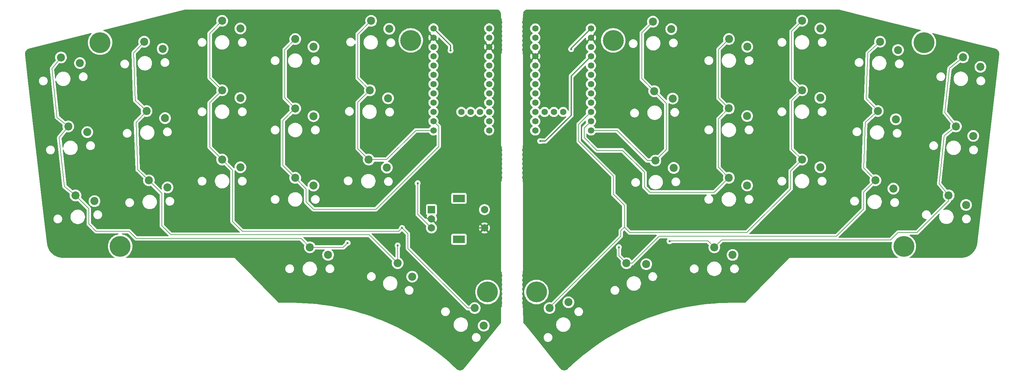
<source format=gbl>
G04 #@! TF.GenerationSoftware,KiCad,Pcbnew,8.0.8*
G04 #@! TF.CreationDate,2025-05-06T09:20:42+01:00*
G04 #@! TF.ProjectId,main_wired,6d61696e-5f77-4697-9265-642e6b696361,0.1*
G04 #@! TF.SameCoordinates,Original*
G04 #@! TF.FileFunction,Copper,L2,Bot*
G04 #@! TF.FilePolarity,Positive*
%FSLAX46Y46*%
G04 Gerber Fmt 4.6, Leading zero omitted, Abs format (unit mm)*
G04 Created by KiCad (PCBNEW 8.0.8) date 2025-05-06 09:20:42*
%MOMM*%
%LPD*%
G01*
G04 APERTURE LIST*
G04 #@! TA.AperFunction,ComponentPad*
%ADD10C,2.200000*%
G04 #@! TD*
G04 #@! TA.AperFunction,ComponentPad*
%ADD11C,5.700000*%
G04 #@! TD*
G04 #@! TA.AperFunction,ComponentPad*
%ADD12R,2.000000X2.000000*%
G04 #@! TD*
G04 #@! TA.AperFunction,ComponentPad*
%ADD13C,2.000000*%
G04 #@! TD*
G04 #@! TA.AperFunction,ComponentPad*
%ADD14R,3.200000X2.000000*%
G04 #@! TD*
G04 #@! TA.AperFunction,ComponentPad*
%ADD15C,1.752600*%
G04 #@! TD*
G04 #@! TA.AperFunction,ViaPad*
%ADD16C,0.600000*%
G04 #@! TD*
G04 #@! TA.AperFunction,Conductor*
%ADD17C,0.200000*%
G04 #@! TD*
G04 #@! TA.AperFunction,Conductor*
%ADD18C,0.300000*%
G04 #@! TD*
G04 APERTURE END LIST*
D10*
G04 #@! TO.P,S17,2,2*
G04 #@! TO.N,Net-(D17-A)*
X145998631Y-150781510D03*
G04 #@! TO.P,S17,1,1*
G04 #@! TO.N,RING*
X142018410Y-147098055D03*
G04 #@! TD*
D11*
G04 #@! TO.P,H4,1*
G04 #@! TO.N,N/C*
X166600000Y-155000000D03*
G04 #@! TD*
D10*
G04 #@! TO.P,S21,1,1*
G04 #@! TO.N,PINKYR*
X296725906Y-90741867D03*
G04 #@! TO.P,S21,2,2*
G04 #@! TO.N,Net-(D21-A)*
X301479006Y-93353005D03*
G04 #@! TD*
D11*
G04 #@! TO.P,H3,1*
G04 #@! TO.N,N/C*
X145600000Y-86100000D03*
G04 #@! TD*
D10*
G04 #@! TO.P,S35,1,1*
G04 #@! TO.N,RINGR*
X204631375Y-147119331D03*
G04 #@! TO.P,S35,2,2*
G04 #@! TO.N,Net-(D35-A)*
X210048081Y-147382584D03*
G04 #@! TD*
G04 #@! TO.P,S19,1,1*
G04 #@! TO.N,PINKYR*
X292769422Y-128537482D03*
G04 #@! TO.P,S19,2,2*
G04 #@! TO.N,Net-(D19-A)*
X297522522Y-131148620D03*
G04 #@! TD*
D11*
G04 #@! TO.P,H7,1*
G04 #@! TO.N,N/C*
X286000000Y-86700000D03*
G04 #@! TD*
D10*
G04 #@! TO.P,S26,1,1*
G04 #@! TO.N,MIDDLER*
X252648889Y-99736296D03*
G04 #@! TO.P,S26,2,2*
G04 #@! TO.N,Net-(D26-A)*
X257648889Y-101836296D03*
G04 #@! TD*
G04 #@! TO.P,S24,1,1*
G04 #@! TO.N,RINGR*
X273990334Y-86445363D03*
G04 #@! TO.P,S24,2,2*
G04 #@! TO.N,Net-(D24-A)*
X278913999Y-88718581D03*
G04 #@! TD*
G04 #@! TO.P,S18,1,1*
G04 #@! TO.N,MIDDLE*
X163098097Y-159405791D03*
G04 #@! TO.P,S18,2,2*
G04 #@! TO.N,Net-(D18-A)*
X165578465Y-164228422D03*
G04 #@! TD*
D11*
G04 #@! TO.P,H5,1*
G04 #@! TO.N,N/C*
X201000000Y-86100000D03*
G04 #@! TD*
D10*
G04 #@! TO.P,S23,1,1*
G04 #@! TO.N,RINGR*
X273393389Y-105426940D03*
G04 #@! TO.P,S23,2,2*
G04 #@! TO.N,Net-(D23-A)*
X278317054Y-107700158D03*
G04 #@! TD*
G04 #@! TO.P,S30,1,1*
G04 #@! TO.N,INDEXR*
X232658901Y-85726313D03*
G04 #@! TO.P,S30,2,2*
G04 #@! TO.N,Net-(D30-A)*
X237658901Y-87826313D03*
G04 #@! TD*
G04 #@! TO.P,S20,1,1*
G04 #@! TO.N,PINKYR*
X294755471Y-109641579D03*
G04 #@! TO.P,S20,2,2*
G04 #@! TO.N,Net-(D20-A)*
X299508571Y-112252717D03*
G04 #@! TD*
G04 #@! TO.P,S15,2,2*
G04 #@! TO.N,Net-(D15-A)*
X139729235Y-82935866D03*
G04 #@! TO.P,S15,1,1*
G04 #@! TO.N,INNER*
X134766646Y-80748924D03*
G04 #@! TD*
G04 #@! TO.P,S31,1,1*
G04 #@! TO.N,INNERR*
X212528925Y-119016763D03*
G04 #@! TO.P,S31,2,2*
G04 #@! TO.N,Net-(D31-A)*
X217564813Y-121029181D03*
G04 #@! TD*
G04 #@! TO.P,S14,1,1*
G04 #@! TO.N,INNER*
X134435066Y-99746034D03*
G04 #@! TO.P,S14,2,2*
G04 #@! TO.N,Net-(D14-A)*
X139397655Y-101932976D03*
G04 #@! TD*
G04 #@! TO.P,S25,1,1*
G04 #@! TO.N,MIDDLER*
X252648901Y-118736309D03*
G04 #@! TO.P,S25,2,2*
G04 #@! TO.N,Net-(D25-A)*
X257648901Y-120836309D03*
G04 #@! TD*
D11*
G04 #@! TO.P,H6,1*
G04 #@! TO.N,N/C*
X180000000Y-155000000D03*
G04 #@! TD*
D10*
G04 #@! TO.P,S22,1,1*
G04 #@! TO.N,RINGR*
X272730322Y-124415372D03*
G04 #@! TO.P,S22,2,2*
G04 #@! TO.N,Net-(D22-A)*
X277653987Y-126688590D03*
G04 #@! TD*
G04 #@! TO.P,S27,1,1*
G04 #@! TO.N,MIDDLER*
X252668901Y-80726316D03*
G04 #@! TO.P,S27,2,2*
G04 #@! TO.N,Net-(D27-A)*
X257668901Y-82826316D03*
G04 #@! TD*
G04 #@! TO.P,S28,1,1*
G04 #@! TO.N,INDEXR*
X232648896Y-123716322D03*
G04 #@! TO.P,S28,2,2*
G04 #@! TO.N,Net-(D28-A)*
X237648896Y-125816322D03*
G04 #@! TD*
G04 #@! TO.P,S29,1,1*
G04 #@! TO.N,INDEXR*
X232648894Y-104716314D03*
G04 #@! TO.P,S29,2,2*
G04 #@! TO.N,Net-(D29-A)*
X237648894Y-106816314D03*
G04 #@! TD*
G04 #@! TO.P,S36,1,1*
G04 #@! TO.N,MIDDLER*
X183566492Y-159405821D03*
G04 #@! TO.P,S36,2,2*
G04 #@! TO.N,Net-(D36-A)*
X188746568Y-157800576D03*
G04 #@! TD*
G04 #@! TO.P,S33,1,1*
G04 #@! TO.N,INNERR*
X211855204Y-80987215D03*
G04 #@! TO.P,S33,2,2*
G04 #@! TO.N,Net-(D33-A)*
X216891092Y-82999633D03*
G04 #@! TD*
D12*
G04 #@! TO.P,EC11,A,A*
G04 #@! TO.N,ENC_0*
X151274610Y-132459595D03*
D13*
G04 #@! TO.P,EC11,B,B*
G04 #@! TO.N,ENC_1*
X151274610Y-137459595D03*
G04 #@! TO.P,EC11,C,C*
G04 #@! TO.N,GNDL*
X151274610Y-134959595D03*
D14*
G04 #@! TO.P,EC11,MP*
G04 #@! TO.N,N/C*
X158774610Y-129359595D03*
X158774610Y-140559595D03*
D13*
G04 #@! TO.P,EC11,S1,S1*
G04 #@! TO.N,GNDL*
X165774610Y-137459595D03*
G04 #@! TO.P,EC11,S2,S2*
G04 #@! TO.N,ENC_SW*
X165774610Y-132459595D03*
G04 #@! TD*
D10*
G04 #@! TO.P,S32,1,1*
G04 #@! TO.N,INNERR*
X212226770Y-100003202D03*
G04 #@! TO.P,S32,2,2*
G04 #@! TO.N,Net-(D32-A)*
X217262658Y-102015620D03*
G04 #@! TD*
D15*
G04 #@! TO.P,MCU2,1,1*
G04 #@! TO.N,unconnected-(MCU2-Pad1)*
X179665190Y-82826752D03*
G04 #@! TO.P,MCU2,2,0*
G04 #@! TO.N,unconnected-(MCU2-0-Pad2)*
X179665190Y-85366752D03*
G04 #@! TO.P,MCU2,3,GND*
G04 #@! TO.N,unconnected-(MCU2-GND-Pad3)*
X179665190Y-87906752D03*
G04 #@! TO.P,MCU2,4,GND*
G04 #@! TO.N,GNDR*
X179665190Y-90446752D03*
G04 #@! TO.P,MCU2,5,2*
G04 #@! TO.N,unconnected-(MCU2-2-Pad5)*
X179665190Y-92986752D03*
G04 #@! TO.P,MCU2,6,3*
G04 #@! TO.N,unconnected-(MCU2-3-Pad6)*
X179665190Y-95526752D03*
G04 #@! TO.P,MCU2,7,4*
G04 #@! TO.N,unconnected-(MCU2-4-Pad7)*
X179665190Y-98066752D03*
G04 #@! TO.P,MCU2,8,5*
G04 #@! TO.N,unconnected-(MCU2-5-Pad8)*
X179665190Y-100606752D03*
G04 #@! TO.P,MCU2,9,6*
G04 #@! TO.N,unconnected-(MCU2-6-Pad9)*
X179665190Y-103146752D03*
G04 #@! TO.P,MCU2,10,7*
G04 #@! TO.N,SCLT*
X179665190Y-105686752D03*
G04 #@! TO.P,MCU2,11,8*
G04 #@! TO.N,SDAT*
X179665190Y-108226752D03*
G04 #@! TO.P,MCU2,12,9*
G04 #@! TO.N,THUMBR*
X179665190Y-110766752D03*
G04 #@! TO.P,MCU2,13,10*
G04 #@! TO.N,INNERR*
X194905190Y-110766752D03*
G04 #@! TO.P,MCU2,14,16*
G04 #@! TO.N,INDEXR*
X194905190Y-108226752D03*
G04 #@! TO.P,MCU2,15,14*
G04 #@! TO.N,MIDDLER*
X194905190Y-105686752D03*
G04 #@! TO.P,MCU2,16,15*
G04 #@! TO.N,RINGR*
X194905190Y-103146752D03*
G04 #@! TO.P,MCU2,17,18*
G04 #@! TO.N,PINKYR*
X194905190Y-100606752D03*
G04 #@! TO.P,MCU2,18,19*
G04 #@! TO.N,BOTTOMR*
X194905190Y-98066752D03*
G04 #@! TO.P,MCU2,19,20*
G04 #@! TO.N,HOMER*
X194905190Y-95526752D03*
G04 #@! TO.P,MCU2,20,21*
G04 #@! TO.N,TOPR*
X194905190Y-92986752D03*
G04 #@! TO.P,MCU2,21,3.3v*
G04 #@! TO.N,VDDT*
X194905190Y-90446752D03*
G04 #@! TO.P,MCU2,22,RST*
G04 #@! TO.N,RSTR*
X194905190Y-87906752D03*
G04 #@! TO.P,MCU2,23,GND*
G04 #@! TO.N,GNDR*
X194905190Y-85366752D03*
G04 #@! TO.P,MCU2,24,B+*
G04 #@! TO.N,B+R*
X194905190Y-82826752D03*
G04 #@! TO.P,MCU2,25,1*
G04 #@! TO.N,unconnected-(MCU2-1-Pad25)*
X182205190Y-105686752D03*
G04 #@! TO.P,MCU2,26,2*
G04 #@! TO.N,unconnected-(MCU2-2-Pad26)*
X184745190Y-105686752D03*
G04 #@! TO.P,MCU2,27,7*
G04 #@! TO.N,unconnected-(MCU2-7-Pad27)*
X187285190Y-105686752D03*
G04 #@! TD*
D10*
G04 #@! TO.P,S34,1,1*
G04 #@! TO.N,PINKYR*
X228668905Y-142746300D03*
G04 #@! TO.P,S34,2,2*
G04 #@! TO.N,Net-(D34-A)*
X233668905Y-144846300D03*
G04 #@! TD*
D15*
G04 #@! TO.P,MCU1,1,1*
G04 #@! TO.N,unconnected-(MCU1-Pad1)*
X167055438Y-82805626D03*
G04 #@! TO.P,MCU1,2,0*
G04 #@! TO.N,unconnected-(MCU1-0-Pad2)*
X167055438Y-85345626D03*
G04 #@! TO.P,MCU1,3,GND*
G04 #@! TO.N,GNDL*
X167055438Y-87885626D03*
G04 #@! TO.P,MCU1,4,GND*
G04 #@! TO.N,unconnected-(MCU1-GND-Pad4)*
X167055438Y-90425626D03*
G04 #@! TO.P,MCU1,5,2*
G04 #@! TO.N,unconnected-(MCU1-2-Pad5)*
X167055438Y-92965626D03*
G04 #@! TO.P,MCU1,6,3*
G04 #@! TO.N,unconnected-(MCU1-3-Pad6)*
X167055439Y-95505626D03*
G04 #@! TO.P,MCU1,7,4*
G04 #@! TO.N,unconnected-(MCU1-4-Pad7)*
X167055438Y-98045626D03*
G04 #@! TO.P,MCU1,8,5*
G04 #@! TO.N,unconnected-(MCU1-5-Pad8)*
X167055438Y-100585626D03*
G04 #@! TO.P,MCU1,9,6*
G04 #@! TO.N,ENC_SW*
X167055438Y-103125626D03*
G04 #@! TO.P,MCU1,10,7*
G04 #@! TO.N,ENC_1*
X167055438Y-105665626D03*
G04 #@! TO.P,MCU1,11,8*
G04 #@! TO.N,ENC_0*
X167055438Y-108205626D03*
G04 #@! TO.P,MCU1,12,9*
G04 #@! TO.N,THUMB*
X167055438Y-110745626D03*
G04 #@! TO.P,MCU1,13,10*
G04 #@! TO.N,INNER*
X151815438Y-110745626D03*
G04 #@! TO.P,MCU1,14,16*
G04 #@! TO.N,INDEX*
X151815438Y-108205626D03*
G04 #@! TO.P,MCU1,15,14*
G04 #@! TO.N,MIDDLE*
X151815438Y-105665626D03*
G04 #@! TO.P,MCU1,16,15*
G04 #@! TO.N,RING*
X151815438Y-103125626D03*
G04 #@! TO.P,MCU1,17,18*
G04 #@! TO.N,PINKY*
X151815438Y-100585626D03*
G04 #@! TO.P,MCU1,18,19*
G04 #@! TO.N,BOTTOM*
X151815438Y-98045626D03*
G04 #@! TO.P,MCU1,19,20*
G04 #@! TO.N,HOME*
X151815438Y-95505626D03*
G04 #@! TO.P,MCU1,20,21*
G04 #@! TO.N,TOP*
X151815438Y-92965626D03*
G04 #@! TO.P,MCU1,21,3.3v*
G04 #@! TO.N,unconnected-(MCU1-3.3v-Pad21)*
X151815438Y-90425626D03*
G04 #@! TO.P,MCU1,22,RST*
G04 #@! TO.N,RSTL*
X151815438Y-87885626D03*
G04 #@! TO.P,MCU1,23,GND*
G04 #@! TO.N,GNDL*
X151815439Y-85345626D03*
G04 #@! TO.P,MCU1,24,B+*
G04 #@! TO.N,B+L*
X151815438Y-82805626D03*
G04 #@! TO.P,MCU1,25,1*
G04 #@! TO.N,unconnected-(MCU1-1-Pad25)*
X164515438Y-105665626D03*
G04 #@! TO.P,MCU1,26,2*
G04 #@! TO.N,unconnected-(MCU1-2-Pad26)*
X161975438Y-105665626D03*
G04 #@! TO.P,MCU1,27,7*
G04 #@! TO.N,unconnected-(MCU1-7-Pad27)*
X159435438Y-105665626D03*
G04 #@! TD*
D11*
G04 #@! TO.P,H8,1*
G04 #@! TO.N,N/C*
X280500000Y-142500000D03*
G04 #@! TD*
D10*
G04 #@! TO.P,S5,1,1*
G04 #@! TO.N,RING*
X73318162Y-105452349D03*
G04 #@! TO.P,S5,2,2*
G04 #@! TO.N,Net-(D5-A)*
X78388405Y-107376572D03*
G04 #@! TD*
G04 #@! TO.P,S2,1,1*
G04 #@! TO.N,PINKY*
X51903040Y-109653206D03*
G04 #@! TO.P,S2,2,2*
G04 #@! TO.N,Net-(D2-A)*
X57095159Y-111219056D03*
G04 #@! TD*
G04 #@! TO.P,S11,1,1*
G04 #@! TO.N,INDEX*
X114000497Y-104742237D03*
G04 #@! TO.P,S11,2,2*
G04 #@! TO.N,Net-(D11-A)*
X119000497Y-106842237D03*
G04 #@! TD*
G04 #@! TO.P,S13,1,1*
G04 #@! TO.N,INNER*
X134103464Y-118743135D03*
G04 #@! TO.P,S13,2,2*
G04 #@! TO.N,Net-(D13-A)*
X139066053Y-120930077D03*
G04 #@! TD*
G04 #@! TO.P,S6,1,1*
G04 #@! TO.N,RING*
X72655086Y-86463919D03*
G04 #@! TO.P,S6,2,2*
G04 #@! TO.N,Net-(D6-A)*
X77725329Y-88388142D03*
G04 #@! TD*
G04 #@! TO.P,S1,1,1*
G04 #@! TO.N,PINKY*
X53889071Y-128549113D03*
G04 #@! TO.P,S1,2,2*
G04 #@! TO.N,Net-(D1-A)*
X59081190Y-130114963D03*
G04 #@! TD*
D11*
G04 #@! TO.P,H2,1*
G04 #@! TO.N,N/C*
X66100000Y-142500000D03*
G04 #@! TD*
D10*
G04 #@! TO.P,S9,2,2*
G04 #@! TO.N,Net-(D9-A)*
X99000480Y-82842230D03*
G04 #@! TO.P,S9,1,1*
G04 #@! TO.N,MIDDLE*
X94000480Y-80742230D03*
G04 #@! TD*
D11*
G04 #@! TO.P,H1,1*
G04 #@! TO.N,N/C*
X60600000Y-86700000D03*
G04 #@! TD*
D10*
G04 #@! TO.P,S7,1,1*
G04 #@! TO.N,MIDDLE*
X94000498Y-118742242D03*
G04 #@! TO.P,S7,2,2*
G04 #@! TO.N,Net-(D7-A)*
X99000498Y-120842242D03*
G04 #@! TD*
G04 #@! TO.P,S3,1,1*
G04 #@! TO.N,PINKY*
X49916994Y-90757287D03*
G04 #@! TO.P,S3,2,2*
G04 #@! TO.N,Net-(D3-A)*
X55109113Y-92323137D03*
G04 #@! TD*
G04 #@! TO.P,S16,1,1*
G04 #@! TO.N,PINKY*
X118000496Y-142742232D03*
G04 #@! TO.P,S16,2,2*
G04 #@! TO.N,Net-(D16-A)*
X123000496Y-144842232D03*
G04 #@! TD*
G04 #@! TO.P,S8,1,1*
G04 #@! TO.N,MIDDLE*
X94000489Y-99742233D03*
G04 #@! TO.P,S8,2,2*
G04 #@! TO.N,Net-(D8-A)*
X99000489Y-101842233D03*
G04 #@! TD*
G04 #@! TO.P,S4,1,1*
G04 #@! TO.N,RING*
X73981277Y-124440777D03*
G04 #@! TO.P,S4,2,2*
G04 #@! TO.N,Net-(D4-A)*
X79051520Y-126365000D03*
G04 #@! TD*
G04 #@! TO.P,S10,1,1*
G04 #@! TO.N,INDEX*
X114000498Y-123742244D03*
G04 #@! TO.P,S10,2,2*
G04 #@! TO.N,Net-(D10-A)*
X119000498Y-125842244D03*
G04 #@! TD*
G04 #@! TO.P,S12,1,1*
G04 #@! TO.N,INDEX*
X114000494Y-85742235D03*
G04 #@! TO.P,S12,2,2*
G04 #@! TO.N,Net-(D12-A)*
X119000494Y-87842235D03*
G04 #@! TD*
D16*
G04 #@! TO.N,ENC_1*
X147500500Y-125220564D03*
G04 #@! TO.N,PINKY*
X128334005Y-141572207D03*
G04 #@! TO.N,B+L*
X156500500Y-88842243D03*
G04 #@! TO.N,MIDDLE*
X143219023Y-137457224D03*
G04 #@! TO.N,RING*
X142018412Y-142256614D03*
G04 #@! TO.N,RINGR*
X202545407Y-142737949D03*
G04 #@! TO.N,PINKYR*
X216403729Y-141096271D03*
G04 #@! TO.N,B+R*
X189500000Y-88500000D03*
G04 #@! TO.N,VDDT*
X181028890Y-113663199D03*
G04 #@! TO.N,GNDR*
X196406600Y-81006600D03*
X181678890Y-116663199D03*
G04 #@! TO.N,GNDL*
X152800500Y-80642243D03*
G04 #@! TD*
D17*
G04 #@! TO.N,ENC_1*
X147500500Y-133685485D02*
X151274610Y-137459595D01*
X147500500Y-125220564D02*
X147500500Y-133685485D01*
G04 #@! TO.N,PINKY*
X50829733Y-126071711D02*
X53889072Y-128549116D01*
X57500500Y-132160542D02*
X57500500Y-136342243D01*
X48843691Y-107175788D02*
X51903039Y-109653204D01*
X47439590Y-93816629D02*
X48843691Y-107175788D01*
X118000499Y-142742233D02*
X127163978Y-142742236D01*
X53889071Y-128549113D02*
X57500500Y-132160542D01*
X68500500Y-138342243D02*
X70500500Y-140342243D01*
X127163978Y-142742236D02*
X128334005Y-141572207D01*
X51903039Y-109653204D02*
X49425628Y-112712550D01*
X59500500Y-138342243D02*
X68500500Y-138342243D01*
X49916995Y-90757291D02*
X47439590Y-93816629D01*
X70500500Y-140342243D02*
X115600509Y-140342243D01*
X115600509Y-140342243D02*
X118000499Y-142742233D01*
X49425628Y-112712550D02*
X50829733Y-126071711D01*
X57500500Y-136342243D02*
X59500500Y-138342243D01*
D18*
G04 #@! TO.N,B+L*
X156500500Y-88842243D02*
X156500500Y-87490688D01*
X156500500Y-87490688D02*
X151815438Y-82805626D01*
D17*
G04 #@! TO.N,INNER*
X131095168Y-84420399D02*
X134766652Y-80748923D01*
X131095172Y-103085931D02*
X134435066Y-99746029D01*
X131095173Y-115734840D02*
X131095172Y-103085931D01*
X151815439Y-110745625D02*
X146988583Y-110745627D01*
X131095171Y-96406141D02*
X131095168Y-84420399D01*
X134103469Y-118743129D02*
X131095173Y-115734840D01*
X138991076Y-118743130D02*
X134103464Y-118743131D01*
X134435066Y-99746029D02*
X131095171Y-96406141D01*
X146988583Y-110745627D02*
X138991076Y-118743130D01*
G04 #@! TO.N,INDEX*
X110591025Y-120332769D02*
X110591028Y-108038951D01*
X153274612Y-109664795D02*
X151815435Y-108205628D01*
X136063965Y-132342243D02*
X153274611Y-115131597D01*
X117000500Y-130342243D02*
X119000500Y-132342243D01*
X119000500Y-132342243D02*
X136063965Y-132342243D01*
X110591028Y-108038951D02*
X113930919Y-104699060D01*
X111095169Y-101836915D02*
X111095176Y-88647553D01*
X113599315Y-123696155D02*
X113599316Y-123341066D01*
X114000499Y-123742249D02*
X117000500Y-126742250D01*
X113599316Y-123341066D02*
X110591025Y-120332769D01*
X117000500Y-126742250D02*
X117000500Y-130342243D01*
X111095176Y-88647553D02*
X114000495Y-85742230D01*
X153274611Y-115131597D02*
X153274612Y-109664795D01*
X114000495Y-104742242D02*
X111095169Y-101836915D01*
G04 #@! TO.N,MIDDLE*
X142334004Y-138342243D02*
X99500500Y-138342243D01*
X90595179Y-103147549D02*
X94000492Y-99742232D01*
X90595173Y-96336914D02*
X90595172Y-84147545D01*
X99500500Y-138342243D02*
X96834003Y-135675746D01*
X161167587Y-159405789D02*
X163098097Y-159405790D01*
X90595172Y-84147545D02*
X94000484Y-80742232D01*
X143219023Y-137457224D02*
X144834004Y-139072205D01*
X143219023Y-137457224D02*
X142334004Y-138342243D01*
X94000492Y-99742232D02*
X90595173Y-96336914D01*
X96834003Y-135675746D02*
X96834003Y-121575754D01*
X90595175Y-115336923D02*
X90595179Y-103147549D01*
X94000498Y-118742240D02*
X90595175Y-115336923D01*
X144834004Y-143072208D02*
X161167587Y-159405789D01*
X144834004Y-139072205D02*
X144834004Y-143072208D01*
X96834003Y-121575754D02*
X94000496Y-118742242D01*
G04 #@! TO.N,RING*
X80000500Y-139342243D02*
X77500500Y-136842243D01*
X70896427Y-121564110D02*
X73981277Y-124440782D01*
X134262604Y-139342243D02*
X142018410Y-147098049D01*
X73981275Y-124440783D02*
X77500500Y-127960008D01*
X72655088Y-86463921D02*
X69778429Y-89548766D01*
X70441514Y-108537182D02*
X70896427Y-121564110D01*
X77500500Y-127960008D02*
X77500500Y-136842243D01*
X69778429Y-89548766D02*
X70233339Y-102575704D01*
X142018410Y-147098049D02*
X142018412Y-142256614D01*
X80000500Y-139342243D02*
X134262604Y-139342243D01*
X70233339Y-102575704D02*
X73318163Y-105452354D01*
X73318163Y-105452354D02*
X70441514Y-108537182D01*
G04 #@! TO.N,RINGR*
X202545407Y-142737949D02*
X202545407Y-145033363D01*
X273990334Y-86445365D02*
X270657322Y-89553449D01*
X269992251Y-108598556D02*
X269558688Y-121014213D01*
X269558688Y-121014213D02*
X272730323Y-124415370D01*
X206164025Y-147119331D02*
X213545407Y-139737949D01*
X213545407Y-139737949D02*
X262045407Y-139737949D01*
X270657322Y-89553449D02*
X270221778Y-102025801D01*
X202545407Y-145033363D02*
X204631375Y-147119331D01*
X262045407Y-139737949D02*
X269545407Y-132237949D01*
X270221778Y-102025801D02*
X273393393Y-105426941D01*
X273393393Y-105426941D02*
X269992251Y-108598556D01*
X204631375Y-147119331D02*
X206164025Y-147119331D01*
X269545407Y-127600288D02*
X272730323Y-124415372D01*
X269545407Y-132237949D02*
X269545407Y-127600288D01*
G04 #@! TO.N,INNERR*
X210324221Y-119016763D02*
X202045407Y-110737949D01*
X202045407Y-110737949D02*
X194933993Y-110737949D01*
X208808895Y-84033521D02*
X208808897Y-96585324D01*
X194933993Y-110737949D02*
X194905190Y-110766752D01*
X215545407Y-116000285D02*
X212528924Y-119016768D01*
X212528925Y-119016763D02*
X210324221Y-119016763D01*
X211855204Y-80987213D02*
X208808895Y-84033521D01*
X212226770Y-100003201D02*
X215545407Y-103321838D01*
X215545407Y-103321838D02*
X215545407Y-116000285D01*
X208808897Y-96585324D02*
X212226770Y-100003201D01*
G04 #@! TO.N,PINKYR*
X276935329Y-140737949D02*
X230677256Y-140737949D01*
X290165523Y-125321936D02*
X292769422Y-128537483D01*
X292978316Y-93776604D02*
X291706566Y-105876497D01*
X291539915Y-112245488D02*
X290165523Y-125321936D01*
X216500000Y-141000000D02*
X226922605Y-141000000D01*
X294755471Y-109641579D02*
X291539915Y-112245488D01*
X278935329Y-138737949D02*
X276935329Y-140737949D01*
X284079513Y-138737949D02*
X278935329Y-138737949D01*
X230677256Y-140737949D02*
X228668905Y-142746300D01*
X292769422Y-130048040D02*
X284079513Y-138737949D01*
X226922605Y-141000000D02*
X228668905Y-142746300D01*
X216403729Y-141096271D02*
X216500000Y-141000000D01*
X296725905Y-90741869D02*
X292978316Y-93776604D01*
X292769422Y-128537482D02*
X292769422Y-130048040D01*
X291706566Y-105876497D02*
X294755471Y-109641579D01*
G04 #@! TO.N,MIDDLER*
X204045407Y-131237949D02*
X201045407Y-128237949D01*
X205545407Y-138737949D02*
X204045407Y-137237949D01*
X249545407Y-126737949D02*
X237545407Y-138737949D01*
X204045407Y-137237949D02*
X204045407Y-131237949D01*
X252648890Y-99736297D02*
X249808897Y-102576292D01*
X249808894Y-115896304D02*
X252648899Y-118736307D01*
X249545407Y-121839803D02*
X249545407Y-126737949D01*
X249808896Y-96896306D02*
X252648890Y-99736297D01*
X252668900Y-80726314D02*
X249808896Y-83586320D01*
X203045407Y-138237949D02*
X204045407Y-137237949D01*
X183566492Y-159405821D02*
X183566492Y-159216864D01*
X249808896Y-83586320D02*
X249808896Y-96896306D01*
X191545407Y-109046535D02*
X194905190Y-105686752D01*
X237545407Y-138737949D02*
X205545407Y-138737949D01*
X203045407Y-139737949D02*
X203045407Y-138237949D01*
X183566492Y-159216864D02*
X203045407Y-139737949D01*
X249808897Y-102576292D02*
X249808894Y-115896304D01*
X252648901Y-118736309D02*
X249545407Y-121839803D01*
X201045407Y-128237949D02*
X201045407Y-123237949D01*
X201045407Y-123237949D02*
X191545407Y-113737949D01*
X191545407Y-113737949D02*
X191545407Y-109046535D01*
G04 #@! TO.N,INDEXR*
X228627269Y-127737949D02*
X211045407Y-127737949D01*
X229808895Y-120876320D02*
X232648895Y-123716319D01*
X203545407Y-116237949D02*
X196545407Y-116237949D01*
X196545407Y-116237949D02*
X193045407Y-112737949D01*
X232658902Y-85726314D02*
X229808895Y-88576319D01*
X193045407Y-110086535D02*
X194905190Y-108226752D01*
X229808895Y-88576319D02*
X229808895Y-101876318D01*
X211045407Y-127737949D02*
X209545407Y-126237949D01*
X229808895Y-107556311D02*
X229808895Y-120876320D01*
X232648891Y-104716312D02*
X229808895Y-107556311D01*
X209545407Y-122237949D02*
X203545407Y-116237949D01*
X229808895Y-101876318D02*
X232648891Y-104716312D01*
X232648896Y-123716322D02*
X228627269Y-127737949D01*
X193045407Y-112737949D02*
X193045407Y-110086535D01*
X209545407Y-126237949D02*
X209545407Y-122237949D01*
G04 #@! TO.N,B+R*
X189500000Y-88231942D02*
X189500000Y-88500000D01*
D18*
X194905190Y-82826752D02*
X189500000Y-88231942D01*
G04 #@! TO.N,VDDT*
X189500000Y-95851942D02*
X194905190Y-90446752D01*
X181028890Y-113663199D02*
X182436801Y-113663199D01*
X189500000Y-106600000D02*
X189500000Y-95851942D01*
X182436801Y-113663199D02*
X189500000Y-106600000D01*
G04 #@! TO.N,GNDR*
X181678890Y-116663199D02*
X178900000Y-116663199D01*
X178900000Y-116663199D02*
X177400000Y-115163199D01*
X177400000Y-92711942D02*
X179665190Y-90446752D01*
X177400000Y-115163199D02*
X177400000Y-92711942D01*
G04 #@! TO.N,GNDL*
X165774613Y-137459595D02*
X160721390Y-137459595D01*
D17*
X153804040Y-130542245D02*
X153800500Y-130542245D01*
X153800500Y-130542245D02*
X153800498Y-130542243D01*
X151274612Y-134959597D02*
X150274610Y-134959597D01*
D18*
X148714975Y-121519233D02*
X154274614Y-115959596D01*
X153800498Y-130542243D02*
X149714977Y-130542243D01*
X149714977Y-130542243D02*
X148714974Y-129542241D01*
X150274610Y-134959597D02*
X148714976Y-133399962D01*
X148714976Y-133399962D02*
X148714975Y-121519233D01*
X160721390Y-137459595D02*
X153804040Y-130542245D01*
X154274613Y-87804797D02*
X151815440Y-85345623D01*
X154274614Y-115959596D02*
X154274613Y-87804797D01*
G04 #@! TD*
G04 #@! TA.AperFunction,Conductor*
G04 #@! TO.N,GNDR*
G36*
X177668047Y-77625461D02*
G01*
X177718373Y-77627961D01*
X177718373Y-77627960D01*
X177718374Y-77627961D01*
X177720949Y-77627751D01*
X177743890Y-77625309D01*
X262345693Y-77625309D01*
X262352873Y-77625756D01*
X262389830Y-77625513D01*
X262420052Y-77625315D01*
X262425219Y-77625388D01*
X262542839Y-77629543D01*
X262553157Y-77630340D01*
X262667393Y-77644002D01*
X262677637Y-77645665D01*
X262792848Y-77669348D01*
X262797901Y-77670497D01*
X270783910Y-79663203D01*
X285084998Y-83231678D01*
X285145276Y-83267007D01*
X285176886Y-83329318D01*
X285169790Y-83398826D01*
X285126242Y-83453464D01*
X285094570Y-83469498D01*
X284877563Y-83542617D01*
X284758031Y-83582892D01*
X284758028Y-83582893D01*
X284758020Y-83582896D01*
X284428300Y-83735440D01*
X284428296Y-83735442D01*
X284212523Y-83865269D01*
X284116981Y-83922755D01*
X284065960Y-83961540D01*
X283827755Y-84142617D01*
X283827745Y-84142625D01*
X283563978Y-84392479D01*
X283328772Y-84669386D01*
X283124884Y-84970098D01*
X283124878Y-84970107D01*
X282954706Y-85291086D01*
X282954700Y-85291098D01*
X282820226Y-85628603D01*
X282820221Y-85628618D01*
X282723030Y-85978670D01*
X282723024Y-85978696D01*
X282664250Y-86337200D01*
X282664248Y-86337217D01*
X282644579Y-86699997D01*
X282644579Y-86700002D01*
X282664248Y-87062782D01*
X282664250Y-87062799D01*
X282723024Y-87421303D01*
X282723030Y-87421329D01*
X282820221Y-87771381D01*
X282820226Y-87771396D01*
X282954700Y-88108901D01*
X282954706Y-88108913D01*
X283124878Y-88429892D01*
X283124881Y-88429897D01*
X283124883Y-88429900D01*
X283172410Y-88499997D01*
X283328772Y-88730613D01*
X283492327Y-88923165D01*
X283563979Y-89007521D01*
X283827746Y-89257375D01*
X284116981Y-89477245D01*
X284428292Y-89664555D01*
X284428294Y-89664556D01*
X284428296Y-89664557D01*
X284428300Y-89664559D01*
X284735781Y-89806814D01*
X284758031Y-89817108D01*
X285102330Y-89933116D01*
X285457153Y-90011218D01*
X285818341Y-90050500D01*
X285818347Y-90050500D01*
X286181653Y-90050500D01*
X286181659Y-90050500D01*
X286542847Y-90011218D01*
X286897670Y-89933116D01*
X287241969Y-89817108D01*
X287571708Y-89664555D01*
X287883019Y-89477245D01*
X288172254Y-89257375D01*
X288436021Y-89007521D01*
X288671227Y-88730614D01*
X288875117Y-88429900D01*
X289045298Y-88108905D01*
X289179775Y-87771391D01*
X289181723Y-87764377D01*
X289231982Y-87583357D01*
X289276973Y-87421316D01*
X289304155Y-87255515D01*
X289335749Y-87062799D01*
X289335751Y-87062782D01*
X289337792Y-87025149D01*
X289352339Y-86756841D01*
X289355421Y-86700002D01*
X289355421Y-86699997D01*
X289339663Y-86409370D01*
X289335751Y-86337215D01*
X289329558Y-86299440D01*
X289276975Y-85978696D01*
X289276974Y-85978695D01*
X289276973Y-85978684D01*
X289230517Y-85811364D01*
X289179778Y-85628618D01*
X289179773Y-85628603D01*
X289045299Y-85291098D01*
X289045298Y-85291095D01*
X288907637Y-85031439D01*
X288875121Y-84970107D01*
X288875119Y-84970104D01*
X288875117Y-84970100D01*
X288671227Y-84669386D01*
X288436021Y-84392479D01*
X288394543Y-84353189D01*
X288313431Y-84276355D01*
X288278298Y-84215961D01*
X288281393Y-84146160D01*
X288321735Y-84089113D01*
X288386514Y-84062933D01*
X288428722Y-84066020D01*
X305473317Y-88319068D01*
X305483789Y-88321681D01*
X305492274Y-88324125D01*
X305683394Y-88386636D01*
X305699796Y-88393333D01*
X305876054Y-88480488D01*
X305891333Y-88489456D01*
X306053356Y-88600851D01*
X306067203Y-88611909D01*
X306116467Y-88657382D01*
X306211679Y-88745268D01*
X306223813Y-88758193D01*
X306347793Y-88910792D01*
X306357959Y-88925314D01*
X306458912Y-89094037D01*
X306466901Y-89109856D01*
X306542492Y-89290608D01*
X306542759Y-89291245D01*
X306548413Y-89308049D01*
X306597627Y-89498407D01*
X306600826Y-89515844D01*
X306622391Y-89711268D01*
X306623071Y-89728984D01*
X306616400Y-89929877D01*
X306615635Y-89940107D01*
X300575901Y-141797545D01*
X300574582Y-141806199D01*
X300502358Y-142188843D01*
X300499822Y-142199618D01*
X300393425Y-142575476D01*
X300389937Y-142585983D01*
X300250446Y-142950843D01*
X300246035Y-142960997D01*
X300074555Y-143311971D01*
X300069256Y-143321690D01*
X299867165Y-143655960D01*
X299861021Y-143665168D01*
X299629921Y-143980086D01*
X299622980Y-143988710D01*
X299364706Y-144281771D01*
X299357023Y-144289741D01*
X299073649Y-144558592D01*
X299065286Y-144565845D01*
X298759064Y-144808350D01*
X298750087Y-144814829D01*
X298423456Y-145029058D01*
X298413938Y-145034710D01*
X298069491Y-145218961D01*
X298059506Y-145223741D01*
X297700017Y-145376530D01*
X297689646Y-145380401D01*
X297317959Y-145500520D01*
X297307284Y-145503451D01*
X296926358Y-145589944D01*
X296915464Y-145591911D01*
X296528338Y-145644087D01*
X296517311Y-145645074D01*
X296124799Y-145662616D01*
X296119263Y-145662740D01*
X282188947Y-145662728D01*
X282121907Y-145643043D01*
X282076153Y-145590239D01*
X282066209Y-145521081D01*
X282095234Y-145457525D01*
X282125015Y-145432480D01*
X282383019Y-145277245D01*
X282672254Y-145057375D01*
X282936021Y-144807521D01*
X283171227Y-144530614D01*
X283375117Y-144229900D01*
X283545298Y-143908905D01*
X283679775Y-143571391D01*
X283686420Y-143547460D01*
X283722965Y-143415834D01*
X283776973Y-143221316D01*
X283821315Y-142950843D01*
X283835749Y-142862799D01*
X283835751Y-142862782D01*
X283842520Y-142737949D01*
X283855421Y-142500000D01*
X283849371Y-142388425D01*
X283835751Y-142137217D01*
X283835749Y-142137200D01*
X283776975Y-141778696D01*
X283776974Y-141778695D01*
X283776973Y-141778684D01*
X283728287Y-141603334D01*
X283679778Y-141428618D01*
X283679773Y-141428603D01*
X283565122Y-141140851D01*
X283545298Y-141091095D01*
X283375117Y-140770100D01*
X283171227Y-140469386D01*
X282936021Y-140192479D01*
X282672254Y-139942625D01*
X282672244Y-139942617D01*
X282507004Y-139817006D01*
X282383019Y-139722755D01*
X282126975Y-139568698D01*
X282079681Y-139517270D01*
X282067699Y-139448435D01*
X282094834Y-139384050D01*
X282152471Y-139344556D01*
X282190905Y-139338449D01*
X283992844Y-139338449D01*
X283992860Y-139338450D01*
X284000456Y-139338450D01*
X284158567Y-139338450D01*
X284158570Y-139338450D01*
X284311298Y-139297526D01*
X284311300Y-139297524D01*
X284311302Y-139297524D01*
X284311303Y-139297523D01*
X284364370Y-139266885D01*
X284364371Y-139266884D01*
X284448229Y-139218469D01*
X284560033Y-139106665D01*
X284560033Y-139106663D01*
X284570237Y-139096460D01*
X284570241Y-139096455D01*
X290106019Y-133560676D01*
X290167340Y-133527193D01*
X290237032Y-133532177D01*
X290292965Y-133574049D01*
X290317382Y-133639513D01*
X290308260Y-133695811D01*
X290278027Y-133768799D01*
X290211006Y-134018930D01*
X290211003Y-134018943D01*
X290177205Y-134275669D01*
X290177204Y-134275686D01*
X290177204Y-134534635D01*
X290177205Y-134534652D01*
X290211003Y-134791378D01*
X290211004Y-134791383D01*
X290211005Y-134791389D01*
X290211006Y-134791391D01*
X290278028Y-135041525D01*
X290377127Y-135280770D01*
X290377131Y-135280780D01*
X290506610Y-135505044D01*
X290664255Y-135710492D01*
X290664261Y-135710499D01*
X290847365Y-135893603D01*
X290847372Y-135893609D01*
X291052820Y-136051254D01*
X291277084Y-136180733D01*
X291277085Y-136180733D01*
X291277088Y-136180735D01*
X291516338Y-136279836D01*
X291766476Y-136346860D01*
X292023223Y-136380661D01*
X292023230Y-136380661D01*
X292282178Y-136380661D01*
X292282185Y-136380661D01*
X292538932Y-136346860D01*
X292789070Y-136279836D01*
X293028320Y-136180735D01*
X293252588Y-136051254D01*
X293458037Y-135893608D01*
X293641151Y-135710494D01*
X293798797Y-135505045D01*
X293928278Y-135280777D01*
X294027379Y-135041527D01*
X294069164Y-134885581D01*
X296422074Y-134885581D01*
X296422074Y-135074554D01*
X296451633Y-135261186D01*
X296510028Y-135440904D01*
X296542710Y-135505045D01*
X296595814Y-135609267D01*
X296706884Y-135762141D01*
X296840501Y-135895758D01*
X296993375Y-136006828D01*
X297072921Y-136047358D01*
X297161737Y-136092613D01*
X297161739Y-136092613D01*
X297161742Y-136092615D01*
X297258071Y-136123914D01*
X297341455Y-136151008D01*
X297528088Y-136180568D01*
X297528093Y-136180568D01*
X297717060Y-136180568D01*
X297903692Y-136151008D01*
X298083406Y-136092615D01*
X298251773Y-136006828D01*
X298404647Y-135895758D01*
X298538264Y-135762141D01*
X298649334Y-135609267D01*
X298735121Y-135440900D01*
X298793514Y-135261186D01*
X298807576Y-135172401D01*
X298823074Y-135074554D01*
X298823074Y-134885581D01*
X298793514Y-134698949D01*
X298740130Y-134534652D01*
X298735121Y-134519236D01*
X298735119Y-134519233D01*
X298735119Y-134519231D01*
X298649333Y-134350868D01*
X298538264Y-134197995D01*
X298404647Y-134064378D01*
X298251773Y-133953308D01*
X298083410Y-133867522D01*
X297903692Y-133809127D01*
X297717060Y-133779568D01*
X297717055Y-133779568D01*
X297528093Y-133779568D01*
X297528088Y-133779568D01*
X297341455Y-133809127D01*
X297161737Y-133867522D01*
X296993374Y-133953308D01*
X296906153Y-134016678D01*
X296840501Y-134064378D01*
X296840499Y-134064380D01*
X296840498Y-134064380D01*
X296706886Y-134197992D01*
X296706886Y-134197993D01*
X296706884Y-134197995D01*
X296659184Y-134263647D01*
X296595814Y-134350868D01*
X296510028Y-134519231D01*
X296451633Y-134698949D01*
X296422074Y-134885581D01*
X294069164Y-134885581D01*
X294094403Y-134791389D01*
X294128204Y-134534642D01*
X294128204Y-134275680D01*
X294094403Y-134018933D01*
X294027379Y-133768795D01*
X293928278Y-133529545D01*
X293798797Y-133305277D01*
X293641151Y-133099828D01*
X293641146Y-133099822D01*
X293458042Y-132916718D01*
X293458035Y-132916712D01*
X293252587Y-132759067D01*
X293028323Y-132629588D01*
X293028313Y-132629584D01*
X292789068Y-132530485D01*
X292664001Y-132496974D01*
X292538932Y-132463462D01*
X292538926Y-132463461D01*
X292538921Y-132463460D01*
X292282195Y-132429662D01*
X292282190Y-132429661D01*
X292282185Y-132429661D01*
X292023223Y-132429661D01*
X292023217Y-132429661D01*
X292023212Y-132429662D01*
X291766486Y-132463460D01*
X291766479Y-132463461D01*
X291766476Y-132463462D01*
X291743050Y-132469739D01*
X291516342Y-132530484D01*
X291443354Y-132560717D01*
X291373884Y-132568185D01*
X291311405Y-132536909D01*
X291275753Y-132476820D01*
X291278248Y-132406995D01*
X291308219Y-132358476D01*
X292518076Y-131148620D01*
X295917073Y-131148620D01*
X295936839Y-131399771D01*
X295995648Y-131644730D01*
X296092055Y-131877479D01*
X296223682Y-132092273D01*
X296223683Y-132092276D01*
X296223686Y-132092279D01*
X296387298Y-132283844D01*
X296531489Y-132406995D01*
X296578865Y-132447458D01*
X296578868Y-132447459D01*
X296793662Y-132579086D01*
X296987349Y-132659313D01*
X297026411Y-132675493D01*
X297271374Y-132734303D01*
X297522522Y-132754069D01*
X297773670Y-132734303D01*
X298018633Y-132675493D01*
X298251381Y-132579086D01*
X298466181Y-132447456D01*
X298657746Y-132283844D01*
X298821358Y-132092279D01*
X298952988Y-131877479D01*
X299049395Y-131644731D01*
X299108205Y-131399768D01*
X299127971Y-131148620D01*
X299108205Y-130897472D01*
X299049395Y-130652509D01*
X298999484Y-130532012D01*
X298952988Y-130419760D01*
X298821361Y-130204966D01*
X298821360Y-130204963D01*
X298754854Y-130127095D01*
X298657746Y-130013396D01*
X298490385Y-129870456D01*
X298466178Y-129849781D01*
X298466175Y-129849780D01*
X298251381Y-129718153D01*
X298018632Y-129621746D01*
X297773673Y-129562937D01*
X297522522Y-129543171D01*
X297271370Y-129562937D01*
X297026411Y-129621746D01*
X296793662Y-129718153D01*
X296578868Y-129849780D01*
X296578865Y-129849781D01*
X296387298Y-130013396D01*
X296223683Y-130204963D01*
X296223682Y-130204966D01*
X296092055Y-130419760D01*
X295995648Y-130652509D01*
X295936839Y-130897468D01*
X295917073Y-131148620D01*
X292518076Y-131148620D01*
X293138135Y-130528561D01*
X293138138Y-130528560D01*
X293249942Y-130416756D01*
X293300061Y-130329944D01*
X293328999Y-130279825D01*
X293369922Y-130127097D01*
X293369922Y-130103969D01*
X293389607Y-130036930D01*
X293442411Y-129991175D01*
X293446424Y-129989427D01*
X293498281Y-129967948D01*
X293713081Y-129836318D01*
X293904646Y-129672706D01*
X294068258Y-129481141D01*
X294199888Y-129266341D01*
X294296295Y-129033593D01*
X294355105Y-128788630D01*
X294374871Y-128537482D01*
X294355105Y-128286334D01*
X294296295Y-128041371D01*
X294237897Y-127900384D01*
X294199888Y-127808622D01*
X294068261Y-127593828D01*
X294068260Y-127593825D01*
X294006260Y-127521233D01*
X293904646Y-127402258D01*
X293722614Y-127246788D01*
X293713078Y-127238643D01*
X293713075Y-127238642D01*
X293498281Y-127107015D01*
X293265532Y-127010608D01*
X293020573Y-126951799D01*
X292769422Y-126932033D01*
X292518270Y-126951799D01*
X292376489Y-126985838D01*
X292306706Y-126982347D01*
X292251177Y-126943300D01*
X290821055Y-125177247D01*
X290794164Y-125112760D01*
X290794101Y-125086258D01*
X291814294Y-115379783D01*
X292163253Y-115379783D01*
X292163253Y-115638732D01*
X292163254Y-115638749D01*
X292197052Y-115895475D01*
X292197053Y-115895480D01*
X292197054Y-115895486D01*
X292197055Y-115895488D01*
X292264077Y-116145622D01*
X292363176Y-116384867D01*
X292363180Y-116384877D01*
X292492659Y-116609141D01*
X292650304Y-116814589D01*
X292650310Y-116814596D01*
X292833414Y-116997700D01*
X292833421Y-116997706D01*
X293038869Y-117155351D01*
X293263133Y-117284830D01*
X293263134Y-117284830D01*
X293263137Y-117284832D01*
X293502387Y-117383933D01*
X293752525Y-117450957D01*
X294009272Y-117484758D01*
X294009279Y-117484758D01*
X294268227Y-117484758D01*
X294268234Y-117484758D01*
X294524981Y-117450957D01*
X294775119Y-117383933D01*
X295014369Y-117284832D01*
X295238637Y-117155351D01*
X295444086Y-116997705D01*
X295627200Y-116814591D01*
X295784846Y-116609142D01*
X295914327Y-116384874D01*
X296013428Y-116145624D01*
X296055213Y-115989678D01*
X298408123Y-115989678D01*
X298408123Y-116178651D01*
X298437682Y-116365283D01*
X298496077Y-116545001D01*
X298528759Y-116609142D01*
X298581863Y-116713364D01*
X298692933Y-116866238D01*
X298826550Y-116999855D01*
X298979424Y-117110925D01*
X299026144Y-117134730D01*
X299147786Y-117196710D01*
X299147788Y-117196710D01*
X299147791Y-117196712D01*
X299244120Y-117228011D01*
X299327504Y-117255105D01*
X299514137Y-117284665D01*
X299514142Y-117284665D01*
X299703109Y-117284665D01*
X299889741Y-117255105D01*
X300069455Y-117196712D01*
X300237822Y-117110925D01*
X300390696Y-116999855D01*
X300524313Y-116866238D01*
X300635383Y-116713364D01*
X300721170Y-116544997D01*
X300779563Y-116365283D01*
X300795443Y-116265020D01*
X300809123Y-116178651D01*
X300809123Y-115989678D01*
X300779563Y-115803046D01*
X300751417Y-115716424D01*
X300721170Y-115623333D01*
X300721168Y-115623330D01*
X300721168Y-115623328D01*
X300635382Y-115454965D01*
X300524313Y-115302092D01*
X300390696Y-115168475D01*
X300237822Y-115057405D01*
X300233779Y-115055345D01*
X300069459Y-114971619D01*
X299889741Y-114913224D01*
X299703109Y-114883665D01*
X299703104Y-114883665D01*
X299514142Y-114883665D01*
X299514137Y-114883665D01*
X299327504Y-114913224D01*
X299147786Y-114971619D01*
X298979423Y-115057405D01*
X298932312Y-115091634D01*
X298826550Y-115168475D01*
X298826548Y-115168477D01*
X298826547Y-115168477D01*
X298692935Y-115302089D01*
X298692935Y-115302090D01*
X298692933Y-115302092D01*
X298691645Y-115303865D01*
X298581863Y-115454965D01*
X298496077Y-115623328D01*
X298437682Y-115803046D01*
X298408123Y-115989678D01*
X296055213Y-115989678D01*
X296080452Y-115895486D01*
X296114253Y-115638739D01*
X296114253Y-115379777D01*
X296080452Y-115123030D01*
X296013428Y-114872892D01*
X295914327Y-114633642D01*
X295869970Y-114556814D01*
X295784846Y-114409374D01*
X295627201Y-114203926D01*
X295627195Y-114203919D01*
X295444091Y-114020815D01*
X295444084Y-114020809D01*
X295238636Y-113863164D01*
X295014372Y-113733685D01*
X295014362Y-113733681D01*
X294775117Y-113634582D01*
X294650050Y-113601071D01*
X294524981Y-113567559D01*
X294524975Y-113567558D01*
X294524970Y-113567557D01*
X294268244Y-113533759D01*
X294268239Y-113533758D01*
X294268234Y-113533758D01*
X294009272Y-113533758D01*
X294009266Y-113533758D01*
X294009261Y-113533759D01*
X293752535Y-113567557D01*
X293752528Y-113567558D01*
X293752525Y-113567559D01*
X293699661Y-113581723D01*
X293502388Y-113634582D01*
X293263143Y-113733681D01*
X293263133Y-113733685D01*
X293038869Y-113863164D01*
X292833421Y-114020809D01*
X292833414Y-114020815D01*
X292650310Y-114203919D01*
X292650304Y-114203926D01*
X292492659Y-114409374D01*
X292363180Y-114633638D01*
X292363176Y-114633648D01*
X292264077Y-114872893D01*
X292237624Y-114971619D01*
X292199133Y-115115273D01*
X292197055Y-115123027D01*
X292197052Y-115123040D01*
X292163254Y-115379766D01*
X292163253Y-115379783D01*
X291814294Y-115379783D01*
X292105756Y-112606708D01*
X292132341Y-112542095D01*
X292151037Y-112523308D01*
X292485188Y-112252717D01*
X297903122Y-112252717D01*
X297922888Y-112503868D01*
X297981697Y-112748827D01*
X298078103Y-112981573D01*
X298209731Y-113196370D01*
X298209732Y-113196373D01*
X298265175Y-113261288D01*
X298373347Y-113387941D01*
X298521637Y-113514592D01*
X298564914Y-113551555D01*
X298564917Y-113551556D01*
X298779711Y-113683183D01*
X298973398Y-113763410D01*
X299012460Y-113779590D01*
X299257423Y-113838400D01*
X299508571Y-113858166D01*
X299759719Y-113838400D01*
X300004682Y-113779590D01*
X300237430Y-113683183D01*
X300452230Y-113551553D01*
X300643795Y-113387941D01*
X300807407Y-113196376D01*
X300939037Y-112981576D01*
X300939036Y-112981576D01*
X300939039Y-112981573D01*
X301035444Y-112748827D01*
X301043375Y-112715793D01*
X301094254Y-112503865D01*
X301114020Y-112252717D01*
X301094254Y-112001569D01*
X301035444Y-111756606D01*
X301004701Y-111682385D01*
X300939037Y-111523857D01*
X300807410Y-111309063D01*
X300807409Y-111309060D01*
X300754428Y-111247028D01*
X300643795Y-111117493D01*
X300499371Y-110994143D01*
X300452227Y-110953878D01*
X300452224Y-110953877D01*
X300237430Y-110822250D01*
X300004681Y-110725843D01*
X299759722Y-110667034D01*
X299508571Y-110647268D01*
X299257419Y-110667034D01*
X299012460Y-110725843D01*
X298779711Y-110822250D01*
X298564917Y-110953877D01*
X298564914Y-110953878D01*
X298373347Y-111117493D01*
X298209732Y-111309060D01*
X298209731Y-111309063D01*
X298078104Y-111523857D01*
X297981697Y-111756606D01*
X297922888Y-112001565D01*
X297903122Y-112252717D01*
X292485188Y-112252717D01*
X293914094Y-111095610D01*
X293978580Y-111068720D01*
X294039581Y-111077417D01*
X294259360Y-111168452D01*
X294504323Y-111227262D01*
X294755471Y-111247028D01*
X295006619Y-111227262D01*
X295251582Y-111168452D01*
X295484330Y-111072045D01*
X295699130Y-110940415D01*
X295890695Y-110776803D01*
X296054307Y-110585238D01*
X296185937Y-110370438D01*
X296282344Y-110137690D01*
X296341154Y-109892727D01*
X296360920Y-109641579D01*
X296341154Y-109390431D01*
X296282344Y-109145468D01*
X296209754Y-108970220D01*
X296185937Y-108912719D01*
X296054310Y-108697925D01*
X296054309Y-108697922D01*
X296008096Y-108643814D01*
X295890695Y-108506355D01*
X295704563Y-108347383D01*
X295699127Y-108342740D01*
X295699124Y-108342739D01*
X295484330Y-108211112D01*
X295251581Y-108114705D01*
X295006622Y-108055896D01*
X294755471Y-108036130D01*
X294504319Y-108055896D01*
X294362538Y-108089935D01*
X294292755Y-108086444D01*
X294237226Y-108047397D01*
X292362098Y-105731808D01*
X292335207Y-105667321D01*
X292335144Y-105640819D01*
X293297977Y-96480071D01*
X294133688Y-96480071D01*
X294133688Y-96739020D01*
X294133689Y-96739037D01*
X294167487Y-96995763D01*
X294167488Y-96995768D01*
X294167489Y-96995774D01*
X294185073Y-97061398D01*
X294234512Y-97245910D01*
X294333611Y-97485155D01*
X294333615Y-97485165D01*
X294463094Y-97709429D01*
X294620739Y-97914877D01*
X294620745Y-97914884D01*
X294803849Y-98097988D01*
X294803856Y-98097994D01*
X295009304Y-98255639D01*
X295233568Y-98385118D01*
X295233569Y-98385118D01*
X295233572Y-98385120D01*
X295472822Y-98484221D01*
X295722960Y-98551245D01*
X295979707Y-98585046D01*
X295979714Y-98585046D01*
X296238662Y-98585046D01*
X296238669Y-98585046D01*
X296495416Y-98551245D01*
X296745554Y-98484221D01*
X296984804Y-98385120D01*
X297209072Y-98255639D01*
X297414521Y-98097993D01*
X297597635Y-97914879D01*
X297755281Y-97709430D01*
X297884762Y-97485162D01*
X297983863Y-97245912D01*
X298025648Y-97089966D01*
X300378558Y-97089966D01*
X300378558Y-97278939D01*
X300408117Y-97465571D01*
X300466512Y-97645289D01*
X300499194Y-97709430D01*
X300552298Y-97813652D01*
X300663368Y-97966526D01*
X300796985Y-98100143D01*
X300949859Y-98211213D01*
X301029405Y-98251743D01*
X301118221Y-98296998D01*
X301118223Y-98296998D01*
X301118226Y-98297000D01*
X301214555Y-98328299D01*
X301297939Y-98355393D01*
X301484572Y-98384953D01*
X301484577Y-98384953D01*
X301673544Y-98384953D01*
X301860176Y-98355393D01*
X302039890Y-98297000D01*
X302208257Y-98211213D01*
X302361131Y-98100143D01*
X302494748Y-97966526D01*
X302605818Y-97813652D01*
X302691605Y-97645285D01*
X302749998Y-97465571D01*
X302762935Y-97383891D01*
X302779558Y-97278939D01*
X302779558Y-97089966D01*
X302749998Y-96903334D01*
X302715367Y-96796752D01*
X302691605Y-96723621D01*
X302691603Y-96723618D01*
X302691603Y-96723616D01*
X302646348Y-96634800D01*
X302605818Y-96555254D01*
X302494748Y-96402380D01*
X302361131Y-96268763D01*
X302208257Y-96157693D01*
X302039894Y-96071907D01*
X301860176Y-96013512D01*
X301673544Y-95983953D01*
X301673539Y-95983953D01*
X301484577Y-95983953D01*
X301484572Y-95983953D01*
X301297939Y-96013512D01*
X301118221Y-96071907D01*
X300949858Y-96157693D01*
X300862637Y-96221063D01*
X300796985Y-96268763D01*
X300796983Y-96268765D01*
X300796982Y-96268765D01*
X300663370Y-96402377D01*
X300663370Y-96402378D01*
X300663368Y-96402380D01*
X300615668Y-96468032D01*
X300552298Y-96555253D01*
X300466512Y-96723616D01*
X300408117Y-96903334D01*
X300378558Y-97089966D01*
X298025648Y-97089966D01*
X298050887Y-96995774D01*
X298084688Y-96739027D01*
X298084688Y-96480065D01*
X298050887Y-96223318D01*
X297983863Y-95973180D01*
X297884762Y-95733930D01*
X297843350Y-95662203D01*
X297755281Y-95509662D01*
X297597636Y-95304214D01*
X297597630Y-95304207D01*
X297414526Y-95121103D01*
X297414519Y-95121097D01*
X297209071Y-94963452D01*
X296984807Y-94833973D01*
X296984797Y-94833969D01*
X296745552Y-94734870D01*
X296620485Y-94701359D01*
X296495416Y-94667847D01*
X296495410Y-94667846D01*
X296495405Y-94667845D01*
X296238679Y-94634047D01*
X296238674Y-94634046D01*
X296238669Y-94634046D01*
X295979707Y-94634046D01*
X295979701Y-94634046D01*
X295979696Y-94634047D01*
X295722970Y-94667845D01*
X295722963Y-94667846D01*
X295722960Y-94667847D01*
X295684311Y-94678203D01*
X295472823Y-94734870D01*
X295233578Y-94833969D01*
X295233568Y-94833973D01*
X295009304Y-94963452D01*
X294803856Y-95121097D01*
X294803849Y-95121103D01*
X294620745Y-95304207D01*
X294620739Y-95304214D01*
X294463094Y-95509662D01*
X294333615Y-95733926D01*
X294333611Y-95733936D01*
X294234512Y-95973181D01*
X294167490Y-96223315D01*
X294167487Y-96223328D01*
X294133689Y-96480054D01*
X294133688Y-96480071D01*
X293297977Y-96480071D01*
X293544157Y-94137824D01*
X293570742Y-94073211D01*
X293589438Y-94054424D01*
X294455620Y-93353005D01*
X299873557Y-93353005D01*
X299893323Y-93604156D01*
X299952132Y-93849115D01*
X300048539Y-94081864D01*
X300180166Y-94296658D01*
X300180167Y-94296661D01*
X300197768Y-94317269D01*
X300343782Y-94488229D01*
X300492072Y-94614880D01*
X300535349Y-94651843D01*
X300535352Y-94651844D01*
X300750146Y-94783471D01*
X300943833Y-94863698D01*
X300982895Y-94879878D01*
X301227858Y-94938688D01*
X301479006Y-94958454D01*
X301730154Y-94938688D01*
X301975117Y-94879878D01*
X302207865Y-94783471D01*
X302422665Y-94651841D01*
X302614230Y-94488229D01*
X302777842Y-94296664D01*
X302909472Y-94081864D01*
X303005879Y-93849116D01*
X303064689Y-93604153D01*
X303084455Y-93353005D01*
X303064689Y-93101857D01*
X303005879Y-92856894D01*
X302952489Y-92727999D01*
X302909472Y-92624145D01*
X302777845Y-92409351D01*
X302777844Y-92409348D01*
X302724863Y-92347316D01*
X302614230Y-92217781D01*
X302461275Y-92087145D01*
X302422662Y-92054166D01*
X302422659Y-92054165D01*
X302207865Y-91922538D01*
X301975116Y-91826131D01*
X301730157Y-91767322D01*
X301479006Y-91747556D01*
X301227854Y-91767322D01*
X300982895Y-91826131D01*
X300750146Y-91922538D01*
X300535352Y-92054165D01*
X300535349Y-92054166D01*
X300343782Y-92217781D01*
X300180167Y-92409348D01*
X300180166Y-92409351D01*
X300048539Y-92624145D01*
X299952132Y-92856894D01*
X299893323Y-93101853D01*
X299873557Y-93353005D01*
X294455620Y-93353005D01*
X295884529Y-92195899D01*
X295949015Y-92169008D01*
X296010016Y-92177705D01*
X296170799Y-92244303D01*
X296229795Y-92268740D01*
X296474758Y-92327550D01*
X296725906Y-92347316D01*
X296977054Y-92327550D01*
X297222017Y-92268740D01*
X297454765Y-92172333D01*
X297669565Y-92040703D01*
X297861130Y-91877091D01*
X298024742Y-91685526D01*
X298156372Y-91470726D01*
X298252779Y-91237978D01*
X298311589Y-90993015D01*
X298331355Y-90741867D01*
X298311589Y-90490719D01*
X298252779Y-90245756D01*
X298248723Y-90235965D01*
X298156372Y-90013007D01*
X298024745Y-89798213D01*
X298024744Y-89798210D01*
X297950488Y-89711268D01*
X297861130Y-89606643D01*
X297734402Y-89498407D01*
X297669562Y-89443028D01*
X297669559Y-89443027D01*
X297454765Y-89311400D01*
X297222016Y-89214993D01*
X296977057Y-89156184D01*
X296725906Y-89136418D01*
X296474754Y-89156184D01*
X296229795Y-89214993D01*
X295997046Y-89311400D01*
X295782252Y-89443027D01*
X295782249Y-89443028D01*
X295590682Y-89606643D01*
X295427067Y-89798210D01*
X295427066Y-89798213D01*
X295295439Y-90013007D01*
X295199032Y-90245756D01*
X295140223Y-90490715D01*
X295134283Y-90566192D01*
X295120457Y-90741867D01*
X295140223Y-90993015D01*
X295140224Y-90993018D01*
X295140224Y-90993019D01*
X295174261Y-91134798D01*
X295170770Y-91204580D01*
X295131723Y-91260110D01*
X292659326Y-93262217D01*
X292659313Y-93262228D01*
X292538970Y-93359678D01*
X292446034Y-93487593D01*
X292446032Y-93487598D01*
X292389369Y-93635207D01*
X291695976Y-100232406D01*
X291118074Y-105730777D01*
X291117619Y-105735103D01*
X291101091Y-105892353D01*
X291101091Y-105892355D01*
X291105954Y-105923050D01*
X291105954Y-105923054D01*
X291125825Y-106048517D01*
X291125825Y-106048518D01*
X291125826Y-106048520D01*
X291152325Y-106108038D01*
X291190137Y-106192966D01*
X291259962Y-106279192D01*
X291289642Y-106315843D01*
X291289643Y-106315844D01*
X293254013Y-108741638D01*
X293301437Y-108800201D01*
X293328329Y-108864689D01*
X293319632Y-108925689D01*
X293228598Y-109145464D01*
X293228598Y-109145466D01*
X293169788Y-109390427D01*
X293152837Y-109605806D01*
X293150022Y-109641579D01*
X293169788Y-109892727D01*
X293169789Y-109892730D01*
X293169789Y-109892731D01*
X293203826Y-110034511D01*
X293200335Y-110104293D01*
X293161288Y-110159823D01*
X292056504Y-111054461D01*
X291223447Y-111729058D01*
X291201642Y-111746716D01*
X291201639Y-111746717D01*
X291100570Y-111828563D01*
X291100564Y-111828568D01*
X291007632Y-111956479D01*
X291007627Y-111956489D01*
X290962726Y-112073464D01*
X290950968Y-112104093D01*
X290945285Y-112158159D01*
X290934440Y-112261343D01*
X290934440Y-112261345D01*
X289576576Y-125180540D01*
X289576576Y-125180542D01*
X289560048Y-125337791D01*
X289568278Y-125389750D01*
X289568279Y-125389753D01*
X289568279Y-125389756D01*
X289584781Y-125493951D01*
X289584782Y-125493954D01*
X289584783Y-125493958D01*
X289616490Y-125565174D01*
X289649094Y-125638405D01*
X289728281Y-125736192D01*
X289748599Y-125761282D01*
X289748600Y-125761283D01*
X291173778Y-127521231D01*
X291315388Y-127696104D01*
X291342280Y-127760592D01*
X291333583Y-127821592D01*
X291242549Y-128041367D01*
X291242549Y-128041369D01*
X291183739Y-128286330D01*
X291163973Y-128537482D01*
X291183739Y-128788633D01*
X291242548Y-129033592D01*
X291338955Y-129266341D01*
X291470582Y-129481135D01*
X291470583Y-129481138D01*
X291475454Y-129486841D01*
X291634198Y-129672706D01*
X291782488Y-129799357D01*
X291825765Y-129836320D01*
X291825768Y-129836321D01*
X291881470Y-129870456D01*
X291928345Y-129922268D01*
X291939768Y-129991197D01*
X291912111Y-130055360D01*
X291904361Y-130063864D01*
X288095015Y-133873211D01*
X288033692Y-133906696D01*
X287964000Y-133901712D01*
X287908067Y-133859840D01*
X287883650Y-133794376D01*
X287883334Y-133785530D01*
X287883334Y-133735767D01*
X287853774Y-133549135D01*
X287795379Y-133369417D01*
X287709593Y-133201054D01*
X287598524Y-133048181D01*
X287464907Y-132914564D01*
X287312033Y-132803494D01*
X287143670Y-132717708D01*
X286963952Y-132659313D01*
X286777320Y-132629754D01*
X286777315Y-132629754D01*
X286588353Y-132629754D01*
X286588348Y-132629754D01*
X286401715Y-132659313D01*
X286221997Y-132717708D01*
X286053634Y-132803494D01*
X285966413Y-132866864D01*
X285900761Y-132914564D01*
X285900759Y-132914566D01*
X285900758Y-132914566D01*
X285767146Y-133048178D01*
X285767146Y-133048179D01*
X285767144Y-133048181D01*
X285729620Y-133099828D01*
X285656074Y-133201054D01*
X285570288Y-133369417D01*
X285511893Y-133549135D01*
X285482334Y-133735767D01*
X285482334Y-133924740D01*
X285511893Y-134111372D01*
X285570288Y-134291090D01*
X285656074Y-134459453D01*
X285767144Y-134612327D01*
X285900761Y-134745944D01*
X286053635Y-134857014D01*
X286109701Y-134885581D01*
X286221997Y-134942799D01*
X286221999Y-134942799D01*
X286222002Y-134942801D01*
X286318331Y-134974100D01*
X286401715Y-135001194D01*
X286588348Y-135030754D01*
X286638110Y-135030754D01*
X286705149Y-135050439D01*
X286750904Y-135103243D01*
X286760848Y-135172401D01*
X286731823Y-135235957D01*
X286725791Y-135242435D01*
X283867097Y-138101130D01*
X283805774Y-138134615D01*
X283779416Y-138137449D01*
X279014386Y-138137449D01*
X278856272Y-138137449D01*
X278703544Y-138178372D01*
X278703543Y-138178372D01*
X278703541Y-138178373D01*
X278703538Y-138178374D01*
X278653425Y-138207308D01*
X278653424Y-138207309D01*
X278610018Y-138232369D01*
X278566614Y-138257428D01*
X278566611Y-138257430D01*
X278454807Y-138369235D01*
X276722913Y-140101130D01*
X276661590Y-140134615D01*
X276635232Y-140137449D01*
X262794503Y-140137449D01*
X262727464Y-140117764D01*
X262681709Y-140064960D01*
X262671765Y-139995802D01*
X262700790Y-139932246D01*
X262706822Y-139925768D01*
X264375162Y-138257428D01*
X270025927Y-132606665D01*
X270104984Y-132469733D01*
X270145908Y-132317006D01*
X270145908Y-132158891D01*
X270145908Y-132151296D01*
X270145907Y-132151278D01*
X270145907Y-130182303D01*
X270548915Y-130182303D01*
X270548915Y-130441252D01*
X270548916Y-130441269D01*
X270582714Y-130697995D01*
X270582715Y-130698000D01*
X270582716Y-130698006D01*
X270587593Y-130716206D01*
X270649739Y-130948142D01*
X270748838Y-131187387D01*
X270748842Y-131187397D01*
X270878321Y-131411661D01*
X271035966Y-131617109D01*
X271035972Y-131617116D01*
X271219076Y-131800220D01*
X271219083Y-131800226D01*
X271424531Y-131957871D01*
X271648795Y-132087350D01*
X271648796Y-132087350D01*
X271648799Y-132087352D01*
X271888049Y-132186453D01*
X272138187Y-132253477D01*
X272394934Y-132287278D01*
X272394941Y-132287278D01*
X272653889Y-132287278D01*
X272653896Y-132287278D01*
X272910643Y-132253477D01*
X273160781Y-132186453D01*
X273400031Y-132087352D01*
X273624299Y-131957871D01*
X273829748Y-131800225D01*
X274012862Y-131617111D01*
X274170508Y-131411662D01*
X274299989Y-131187394D01*
X274399090Y-130948144D01*
X274466114Y-130698006D01*
X274499915Y-130441259D01*
X274499915Y-130409238D01*
X276820565Y-130409238D01*
X276820565Y-130598211D01*
X276850124Y-130784843D01*
X276908519Y-130964561D01*
X276979957Y-131104764D01*
X276994305Y-131132924D01*
X277105375Y-131285798D01*
X277238992Y-131419415D01*
X277391866Y-131530485D01*
X277445905Y-131558019D01*
X277560228Y-131616270D01*
X277560230Y-131616270D01*
X277560233Y-131616272D01*
X277647817Y-131644730D01*
X277739946Y-131674665D01*
X277926579Y-131704225D01*
X277926584Y-131704225D01*
X278115551Y-131704225D01*
X278302183Y-131674665D01*
X278481897Y-131616272D01*
X278650264Y-131530485D01*
X278803138Y-131419415D01*
X278936755Y-131285798D01*
X279047825Y-131132924D01*
X279133612Y-130964557D01*
X279192005Y-130784843D01*
X279197677Y-130749030D01*
X279221565Y-130598211D01*
X279221565Y-130409238D01*
X279192005Y-130222606D01*
X279140426Y-130063864D01*
X279133612Y-130042893D01*
X279133610Y-130042890D01*
X279133610Y-130042888D01*
X279073821Y-129925547D01*
X279047825Y-129874526D01*
X278936755Y-129721652D01*
X278803138Y-129588035D01*
X278650264Y-129476965D01*
X278481901Y-129391179D01*
X278302183Y-129332784D01*
X278115551Y-129303225D01*
X278115546Y-129303225D01*
X277926584Y-129303225D01*
X277926579Y-129303225D01*
X277739946Y-129332784D01*
X277560228Y-129391179D01*
X277391865Y-129476965D01*
X277304644Y-129540335D01*
X277238992Y-129588035D01*
X277238990Y-129588037D01*
X277238989Y-129588037D01*
X277105377Y-129721649D01*
X277105377Y-129721650D01*
X277105375Y-129721652D01*
X277087821Y-129745813D01*
X276994305Y-129874525D01*
X276908519Y-130042888D01*
X276850124Y-130222606D01*
X276820565Y-130409238D01*
X274499915Y-130409238D01*
X274499915Y-130182297D01*
X274466114Y-129925550D01*
X274399090Y-129675412D01*
X274299989Y-129436162D01*
X274243174Y-129337756D01*
X274170508Y-129211894D01*
X274012863Y-129006446D01*
X274012857Y-129006439D01*
X273829753Y-128823335D01*
X273829746Y-128823329D01*
X273624298Y-128665684D01*
X273400034Y-128536205D01*
X273400024Y-128536201D01*
X273160779Y-128437102D01*
X272988736Y-128391004D01*
X272910643Y-128370079D01*
X272910637Y-128370078D01*
X272910632Y-128370077D01*
X272653906Y-128336279D01*
X272653901Y-128336278D01*
X272653896Y-128336278D01*
X272394934Y-128336278D01*
X272394928Y-128336278D01*
X272394923Y-128336279D01*
X272138197Y-128370077D01*
X272138190Y-128370078D01*
X272138187Y-128370079D01*
X272085323Y-128384243D01*
X271888050Y-128437102D01*
X271648805Y-128536201D01*
X271648795Y-128536205D01*
X271424531Y-128665684D01*
X271219083Y-128823329D01*
X271219076Y-128823335D01*
X271035972Y-129006439D01*
X271035966Y-129006446D01*
X270878321Y-129211894D01*
X270748842Y-129436158D01*
X270748838Y-129436168D01*
X270649739Y-129675413D01*
X270606625Y-129836320D01*
X270583596Y-129922268D01*
X270582717Y-129925547D01*
X270582714Y-129925560D01*
X270548916Y-130182286D01*
X270548915Y-130182303D01*
X270145907Y-130182303D01*
X270145907Y-127900384D01*
X270165592Y-127833345D01*
X270182221Y-127812708D01*
X271306338Y-126688590D01*
X276048538Y-126688590D01*
X276068304Y-126939741D01*
X276127113Y-127184700D01*
X276223520Y-127417449D01*
X276355147Y-127632243D01*
X276355148Y-127632246D01*
X276355151Y-127632249D01*
X276518763Y-127823814D01*
X276608415Y-127900384D01*
X276710330Y-127987428D01*
X276710333Y-127987429D01*
X276925127Y-128119056D01*
X277157876Y-128215463D01*
X277402839Y-128274273D01*
X277653987Y-128294039D01*
X277905135Y-128274273D01*
X278150098Y-128215463D01*
X278382846Y-128119056D01*
X278597646Y-127987426D01*
X278789211Y-127823814D01*
X278952823Y-127632249D01*
X279084453Y-127417449D01*
X279180860Y-127184701D01*
X279239670Y-126939738D01*
X279259436Y-126688590D01*
X279239670Y-126437442D01*
X279180860Y-126192479D01*
X279163802Y-126151297D01*
X279084453Y-125959730D01*
X278952826Y-125744936D01*
X278952825Y-125744933D01*
X278861840Y-125638404D01*
X278789211Y-125553366D01*
X278662558Y-125445194D01*
X278597643Y-125389751D01*
X278597640Y-125389750D01*
X278382846Y-125258123D01*
X278150097Y-125161716D01*
X277905138Y-125102907D01*
X277653987Y-125083141D01*
X277402835Y-125102907D01*
X277157876Y-125161716D01*
X276925127Y-125258123D01*
X276710333Y-125389750D01*
X276710330Y-125389751D01*
X276518763Y-125553366D01*
X276355148Y-125744933D01*
X276355147Y-125744936D01*
X276223520Y-125959730D01*
X276127113Y-126192479D01*
X276068304Y-126437438D01*
X276048538Y-126688590D01*
X271306338Y-126688590D01*
X272047266Y-125947662D01*
X272108587Y-125914179D01*
X272178279Y-125919163D01*
X272182398Y-125920784D01*
X272234208Y-125942244D01*
X272234209Y-125942244D01*
X272234211Y-125942245D01*
X272479174Y-126001055D01*
X272730322Y-126020821D01*
X272981470Y-126001055D01*
X273226433Y-125942245D01*
X273459181Y-125845838D01*
X273673981Y-125714208D01*
X273865546Y-125550596D01*
X274029158Y-125359031D01*
X274160788Y-125144231D01*
X274257195Y-124911483D01*
X274316005Y-124666520D01*
X274335771Y-124415372D01*
X274316005Y-124164224D01*
X274257195Y-123919261D01*
X274224742Y-123840912D01*
X274160788Y-123686512D01*
X274029161Y-123471718D01*
X274029160Y-123471715D01*
X273954865Y-123384727D01*
X273865546Y-123280148D01*
X273723576Y-123158894D01*
X273673978Y-123116533D01*
X273673975Y-123116532D01*
X273459181Y-122984905D01*
X273226432Y-122888498D01*
X272981473Y-122829689D01*
X272730322Y-122809923D01*
X272479170Y-122829689D01*
X272234211Y-122888498D01*
X272229582Y-122890003D01*
X272229023Y-122888283D01*
X272167247Y-122894904D01*
X272104779Y-122863608D01*
X272098618Y-122857450D01*
X270324903Y-120955377D01*
X270202529Y-120824147D01*
X270171206Y-120761694D01*
X270169294Y-120735257D01*
X270375165Y-114839864D01*
X287468383Y-114839864D01*
X287468383Y-115028837D01*
X287497942Y-115215469D01*
X287556337Y-115395187D01*
X287642123Y-115563550D01*
X287753193Y-115716424D01*
X287886810Y-115850041D01*
X288039684Y-115961111D01*
X288095750Y-115989678D01*
X288208046Y-116046896D01*
X288208048Y-116046896D01*
X288208051Y-116046898D01*
X288261809Y-116064365D01*
X288387764Y-116105291D01*
X288574397Y-116134851D01*
X288574402Y-116134851D01*
X288763369Y-116134851D01*
X288950001Y-116105291D01*
X289129715Y-116046898D01*
X289298082Y-115961111D01*
X289450956Y-115850041D01*
X289584573Y-115716424D01*
X289695643Y-115563550D01*
X289781430Y-115395183D01*
X289839823Y-115215469D01*
X289850113Y-115150500D01*
X289869383Y-115028837D01*
X289869383Y-114839864D01*
X289839823Y-114653232D01*
X289781428Y-114473514D01*
X289709682Y-114332705D01*
X289695643Y-114305152D01*
X289584573Y-114152278D01*
X289450956Y-114018661D01*
X289298082Y-113907591D01*
X289129719Y-113821805D01*
X288950001Y-113763410D01*
X288763369Y-113733851D01*
X288763364Y-113733851D01*
X288574402Y-113733851D01*
X288574397Y-113733851D01*
X288387764Y-113763410D01*
X288208046Y-113821805D01*
X288039683Y-113907591D01*
X287954155Y-113969732D01*
X287886810Y-114018661D01*
X287886808Y-114018663D01*
X287886807Y-114018663D01*
X287753195Y-114152275D01*
X287753195Y-114152276D01*
X287753193Y-114152278D01*
X287715669Y-114203925D01*
X287642123Y-114305151D01*
X287556337Y-114473514D01*
X287497942Y-114653232D01*
X287468383Y-114839864D01*
X270375165Y-114839864D01*
X270502486Y-111193871D01*
X271211982Y-111193871D01*
X271211982Y-111452820D01*
X271211983Y-111452837D01*
X271245781Y-111709563D01*
X271245782Y-111709568D01*
X271245783Y-111709574D01*
X271256461Y-111749424D01*
X271312806Y-111959710D01*
X271411905Y-112198955D01*
X271411909Y-112198965D01*
X271541388Y-112423229D01*
X271699033Y-112628677D01*
X271699039Y-112628684D01*
X271882143Y-112811788D01*
X271882150Y-112811794D01*
X272087598Y-112969439D01*
X272311862Y-113098918D01*
X272311863Y-113098918D01*
X272311866Y-113098920D01*
X272551116Y-113198021D01*
X272801254Y-113265045D01*
X273058001Y-113298846D01*
X273058008Y-113298846D01*
X273316956Y-113298846D01*
X273316963Y-113298846D01*
X273573710Y-113265045D01*
X273823848Y-113198021D01*
X274063098Y-113098920D01*
X274287366Y-112969439D01*
X274492815Y-112811793D01*
X274675929Y-112628679D01*
X274833575Y-112423230D01*
X274963056Y-112198962D01*
X275062157Y-111959712D01*
X275129181Y-111709574D01*
X275162982Y-111452827D01*
X275162982Y-111420806D01*
X277483632Y-111420806D01*
X277483632Y-111609779D01*
X277513191Y-111796411D01*
X277571586Y-111976129D01*
X277637757Y-112105996D01*
X277657372Y-112144492D01*
X277768442Y-112297366D01*
X277902059Y-112430983D01*
X278054933Y-112542053D01*
X278134479Y-112582583D01*
X278223295Y-112627838D01*
X278223297Y-112627838D01*
X278223300Y-112627840D01*
X278295493Y-112651297D01*
X278403013Y-112686233D01*
X278589646Y-112715793D01*
X278589651Y-112715793D01*
X278778618Y-112715793D01*
X278965250Y-112686233D01*
X279144964Y-112627840D01*
X279313331Y-112542053D01*
X279466205Y-112430983D01*
X279599822Y-112297366D01*
X279710892Y-112144492D01*
X279796679Y-111976125D01*
X279855072Y-111796411D01*
X279860744Y-111760598D01*
X279884632Y-111609779D01*
X279884632Y-111420806D01*
X279855072Y-111234174D01*
X279796677Y-111054456D01*
X279745431Y-110953881D01*
X279710892Y-110886094D01*
X279599822Y-110733220D01*
X279466205Y-110599603D01*
X279313331Y-110488533D01*
X279309973Y-110486822D01*
X279144968Y-110402747D01*
X278965250Y-110344352D01*
X278778618Y-110314793D01*
X278778613Y-110314793D01*
X278589651Y-110314793D01*
X278589646Y-110314793D01*
X278403013Y-110344352D01*
X278223295Y-110402747D01*
X278054932Y-110488533D01*
X277984965Y-110539368D01*
X277902059Y-110599603D01*
X277902057Y-110599605D01*
X277902056Y-110599605D01*
X277768444Y-110733217D01*
X277768444Y-110733218D01*
X277768442Y-110733220D01*
X277744076Y-110766757D01*
X277657372Y-110886093D01*
X277571586Y-111054456D01*
X277513191Y-111234174D01*
X277483632Y-111420806D01*
X275162982Y-111420806D01*
X275162982Y-111193865D01*
X275129181Y-110937118D01*
X275062157Y-110686980D01*
X274963056Y-110447730D01*
X274906241Y-110349324D01*
X274833575Y-110223462D01*
X274675930Y-110018014D01*
X274675924Y-110018007D01*
X274492820Y-109834903D01*
X274492813Y-109834897D01*
X274287365Y-109677252D01*
X274063101Y-109547773D01*
X274063091Y-109547769D01*
X273823846Y-109448670D01*
X273698779Y-109415159D01*
X273573710Y-109381647D01*
X273573704Y-109381646D01*
X273573699Y-109381645D01*
X273316973Y-109347847D01*
X273316968Y-109347846D01*
X273316963Y-109347846D01*
X273058001Y-109347846D01*
X273057995Y-109347846D01*
X273057990Y-109347847D01*
X272801264Y-109381645D01*
X272801257Y-109381646D01*
X272801254Y-109381647D01*
X272768472Y-109390431D01*
X272551117Y-109448670D01*
X272311872Y-109547769D01*
X272311862Y-109547773D01*
X272087598Y-109677252D01*
X271882150Y-109834897D01*
X271882143Y-109834903D01*
X271699039Y-110018007D01*
X271699033Y-110018014D01*
X271541388Y-110223462D01*
X271411909Y-110447726D01*
X271411905Y-110447736D01*
X271312806Y-110686981D01*
X271245784Y-110937115D01*
X271245781Y-110937128D01*
X271211983Y-111193854D01*
X271211982Y-111193871D01*
X270502486Y-111193871D01*
X270581911Y-108919426D01*
X270603923Y-108853117D01*
X270621262Y-108833072D01*
X271836164Y-107700158D01*
X276711605Y-107700158D01*
X276731371Y-107951309D01*
X276790180Y-108196268D01*
X276886587Y-108429017D01*
X277018214Y-108643811D01*
X277018215Y-108643814D01*
X277064426Y-108697920D01*
X277181830Y-108835382D01*
X277287566Y-108925689D01*
X277373397Y-108998996D01*
X277373400Y-108998997D01*
X277588194Y-109130624D01*
X277820943Y-109227031D01*
X278065906Y-109285841D01*
X278317054Y-109305607D01*
X278568202Y-109285841D01*
X278813165Y-109227031D01*
X279045913Y-109130624D01*
X279260713Y-108998994D01*
X279452278Y-108835382D01*
X279615890Y-108643817D01*
X279747520Y-108429017D01*
X279843927Y-108196269D01*
X279902737Y-107951306D01*
X279922503Y-107700158D01*
X279902737Y-107449010D01*
X279843927Y-107204047D01*
X279788482Y-107070191D01*
X279747520Y-106971298D01*
X279615893Y-106756504D01*
X279615892Y-106756501D01*
X279536081Y-106663055D01*
X279452278Y-106564934D01*
X279280674Y-106418370D01*
X279260710Y-106401319D01*
X279260707Y-106401318D01*
X279045913Y-106269691D01*
X278813164Y-106173284D01*
X278568205Y-106114475D01*
X278317054Y-106094709D01*
X278065902Y-106114475D01*
X277820943Y-106173284D01*
X277588194Y-106269691D01*
X277373400Y-106401318D01*
X277373397Y-106401319D01*
X277181830Y-106564934D01*
X277018215Y-106756501D01*
X277018214Y-106756504D01*
X276886587Y-106971298D01*
X276790180Y-107204047D01*
X276731371Y-107449006D01*
X276711605Y-107700158D01*
X271836164Y-107700158D01*
X272658393Y-106933418D01*
X272720845Y-106902096D01*
X272790317Y-106909508D01*
X272897278Y-106953813D01*
X273142241Y-107012623D01*
X273393389Y-107032389D01*
X273644537Y-107012623D01*
X273889500Y-106953813D01*
X274122248Y-106857406D01*
X274337048Y-106725776D01*
X274528613Y-106562164D01*
X274692225Y-106370599D01*
X274823855Y-106155799D01*
X274920262Y-105923051D01*
X274979072Y-105678088D01*
X274998838Y-105426940D01*
X274979072Y-105175792D01*
X274920262Y-104930829D01*
X274877400Y-104827350D01*
X274823855Y-104698080D01*
X274692228Y-104483286D01*
X274692227Y-104483283D01*
X274631268Y-104411910D01*
X274528613Y-104291716D01*
X274384218Y-104168391D01*
X274337045Y-104128101D01*
X274337042Y-104128100D01*
X274122248Y-103996473D01*
X273889499Y-103900066D01*
X273644540Y-103841257D01*
X273393389Y-103821491D01*
X273142237Y-103841257D01*
X272897276Y-103900067D01*
X272892645Y-103901572D01*
X272892084Y-103899847D01*
X272830337Y-103906476D01*
X272767862Y-103875191D01*
X272761693Y-103869026D01*
X270865619Y-101835736D01*
X270834296Y-101773282D01*
X270832384Y-101746846D01*
X271035158Y-95940152D01*
X289438818Y-95940152D01*
X289438818Y-96129125D01*
X289468377Y-96315757D01*
X289526772Y-96495475D01*
X289612558Y-96663838D01*
X289723628Y-96816712D01*
X289857245Y-96950329D01*
X290010119Y-97061399D01*
X290066185Y-97089966D01*
X290178481Y-97147184D01*
X290178483Y-97147184D01*
X290178486Y-97147186D01*
X290274815Y-97178485D01*
X290358199Y-97205579D01*
X290544832Y-97235139D01*
X290544837Y-97235139D01*
X290733804Y-97235139D01*
X290920436Y-97205579D01*
X291100150Y-97147186D01*
X291268517Y-97061399D01*
X291421391Y-96950329D01*
X291555008Y-96816712D01*
X291666078Y-96663838D01*
X291751865Y-96495471D01*
X291810258Y-96315757D01*
X291810919Y-96311585D01*
X291839818Y-96129125D01*
X291839818Y-95940152D01*
X291810258Y-95753520D01*
X291751863Y-95573802D01*
X291706608Y-95484986D01*
X291666078Y-95405440D01*
X291555008Y-95252566D01*
X291421391Y-95118949D01*
X291268517Y-95007879D01*
X291100154Y-94922093D01*
X290920436Y-94863698D01*
X290733804Y-94834139D01*
X290733799Y-94834139D01*
X290544837Y-94834139D01*
X290544832Y-94834139D01*
X290358199Y-94863698D01*
X290178481Y-94922093D01*
X290010118Y-95007879D01*
X289922897Y-95071249D01*
X289857245Y-95118949D01*
X289857243Y-95118951D01*
X289857242Y-95118951D01*
X289723630Y-95252563D01*
X289723630Y-95252564D01*
X289723628Y-95252566D01*
X289686104Y-95304213D01*
X289612558Y-95405439D01*
X289526772Y-95573802D01*
X289468377Y-95753520D01*
X289438818Y-95940152D01*
X271035158Y-95940152D01*
X271165338Y-92212294D01*
X271808927Y-92212294D01*
X271808927Y-92471243D01*
X271808928Y-92471260D01*
X271842726Y-92727986D01*
X271842727Y-92727991D01*
X271842728Y-92727997D01*
X271845639Y-92738860D01*
X271909751Y-92978133D01*
X272008850Y-93217378D01*
X272008854Y-93217388D01*
X272138333Y-93441652D01*
X272295978Y-93647100D01*
X272295984Y-93647107D01*
X272479088Y-93830211D01*
X272479095Y-93830217D01*
X272684543Y-93987862D01*
X272908807Y-94117341D01*
X272908808Y-94117341D01*
X272908811Y-94117343D01*
X273148061Y-94216444D01*
X273398199Y-94283468D01*
X273654946Y-94317269D01*
X273654953Y-94317269D01*
X273913901Y-94317269D01*
X273913908Y-94317269D01*
X274170655Y-94283468D01*
X274420793Y-94216444D01*
X274660043Y-94117343D01*
X274884311Y-93987862D01*
X275089760Y-93830216D01*
X275272874Y-93647102D01*
X275430520Y-93441653D01*
X275560001Y-93217385D01*
X275659102Y-92978135D01*
X275726126Y-92727997D01*
X275759927Y-92471250D01*
X275759927Y-92439229D01*
X278080577Y-92439229D01*
X278080577Y-92628202D01*
X278110136Y-92814834D01*
X278168531Y-92994552D01*
X278223204Y-93101853D01*
X278254317Y-93162915D01*
X278365387Y-93315789D01*
X278499004Y-93449406D01*
X278651878Y-93560476D01*
X278731424Y-93601006D01*
X278820240Y-93646261D01*
X278820242Y-93646261D01*
X278820245Y-93646263D01*
X278916574Y-93677562D01*
X278999958Y-93704656D01*
X279186591Y-93734216D01*
X279186596Y-93734216D01*
X279375563Y-93734216D01*
X279562195Y-93704656D01*
X279741909Y-93646263D01*
X279910276Y-93560476D01*
X280063150Y-93449406D01*
X280196767Y-93315789D01*
X280307837Y-93162915D01*
X280393624Y-92994548D01*
X280452017Y-92814834D01*
X280464050Y-92738860D01*
X280481577Y-92628202D01*
X280481577Y-92439229D01*
X280452017Y-92252597D01*
X280424857Y-92169008D01*
X280393624Y-92072884D01*
X280393622Y-92072881D01*
X280393622Y-92072879D01*
X280333833Y-91955538D01*
X280307837Y-91904517D01*
X280196767Y-91751643D01*
X280063150Y-91618026D01*
X279910276Y-91506956D01*
X279890418Y-91496838D01*
X279741913Y-91421170D01*
X279562195Y-91362775D01*
X279375563Y-91333216D01*
X279375558Y-91333216D01*
X279186596Y-91333216D01*
X279186591Y-91333216D01*
X278999958Y-91362775D01*
X278820240Y-91421170D01*
X278651877Y-91506956D01*
X278617639Y-91531832D01*
X278499004Y-91618026D01*
X278499002Y-91618028D01*
X278499001Y-91618028D01*
X278365389Y-91751640D01*
X278365389Y-91751641D01*
X278365387Y-91751643D01*
X278347263Y-91776589D01*
X278254317Y-91904516D01*
X278168531Y-92072879D01*
X278110136Y-92252597D01*
X278080577Y-92439229D01*
X275759927Y-92439229D01*
X275759927Y-92212288D01*
X275726126Y-91955541D01*
X275659102Y-91705403D01*
X275560001Y-91466153D01*
X275503186Y-91367747D01*
X275430520Y-91241885D01*
X275272875Y-91036437D01*
X275272869Y-91036430D01*
X275089765Y-90853326D01*
X275089758Y-90853320D01*
X274884310Y-90695675D01*
X274660046Y-90566196D01*
X274660036Y-90566192D01*
X274420791Y-90467093D01*
X274295724Y-90433582D01*
X274170655Y-90400070D01*
X274170649Y-90400069D01*
X274170644Y-90400068D01*
X273913918Y-90366270D01*
X273913913Y-90366269D01*
X273913908Y-90366269D01*
X273654946Y-90366269D01*
X273654940Y-90366269D01*
X273654935Y-90366270D01*
X273398209Y-90400068D01*
X273398202Y-90400069D01*
X273398199Y-90400070D01*
X273345335Y-90414234D01*
X273148062Y-90467093D01*
X272908817Y-90566192D01*
X272908807Y-90566196D01*
X272684543Y-90695675D01*
X272479095Y-90853320D01*
X272479088Y-90853326D01*
X272295984Y-91036430D01*
X272295978Y-91036437D01*
X272138333Y-91241885D01*
X272008854Y-91466149D01*
X272008850Y-91466159D01*
X271909751Y-91705404D01*
X271842729Y-91955538D01*
X271842726Y-91955551D01*
X271808928Y-92212277D01*
X271808927Y-92212294D01*
X271165338Y-92212294D01*
X271246982Y-89874319D01*
X271268994Y-89808010D01*
X271286333Y-89787965D01*
X272433107Y-88718581D01*
X277308550Y-88718581D01*
X277328316Y-88969732D01*
X277387125Y-89214691D01*
X277483532Y-89447440D01*
X277615159Y-89662234D01*
X277615160Y-89662237D01*
X277670603Y-89727152D01*
X277778775Y-89853805D01*
X277879822Y-89940107D01*
X277970342Y-90017419D01*
X277970345Y-90017420D01*
X278185139Y-90149047D01*
X278355101Y-90219447D01*
X278417888Y-90245454D01*
X278662851Y-90304264D01*
X278913999Y-90324030D01*
X279165147Y-90304264D01*
X279410110Y-90245454D01*
X279642858Y-90149047D01*
X279857658Y-90017417D01*
X280049223Y-89853805D01*
X280212835Y-89662240D01*
X280344465Y-89447440D01*
X280440872Y-89214692D01*
X280499682Y-88969729D01*
X280519448Y-88718581D01*
X280499682Y-88467433D01*
X280440872Y-88222470D01*
X280434713Y-88207601D01*
X280344465Y-87989721D01*
X280212838Y-87774927D01*
X280212837Y-87774924D01*
X280131217Y-87679360D01*
X280049223Y-87583357D01*
X279885050Y-87443140D01*
X279857655Y-87419742D01*
X279857652Y-87419741D01*
X279642858Y-87288114D01*
X279410109Y-87191707D01*
X279165150Y-87132898D01*
X278913999Y-87113132D01*
X278662847Y-87132898D01*
X278417888Y-87191707D01*
X278185139Y-87288114D01*
X277970345Y-87419741D01*
X277970342Y-87419742D01*
X277778775Y-87583357D01*
X277615160Y-87774924D01*
X277615159Y-87774927D01*
X277483532Y-87989721D01*
X277387125Y-88222470D01*
X277328316Y-88467429D01*
X277308550Y-88718581D01*
X272433107Y-88718581D01*
X273255336Y-87951840D01*
X273317788Y-87920518D01*
X273387260Y-87927930D01*
X273494223Y-87972236D01*
X273739186Y-88031046D01*
X273990334Y-88050812D01*
X274241482Y-88031046D01*
X274486445Y-87972236D01*
X274719193Y-87875829D01*
X274933993Y-87744199D01*
X275125558Y-87580587D01*
X275289170Y-87389022D01*
X275420800Y-87174222D01*
X275517207Y-86941474D01*
X275576017Y-86696511D01*
X275595783Y-86445363D01*
X275576017Y-86194215D01*
X275517207Y-85949252D01*
X275490480Y-85884727D01*
X275420800Y-85716503D01*
X275289173Y-85501709D01*
X275289172Y-85501706D01*
X275235314Y-85438647D01*
X275125558Y-85310139D01*
X274984864Y-85189975D01*
X274933990Y-85146524D01*
X274933987Y-85146523D01*
X274719193Y-85014896D01*
X274486444Y-84918489D01*
X274241485Y-84859680D01*
X273990334Y-84839914D01*
X273739182Y-84859680D01*
X273494223Y-84918489D01*
X273261474Y-85014896D01*
X273046680Y-85146523D01*
X273046677Y-85146524D01*
X272855110Y-85310139D01*
X272691495Y-85501706D01*
X272691494Y-85501709D01*
X272559867Y-85716503D01*
X272463460Y-85949252D01*
X272404651Y-86194211D01*
X272384885Y-86445363D01*
X272404651Y-86696514D01*
X272463461Y-86941475D01*
X272464966Y-86946107D01*
X272463246Y-86946665D01*
X272469866Y-87008439D01*
X272438570Y-87070907D01*
X272432412Y-87077068D01*
X271340974Y-88094851D01*
X270305601Y-89060352D01*
X270305600Y-89060354D01*
X270208931Y-89150500D01*
X270189964Y-89168186D01*
X270189963Y-89168188D01*
X270106176Y-89302273D01*
X270103420Y-89311287D01*
X270060859Y-89450499D01*
X270059945Y-89453487D01*
X270054352Y-89613664D01*
X270054352Y-89613680D01*
X269624579Y-101920778D01*
X269624576Y-101920821D01*
X269618883Y-102083849D01*
X269654454Y-102237920D01*
X269728681Y-102377520D01*
X271886909Y-104691937D01*
X271918233Y-104754392D01*
X271910820Y-104823867D01*
X271910783Y-104823957D01*
X271866514Y-104930832D01*
X271807706Y-105175788D01*
X271787940Y-105426940D01*
X271807706Y-105678091D01*
X271866516Y-105923052D01*
X271868021Y-105927684D01*
X271866300Y-105928243D01*
X271872924Y-105990008D01*
X271841632Y-106052479D01*
X271835468Y-106058647D01*
X270692226Y-107124738D01*
X269640530Y-108105459D01*
X269640529Y-108105461D01*
X269543150Y-108196269D01*
X269543149Y-108196268D01*
X269524893Y-108213292D01*
X269524892Y-108213293D01*
X269441105Y-108347379D01*
X269394874Y-108498594D01*
X269389281Y-108658771D01*
X269389281Y-108658787D01*
X268961489Y-120909190D01*
X268961486Y-120909233D01*
X268955793Y-121072261D01*
X268991364Y-121226332D01*
X269012129Y-121265383D01*
X269012129Y-121265384D01*
X269065591Y-121365932D01*
X269065595Y-121365937D01*
X269145501Y-121451625D01*
X269145502Y-121451626D01*
X271223842Y-123680370D01*
X271255166Y-123742825D01*
X271247753Y-123812300D01*
X271247715Y-123812390D01*
X271203449Y-123919257D01*
X271203449Y-123919259D01*
X271144639Y-124164220D01*
X271124873Y-124415372D01*
X271144639Y-124666523D01*
X271203449Y-124911487D01*
X271224909Y-124963296D01*
X271232378Y-125032766D01*
X271201102Y-125095245D01*
X271198029Y-125098429D01*
X269176693Y-127119766D01*
X269064888Y-127231570D01*
X269064886Y-127231572D01*
X269038122Y-127277930D01*
X269026809Y-127297526D01*
X268985830Y-127368503D01*
X268944906Y-127521231D01*
X268944906Y-127521233D01*
X268944906Y-127689334D01*
X268944907Y-127689347D01*
X268944907Y-131937851D01*
X268925222Y-132004890D01*
X268908588Y-132025532D01*
X261832991Y-139101130D01*
X261771668Y-139134615D01*
X261745310Y-139137449D01*
X238294503Y-139137449D01*
X238227464Y-139117764D01*
X238181709Y-139064960D01*
X238171765Y-138995802D01*
X238200790Y-138932246D01*
X238206822Y-138925768D01*
X240981582Y-136151008D01*
X247107247Y-130025344D01*
X265827265Y-130025344D01*
X265827265Y-130214317D01*
X265856824Y-130400949D01*
X265915219Y-130580667D01*
X265951825Y-130652509D01*
X266001005Y-130749030D01*
X266112075Y-130901904D01*
X266245692Y-131035521D01*
X266398566Y-131146591D01*
X266478112Y-131187121D01*
X266566928Y-131232376D01*
X266566930Y-131232376D01*
X266566933Y-131232378D01*
X266659377Y-131262415D01*
X266746646Y-131290771D01*
X266933279Y-131320331D01*
X266933284Y-131320331D01*
X267122251Y-131320331D01*
X267308883Y-131290771D01*
X267324188Y-131285798D01*
X267488597Y-131232378D01*
X267656964Y-131146591D01*
X267809838Y-131035521D01*
X267943455Y-130901904D01*
X268054525Y-130749030D01*
X268140312Y-130580663D01*
X268198705Y-130400949D01*
X268209951Y-130329944D01*
X268228265Y-130214317D01*
X268228265Y-130025344D01*
X268198705Y-129838712D01*
X268168520Y-129745813D01*
X268140312Y-129658999D01*
X268140310Y-129658996D01*
X268140310Y-129658994D01*
X268081295Y-129543171D01*
X268054525Y-129490632D01*
X267943455Y-129337758D01*
X267809838Y-129204141D01*
X267656964Y-129093071D01*
X267488601Y-129007285D01*
X267308883Y-128948890D01*
X267122251Y-128919331D01*
X267122246Y-128919331D01*
X266933284Y-128919331D01*
X266933279Y-128919331D01*
X266746646Y-128948890D01*
X266566928Y-129007285D01*
X266398565Y-129093071D01*
X266312661Y-129155485D01*
X266245692Y-129204141D01*
X266245690Y-129204143D01*
X266245689Y-129204143D01*
X266112077Y-129337755D01*
X266112077Y-129337756D01*
X266112075Y-129337758D01*
X266073263Y-129391178D01*
X266001005Y-129490631D01*
X265915219Y-129658994D01*
X265856824Y-129838712D01*
X265827265Y-130025344D01*
X247107247Y-130025344D01*
X250025927Y-127106665D01*
X250104984Y-126969733D01*
X250145908Y-126817006D01*
X250145908Y-126658891D01*
X250145908Y-126651296D01*
X250145907Y-126651278D01*
X250145907Y-124506834D01*
X250673401Y-124506834D01*
X250673401Y-124765783D01*
X250673402Y-124765800D01*
X250707200Y-125022526D01*
X250707201Y-125022531D01*
X250707202Y-125022537D01*
X250728737Y-125102907D01*
X250774225Y-125272673D01*
X250873324Y-125511918D01*
X250873328Y-125511928D01*
X251002807Y-125736192D01*
X251160452Y-125941640D01*
X251160458Y-125941647D01*
X251343562Y-126124751D01*
X251343569Y-126124757D01*
X251549017Y-126282402D01*
X251773281Y-126411881D01*
X251773282Y-126411881D01*
X251773285Y-126411883D01*
X252012535Y-126510984D01*
X252262673Y-126578008D01*
X252519420Y-126611809D01*
X252519427Y-126611809D01*
X252778375Y-126611809D01*
X252778382Y-126611809D01*
X253035129Y-126578008D01*
X253285267Y-126510984D01*
X253524517Y-126411883D01*
X253748785Y-126282402D01*
X253954234Y-126124756D01*
X254137348Y-125941642D01*
X254294994Y-125736193D01*
X254424475Y-125511925D01*
X254523576Y-125272675D01*
X254590600Y-125022537D01*
X254624401Y-124765790D01*
X254624401Y-124541822D01*
X256948401Y-124541822D01*
X256948401Y-124730795D01*
X256977960Y-124917427D01*
X257036355Y-125097145D01*
X257118378Y-125258123D01*
X257122141Y-125265508D01*
X257233211Y-125418382D01*
X257366828Y-125551999D01*
X257519702Y-125663069D01*
X257599248Y-125703599D01*
X257688064Y-125748854D01*
X257688066Y-125748854D01*
X257688069Y-125748856D01*
X257784398Y-125780155D01*
X257867782Y-125807249D01*
X258054415Y-125836809D01*
X258054420Y-125836809D01*
X258243387Y-125836809D01*
X258430019Y-125807249D01*
X258609733Y-125748856D01*
X258778100Y-125663069D01*
X258930974Y-125551999D01*
X259064591Y-125418382D01*
X259175661Y-125265508D01*
X259261448Y-125097141D01*
X259319841Y-124917427D01*
X259326931Y-124872663D01*
X259349401Y-124730795D01*
X259349401Y-124541822D01*
X259319841Y-124355190D01*
X259272949Y-124210873D01*
X259261448Y-124175477D01*
X259261446Y-124175474D01*
X259261446Y-124175472D01*
X259199485Y-124053868D01*
X259175661Y-124007110D01*
X259064591Y-123854236D01*
X258930974Y-123720619D01*
X258778100Y-123609549D01*
X258609737Y-123523763D01*
X258430019Y-123465368D01*
X258243387Y-123435809D01*
X258243382Y-123435809D01*
X258054420Y-123435809D01*
X258054415Y-123435809D01*
X257867782Y-123465368D01*
X257688064Y-123523763D01*
X257519701Y-123609549D01*
X257432480Y-123672919D01*
X257366828Y-123720619D01*
X257366826Y-123720621D01*
X257366825Y-123720621D01*
X257233213Y-123854233D01*
X257233213Y-123854234D01*
X257233211Y-123854236D01*
X257200466Y-123899305D01*
X257122141Y-124007109D01*
X257036355Y-124175472D01*
X256977960Y-124355190D01*
X256948401Y-124541822D01*
X254624401Y-124541822D01*
X254624401Y-124506828D01*
X254590600Y-124250081D01*
X254523576Y-123999943D01*
X254424475Y-123760693D01*
X254401339Y-123720621D01*
X254294994Y-123536425D01*
X254137349Y-123330977D01*
X254137343Y-123330970D01*
X253954239Y-123147866D01*
X253954232Y-123147860D01*
X253748784Y-122990215D01*
X253524520Y-122860736D01*
X253524510Y-122860732D01*
X253285265Y-122761633D01*
X253160198Y-122728122D01*
X253035129Y-122694610D01*
X253035123Y-122694609D01*
X253035118Y-122694608D01*
X252778392Y-122660810D01*
X252778387Y-122660809D01*
X252778382Y-122660809D01*
X252519420Y-122660809D01*
X252519414Y-122660809D01*
X252519409Y-122660810D01*
X252262683Y-122694608D01*
X252262676Y-122694609D01*
X252262673Y-122694610D01*
X252209809Y-122708774D01*
X252012536Y-122761633D01*
X251773291Y-122860732D01*
X251773281Y-122860736D01*
X251549017Y-122990215D01*
X251343569Y-123147860D01*
X251343562Y-123147866D01*
X251160458Y-123330970D01*
X251160452Y-123330977D01*
X251002807Y-123536425D01*
X250873328Y-123760689D01*
X250873324Y-123760699D01*
X250774225Y-123999944D01*
X250730208Y-124164220D01*
X250712412Y-124230639D01*
X250707203Y-124250078D01*
X250707200Y-124250091D01*
X250673402Y-124506817D01*
X250673401Y-124506834D01*
X250145907Y-124506834D01*
X250145907Y-122139899D01*
X250165592Y-122072860D01*
X250182221Y-122052223D01*
X251398134Y-120836309D01*
X256043452Y-120836309D01*
X256063218Y-121087460D01*
X256122027Y-121332419D01*
X256218434Y-121565168D01*
X256350061Y-121779962D01*
X256350062Y-121779965D01*
X256350065Y-121779968D01*
X256513677Y-121971533D01*
X256608147Y-122052218D01*
X256705244Y-122135147D01*
X256705247Y-122135148D01*
X256920041Y-122266775D01*
X257067901Y-122328020D01*
X257152790Y-122363182D01*
X257397753Y-122421992D01*
X257648901Y-122441758D01*
X257900049Y-122421992D01*
X258145012Y-122363182D01*
X258377760Y-122266775D01*
X258592560Y-122135145D01*
X258784125Y-121971533D01*
X258947737Y-121779968D01*
X259079367Y-121565168D01*
X259175774Y-121332420D01*
X259234584Y-121087457D01*
X259254350Y-120836309D01*
X259234584Y-120585161D01*
X259175774Y-120340198D01*
X259159257Y-120300322D01*
X259079367Y-120107449D01*
X258947740Y-119892655D01*
X258947739Y-119892652D01*
X258880875Y-119814365D01*
X258784125Y-119701085D01*
X258657472Y-119592913D01*
X258592557Y-119537470D01*
X258592554Y-119537469D01*
X258377760Y-119405842D01*
X258145011Y-119309435D01*
X257900052Y-119250626D01*
X257648901Y-119230860D01*
X257397749Y-119250626D01*
X257152790Y-119309435D01*
X256920041Y-119405842D01*
X256705247Y-119537469D01*
X256705244Y-119537470D01*
X256513677Y-119701085D01*
X256350062Y-119892652D01*
X256350061Y-119892655D01*
X256218434Y-120107449D01*
X256122027Y-120340198D01*
X256063218Y-120585157D01*
X256043452Y-120836309D01*
X251398134Y-120836309D01*
X251965845Y-120268598D01*
X252027166Y-120235115D01*
X252096858Y-120240099D01*
X252100932Y-120241702D01*
X252152790Y-120263182D01*
X252397753Y-120321992D01*
X252648901Y-120341758D01*
X252900049Y-120321992D01*
X253145012Y-120263182D01*
X253377760Y-120166775D01*
X253592560Y-120035145D01*
X253784125Y-119871533D01*
X253947737Y-119679968D01*
X254079367Y-119465168D01*
X254175774Y-119232420D01*
X254234584Y-118987457D01*
X254254350Y-118736309D01*
X254234584Y-118485161D01*
X254175774Y-118240198D01*
X254152607Y-118184267D01*
X254079367Y-118007449D01*
X253947740Y-117792655D01*
X253947739Y-117792652D01*
X253910776Y-117749375D01*
X253784125Y-117601085D01*
X253608348Y-117450957D01*
X253592557Y-117437470D01*
X253592554Y-117437469D01*
X253377760Y-117305842D01*
X253145011Y-117209435D01*
X252900052Y-117150626D01*
X252648901Y-117130860D01*
X252397749Y-117150626D01*
X252152788Y-117209436D01*
X252152786Y-117209436D01*
X252100976Y-117230897D01*
X252031507Y-117238366D01*
X251969028Y-117207090D01*
X251965843Y-117204017D01*
X250445713Y-115683887D01*
X250412228Y-115622564D01*
X250409394Y-115596206D01*
X250409394Y-112464210D01*
X250409394Y-111036912D01*
X266490332Y-111036912D01*
X266490332Y-111225885D01*
X266519891Y-111412517D01*
X266578286Y-111592235D01*
X266648002Y-111729059D01*
X266664072Y-111760598D01*
X266775142Y-111913472D01*
X266908759Y-112047089D01*
X267061633Y-112158159D01*
X267141179Y-112198689D01*
X267229995Y-112243944D01*
X267229997Y-112243944D01*
X267230000Y-112243946D01*
X267286817Y-112262407D01*
X267409713Y-112302339D01*
X267596346Y-112331899D01*
X267596351Y-112331899D01*
X267785318Y-112331899D01*
X267971950Y-112302339D01*
X267987255Y-112297366D01*
X268151664Y-112243946D01*
X268320031Y-112158159D01*
X268472905Y-112047089D01*
X268606522Y-111913472D01*
X268717592Y-111760598D01*
X268803379Y-111592231D01*
X268861772Y-111412517D01*
X268870224Y-111359153D01*
X268891332Y-111225885D01*
X268891332Y-111036912D01*
X268861772Y-110850280D01*
X268821339Y-110725843D01*
X268803379Y-110670567D01*
X268803377Y-110670564D01*
X268803377Y-110670562D01*
X268717591Y-110502199D01*
X268707662Y-110488533D01*
X268606522Y-110349326D01*
X268472905Y-110215709D01*
X268320031Y-110104639D01*
X268274167Y-110081270D01*
X268151668Y-110018853D01*
X267971950Y-109960458D01*
X267785318Y-109930899D01*
X267785313Y-109930899D01*
X267596351Y-109930899D01*
X267596346Y-109930899D01*
X267409713Y-109960458D01*
X267229995Y-110018853D01*
X267061632Y-110104639D01*
X267016142Y-110137690D01*
X266908759Y-110215709D01*
X266908757Y-110215711D01*
X266908756Y-110215711D01*
X266775144Y-110349323D01*
X266775144Y-110349324D01*
X266775142Y-110349326D01*
X266736330Y-110402746D01*
X266664072Y-110502199D01*
X266578286Y-110670562D01*
X266519891Y-110850280D01*
X266490332Y-111036912D01*
X250409394Y-111036912D01*
X250409395Y-105506821D01*
X250673389Y-105506821D01*
X250673389Y-105765770D01*
X250673390Y-105765787D01*
X250707188Y-106022513D01*
X250707189Y-106022518D01*
X250707190Y-106022524D01*
X250724582Y-106087433D01*
X250774213Y-106272660D01*
X250873312Y-106511905D01*
X250873316Y-106511915D01*
X251002795Y-106736179D01*
X251160440Y-106941627D01*
X251160446Y-106941634D01*
X251343550Y-107124738D01*
X251343557Y-107124744D01*
X251549005Y-107282389D01*
X251773269Y-107411868D01*
X251773270Y-107411868D01*
X251773273Y-107411870D01*
X252012523Y-107510971D01*
X252262661Y-107577995D01*
X252519408Y-107611796D01*
X252519415Y-107611796D01*
X252778363Y-107611796D01*
X252778370Y-107611796D01*
X253035117Y-107577995D01*
X253285255Y-107510971D01*
X253524505Y-107411870D01*
X253748773Y-107282389D01*
X253954222Y-107124743D01*
X254137336Y-106941629D01*
X254294982Y-106736180D01*
X254424463Y-106511912D01*
X254523564Y-106272662D01*
X254590588Y-106022524D01*
X254624389Y-105765777D01*
X254624389Y-105541809D01*
X256948389Y-105541809D01*
X256948389Y-105730782D01*
X256977948Y-105917414D01*
X257036343Y-106097132D01*
X257113523Y-106248604D01*
X257122129Y-106265495D01*
X257233199Y-106418369D01*
X257366816Y-106551986D01*
X257519690Y-106663056D01*
X257598409Y-106703165D01*
X257688052Y-106748841D01*
X257688054Y-106748841D01*
X257688057Y-106748843D01*
X257777522Y-106777912D01*
X257867770Y-106807236D01*
X258054403Y-106836796D01*
X258054408Y-106836796D01*
X258243375Y-106836796D01*
X258430007Y-106807236D01*
X258483841Y-106789744D01*
X258609721Y-106748843D01*
X258778088Y-106663056D01*
X258930962Y-106551986D01*
X259064579Y-106418369D01*
X259175649Y-106265495D01*
X259261436Y-106097128D01*
X259319829Y-105917414D01*
X259342732Y-105772811D01*
X259349389Y-105730782D01*
X259349389Y-105541809D01*
X259319829Y-105355177D01*
X259273445Y-105212424D01*
X259261436Y-105175464D01*
X259261434Y-105175461D01*
X259261434Y-105175459D01*
X259186922Y-105029222D01*
X259175649Y-105007097D01*
X259064579Y-104854223D01*
X258930962Y-104720606D01*
X258778088Y-104609536D01*
X258753414Y-104596964D01*
X258609725Y-104523750D01*
X258430007Y-104465355D01*
X258243375Y-104435796D01*
X258243370Y-104435796D01*
X258054408Y-104435796D01*
X258054403Y-104435796D01*
X257867770Y-104465355D01*
X257688052Y-104523750D01*
X257519689Y-104609536D01*
X257436009Y-104670334D01*
X257366816Y-104720606D01*
X257366814Y-104720608D01*
X257366813Y-104720608D01*
X257233201Y-104854220D01*
X257233201Y-104854221D01*
X257233199Y-104854223D01*
X257206750Y-104890627D01*
X257122129Y-105007096D01*
X257036343Y-105175459D01*
X256977948Y-105355177D01*
X256948389Y-105541809D01*
X254624389Y-105541809D01*
X254624389Y-105506815D01*
X254590588Y-105250068D01*
X254523564Y-104999930D01*
X254424463Y-104760680D01*
X254418452Y-104750269D01*
X254294982Y-104536412D01*
X254137337Y-104330964D01*
X254137331Y-104330957D01*
X253954227Y-104147853D01*
X253954220Y-104147847D01*
X253748772Y-103990202D01*
X253524508Y-103860723D01*
X253524498Y-103860719D01*
X253285253Y-103761620D01*
X253160186Y-103728109D01*
X253035117Y-103694597D01*
X253035111Y-103694596D01*
X253035106Y-103694595D01*
X252778380Y-103660797D01*
X252778375Y-103660796D01*
X252778370Y-103660796D01*
X252519408Y-103660796D01*
X252519402Y-103660796D01*
X252519397Y-103660797D01*
X252262671Y-103694595D01*
X252262664Y-103694596D01*
X252262661Y-103694597D01*
X252209797Y-103708761D01*
X252012524Y-103761620D01*
X251773279Y-103860719D01*
X251773269Y-103860723D01*
X251549005Y-103990202D01*
X251343557Y-104147847D01*
X251343550Y-104147853D01*
X251160446Y-104330957D01*
X251160440Y-104330964D01*
X251002795Y-104536412D01*
X250873316Y-104760676D01*
X250873312Y-104760686D01*
X250774213Y-104999931D01*
X250707191Y-105250065D01*
X250707188Y-105250078D01*
X250673390Y-105506804D01*
X250673389Y-105506821D01*
X250409395Y-105506821D01*
X250409395Y-102876383D01*
X250429080Y-102809348D01*
X250445705Y-102788716D01*
X251398124Y-101836296D01*
X256043440Y-101836296D01*
X256063206Y-102087447D01*
X256122015Y-102332406D01*
X256218422Y-102565155D01*
X256350049Y-102779949D01*
X256350050Y-102779952D01*
X256350053Y-102779955D01*
X256513665Y-102971520D01*
X256661955Y-103098171D01*
X256705232Y-103135134D01*
X256705235Y-103135135D01*
X256920029Y-103266762D01*
X257151800Y-103362764D01*
X257152778Y-103363169D01*
X257397741Y-103421979D01*
X257648889Y-103441745D01*
X257900037Y-103421979D01*
X258145000Y-103363169D01*
X258377748Y-103266762D01*
X258592548Y-103135132D01*
X258784113Y-102971520D01*
X258947725Y-102779955D01*
X259079355Y-102565155D01*
X259175762Y-102332407D01*
X259234572Y-102087444D01*
X259254338Y-101836296D01*
X259234572Y-101585148D01*
X259175762Y-101340185D01*
X259134300Y-101240086D01*
X259079355Y-101107436D01*
X258947728Y-100892642D01*
X258947727Y-100892639D01*
X258897766Y-100834143D01*
X258784113Y-100701072D01*
X258657460Y-100592900D01*
X258592545Y-100537457D01*
X258592542Y-100537456D01*
X258377748Y-100405829D01*
X258144999Y-100309422D01*
X257900040Y-100250613D01*
X257648889Y-100230847D01*
X257397737Y-100250613D01*
X257152778Y-100309422D01*
X256920029Y-100405829D01*
X256705235Y-100537456D01*
X256705232Y-100537457D01*
X256513665Y-100701072D01*
X256350050Y-100892639D01*
X256350049Y-100892642D01*
X256218422Y-101107436D01*
X256122015Y-101340185D01*
X256063206Y-101585144D01*
X256043440Y-101836296D01*
X251398124Y-101836296D01*
X251965835Y-101268585D01*
X252027156Y-101235102D01*
X252096848Y-101240086D01*
X252100946Y-101241699D01*
X252152778Y-101263169D01*
X252397741Y-101321979D01*
X252648889Y-101341745D01*
X252900037Y-101321979D01*
X253145000Y-101263169D01*
X253377748Y-101166762D01*
X253592548Y-101035132D01*
X253784113Y-100871520D01*
X253947725Y-100679955D01*
X254079355Y-100465155D01*
X254175762Y-100232407D01*
X254234572Y-99987444D01*
X254254338Y-99736296D01*
X254234572Y-99485148D01*
X254175762Y-99240185D01*
X254110724Y-99083169D01*
X254079355Y-99007436D01*
X253947728Y-98792642D01*
X253947727Y-98792639D01*
X253872331Y-98704362D01*
X253784113Y-98601072D01*
X253631712Y-98470909D01*
X253592545Y-98437457D01*
X253592542Y-98437456D01*
X253377748Y-98305829D01*
X253144999Y-98209422D01*
X252900040Y-98150613D01*
X252648889Y-98130847D01*
X252397737Y-98150613D01*
X252152776Y-98209423D01*
X252152774Y-98209423D01*
X252100964Y-98230884D01*
X252031495Y-98238353D01*
X251969016Y-98207077D01*
X251965831Y-98204004D01*
X250445715Y-96683888D01*
X250412230Y-96622565D01*
X250409396Y-96596207D01*
X250409396Y-92055335D01*
X267087277Y-92055335D01*
X267087277Y-92244308D01*
X267116836Y-92430940D01*
X267175231Y-92610658D01*
X267234101Y-92726196D01*
X267261017Y-92779021D01*
X267372087Y-92931895D01*
X267505704Y-93065512D01*
X267658578Y-93176582D01*
X267732278Y-93214134D01*
X267826940Y-93262367D01*
X267826942Y-93262367D01*
X267826945Y-93262369D01*
X267857836Y-93272406D01*
X268006658Y-93320762D01*
X268193291Y-93350322D01*
X268193296Y-93350322D01*
X268382263Y-93350322D01*
X268568895Y-93320762D01*
X268584200Y-93315789D01*
X268748609Y-93262369D01*
X268916976Y-93176582D01*
X269069850Y-93065512D01*
X269203467Y-92931895D01*
X269314537Y-92779021D01*
X269400324Y-92610654D01*
X269458717Y-92430940D01*
X269471962Y-92347315D01*
X269488277Y-92244308D01*
X269488277Y-92055335D01*
X269458717Y-91868703D01*
X269400322Y-91688985D01*
X269345920Y-91582216D01*
X269314537Y-91520623D01*
X269203467Y-91367749D01*
X269069850Y-91234132D01*
X268916976Y-91123062D01*
X268748613Y-91037276D01*
X268568895Y-90978881D01*
X268382263Y-90949322D01*
X268382258Y-90949322D01*
X268193296Y-90949322D01*
X268193291Y-90949322D01*
X268006658Y-90978881D01*
X267826940Y-91037276D01*
X267658577Y-91123062D01*
X267571356Y-91186432D01*
X267505704Y-91234132D01*
X267505702Y-91234134D01*
X267505701Y-91234134D01*
X267372089Y-91367746D01*
X267372089Y-91367747D01*
X267372087Y-91367749D01*
X267333275Y-91421169D01*
X267261017Y-91520622D01*
X267175231Y-91688985D01*
X267116836Y-91868703D01*
X267087277Y-92055335D01*
X250409396Y-92055335D01*
X250409396Y-86496841D01*
X250693401Y-86496841D01*
X250693401Y-86755790D01*
X250693402Y-86755807D01*
X250727200Y-87012533D01*
X250727201Y-87012538D01*
X250727202Y-87012544D01*
X250754154Y-87113132D01*
X250794225Y-87262680D01*
X250893324Y-87501925D01*
X250893328Y-87501935D01*
X251022807Y-87726199D01*
X251180452Y-87931647D01*
X251180458Y-87931654D01*
X251363562Y-88114758D01*
X251363569Y-88114764D01*
X251569017Y-88272409D01*
X251793281Y-88401888D01*
X251793282Y-88401888D01*
X251793285Y-88401890D01*
X252032535Y-88500991D01*
X252282673Y-88568015D01*
X252539420Y-88601816D01*
X252539427Y-88601816D01*
X252798375Y-88601816D01*
X252798382Y-88601816D01*
X253055129Y-88568015D01*
X253305267Y-88500991D01*
X253544517Y-88401890D01*
X253768785Y-88272409D01*
X253974234Y-88114763D01*
X254157348Y-87931649D01*
X254314994Y-87726200D01*
X254444475Y-87501932D01*
X254543576Y-87262682D01*
X254610600Y-87012544D01*
X254644401Y-86755797D01*
X254644401Y-86531829D01*
X256968401Y-86531829D01*
X256968401Y-86720802D01*
X256997960Y-86907434D01*
X257056355Y-87087152D01*
X257113864Y-87200018D01*
X257142141Y-87255515D01*
X257253211Y-87408389D01*
X257386828Y-87542006D01*
X257539702Y-87653076D01*
X257591303Y-87679368D01*
X257708064Y-87738861D01*
X257708066Y-87738861D01*
X257708069Y-87738863D01*
X257779046Y-87761925D01*
X257887782Y-87797256D01*
X258074415Y-87826816D01*
X258074420Y-87826816D01*
X258263387Y-87826816D01*
X258450019Y-87797256D01*
X258629733Y-87738863D01*
X258798100Y-87653076D01*
X258950974Y-87542006D01*
X259084591Y-87408389D01*
X259195661Y-87255515D01*
X259281448Y-87087148D01*
X259339841Y-86907434D01*
X259343765Y-86882659D01*
X259369401Y-86720802D01*
X259369401Y-86531829D01*
X259339841Y-86345197D01*
X259308893Y-86249950D01*
X259281448Y-86165484D01*
X259281446Y-86165481D01*
X259281446Y-86165479D01*
X259209502Y-86024282D01*
X259195661Y-85997117D01*
X259084591Y-85844243D01*
X258950974Y-85710626D01*
X258798100Y-85599556D01*
X258779008Y-85589828D01*
X258629737Y-85513770D01*
X258450019Y-85455375D01*
X258263387Y-85425816D01*
X258263382Y-85425816D01*
X258074420Y-85425816D01*
X258074415Y-85425816D01*
X257887782Y-85455375D01*
X257708064Y-85513770D01*
X257539701Y-85599556D01*
X257452480Y-85662926D01*
X257386828Y-85710626D01*
X257386826Y-85710628D01*
X257386825Y-85710628D01*
X257253213Y-85844240D01*
X257253213Y-85844241D01*
X257253211Y-85844243D01*
X257205511Y-85909895D01*
X257142141Y-85997116D01*
X257056355Y-86165479D01*
X256997960Y-86345197D01*
X256968401Y-86531829D01*
X254644401Y-86531829D01*
X254644401Y-86496835D01*
X254610600Y-86240088D01*
X254543576Y-85989950D01*
X254444475Y-85750700D01*
X254436689Y-85737215D01*
X254314994Y-85526432D01*
X254157349Y-85320984D01*
X254157343Y-85320977D01*
X253974239Y-85137873D01*
X253974232Y-85137867D01*
X253768784Y-84980222D01*
X253544520Y-84850743D01*
X253544510Y-84850739D01*
X253305265Y-84751640D01*
X253180198Y-84718129D01*
X253055129Y-84684617D01*
X253055123Y-84684616D01*
X253055118Y-84684615D01*
X252798392Y-84650817D01*
X252798387Y-84650816D01*
X252798382Y-84650816D01*
X252539420Y-84650816D01*
X252539414Y-84650816D01*
X252539409Y-84650817D01*
X252282683Y-84684615D01*
X252282676Y-84684616D01*
X252282673Y-84684617D01*
X252229809Y-84698781D01*
X252032536Y-84751640D01*
X251793291Y-84850739D01*
X251793281Y-84850743D01*
X251569017Y-84980222D01*
X251363569Y-85137867D01*
X251363562Y-85137873D01*
X251180458Y-85320977D01*
X251180452Y-85320984D01*
X251022807Y-85526432D01*
X250893328Y-85750696D01*
X250893324Y-85750706D01*
X250794225Y-85989951D01*
X250727203Y-86240085D01*
X250727200Y-86240098D01*
X250693402Y-86496824D01*
X250693401Y-86496841D01*
X250409396Y-86496841D01*
X250409396Y-83886415D01*
X250429081Y-83819376D01*
X250445710Y-83798739D01*
X251418132Y-82826316D01*
X256063452Y-82826316D01*
X256083218Y-83077467D01*
X256142027Y-83322426D01*
X256238434Y-83555175D01*
X256370061Y-83769969D01*
X256370062Y-83769972D01*
X256397186Y-83801730D01*
X256533677Y-83961540D01*
X256681967Y-84088191D01*
X256725244Y-84125154D01*
X256725247Y-84125155D01*
X256940041Y-84256782D01*
X257125539Y-84333617D01*
X257172790Y-84353189D01*
X257417753Y-84411999D01*
X257668901Y-84431765D01*
X257920049Y-84411999D01*
X258165012Y-84353189D01*
X258397760Y-84256782D01*
X258612560Y-84125152D01*
X258804125Y-83961540D01*
X258967737Y-83769975D01*
X259099367Y-83555175D01*
X259195774Y-83322427D01*
X259254584Y-83077464D01*
X259274350Y-82826316D01*
X259254584Y-82575168D01*
X259195774Y-82330205D01*
X259154983Y-82231726D01*
X259099367Y-82097456D01*
X258967740Y-81882662D01*
X258967739Y-81882659D01*
X258854437Y-81750000D01*
X258804125Y-81691092D01*
X258661368Y-81569166D01*
X258612557Y-81527477D01*
X258612554Y-81527476D01*
X258397760Y-81395849D01*
X258165011Y-81299442D01*
X257920052Y-81240633D01*
X257668901Y-81220867D01*
X257417749Y-81240633D01*
X257172790Y-81299442D01*
X256940041Y-81395849D01*
X256725247Y-81527476D01*
X256725244Y-81527477D01*
X256533677Y-81691092D01*
X256370062Y-81882659D01*
X256370061Y-81882662D01*
X256238434Y-82097456D01*
X256142027Y-82330205D01*
X256083218Y-82575164D01*
X256063452Y-82826316D01*
X251418132Y-82826316D01*
X251985844Y-82258604D01*
X252047165Y-82225121D01*
X252116857Y-82230105D01*
X252120914Y-82231701D01*
X252172790Y-82253189D01*
X252417753Y-82311999D01*
X252668901Y-82331765D01*
X252920049Y-82311999D01*
X253165012Y-82253189D01*
X253397760Y-82156782D01*
X253612560Y-82025152D01*
X253804125Y-81861540D01*
X253967737Y-81669975D01*
X254099367Y-81455175D01*
X254195774Y-81222427D01*
X254254584Y-80977464D01*
X254274350Y-80726316D01*
X254254584Y-80475168D01*
X254195774Y-80230205D01*
X254099367Y-79997456D01*
X253967740Y-79782662D01*
X253967739Y-79782659D01*
X253887213Y-79688376D01*
X253804125Y-79591092D01*
X253677472Y-79482920D01*
X253612557Y-79427477D01*
X253612554Y-79427476D01*
X253397760Y-79295849D01*
X253165011Y-79199442D01*
X252920052Y-79140633D01*
X252668901Y-79120867D01*
X252417749Y-79140633D01*
X252172790Y-79199442D01*
X251940041Y-79295849D01*
X251725247Y-79427476D01*
X251725244Y-79427477D01*
X251533677Y-79591092D01*
X251370062Y-79782659D01*
X251370061Y-79782662D01*
X251238434Y-79997456D01*
X251142027Y-80230205D01*
X251083218Y-80475164D01*
X251063452Y-80726316D01*
X251083218Y-80977467D01*
X251142027Y-81222426D01*
X251163488Y-81274236D01*
X251170957Y-81343705D01*
X251139682Y-81406185D01*
X251136608Y-81409370D01*
X249440182Y-83105798D01*
X249328377Y-83217602D01*
X249328375Y-83217605D01*
X249267858Y-83322426D01*
X249267857Y-83322427D01*
X249249320Y-83354533D01*
X249249319Y-83354534D01*
X249208395Y-83507264D01*
X249208395Y-83675367D01*
X249208396Y-83675380D01*
X249208396Y-96809637D01*
X249208395Y-96809655D01*
X249208395Y-96975361D01*
X249208395Y-96975362D01*
X249208396Y-96975364D01*
X249249319Y-97128091D01*
X249260343Y-97147184D01*
X249260344Y-97147186D01*
X249260345Y-97147189D01*
X249328371Y-97265015D01*
X249328377Y-97265023D01*
X249447245Y-97383891D01*
X249447251Y-97383896D01*
X250301708Y-98238353D01*
X251116596Y-99053240D01*
X251150081Y-99114563D01*
X251145097Y-99184255D01*
X251143476Y-99188373D01*
X251122016Y-99240181D01*
X251122016Y-99240183D01*
X251063206Y-99485144D01*
X251043440Y-99736296D01*
X251063206Y-99987447D01*
X251122016Y-100232408D01*
X251122016Y-100232410D01*
X251143477Y-100284221D01*
X251150946Y-100353690D01*
X251119670Y-100416169D01*
X251116597Y-100419354D01*
X249440183Y-102095770D01*
X249328378Y-102207574D01*
X249328372Y-102207582D01*
X249255498Y-102333804D01*
X249255499Y-102333805D01*
X249249321Y-102344505D01*
X249208396Y-102497236D01*
X249208396Y-102655353D01*
X249208394Y-115809634D01*
X249208393Y-115809652D01*
X249208393Y-115817247D01*
X249208393Y-115975362D01*
X249236255Y-116079341D01*
X249249317Y-116128089D01*
X249278252Y-116178204D01*
X249278253Y-116178208D01*
X249278254Y-116178208D01*
X249328373Y-116265018D01*
X249328374Y-116265020D01*
X249447243Y-116383889D01*
X249447249Y-116383894D01*
X250301721Y-117238366D01*
X251116608Y-118053252D01*
X251150093Y-118114575D01*
X251145109Y-118184267D01*
X251143489Y-118188384D01*
X251122027Y-118240198D01*
X251063218Y-118485157D01*
X251043452Y-118736309D01*
X251063218Y-118987460D01*
X251122028Y-119232421D01*
X251122028Y-119232423D01*
X251143488Y-119284232D01*
X251150957Y-119353702D01*
X251119681Y-119416181D01*
X251116608Y-119419365D01*
X249176693Y-121359281D01*
X249064888Y-121471085D01*
X249064887Y-121471087D01*
X249033592Y-121525292D01*
X248985830Y-121608018D01*
X248944906Y-121760746D01*
X248944906Y-121760748D01*
X248944906Y-121928849D01*
X248944907Y-121928862D01*
X248944907Y-126437851D01*
X248925222Y-126504890D01*
X248908588Y-126525532D01*
X237332991Y-138101130D01*
X237271668Y-138134615D01*
X237245310Y-138137449D01*
X205845504Y-138137449D01*
X205778465Y-138117764D01*
X205757823Y-138101130D01*
X204682226Y-137025533D01*
X204648741Y-136964210D01*
X204645907Y-136937852D01*
X204645907Y-131327009D01*
X204645908Y-131326996D01*
X204645908Y-131158893D01*
X204645908Y-131158892D01*
X204604984Y-131006165D01*
X204571485Y-130948142D01*
X204525931Y-130869239D01*
X204525925Y-130869231D01*
X201682226Y-128025532D01*
X201648741Y-127964209D01*
X201645907Y-127937851D01*
X201645907Y-124917365D01*
X205932232Y-124917365D01*
X205932232Y-125106338D01*
X205961791Y-125292970D01*
X206020186Y-125472688D01*
X206104623Y-125638404D01*
X206105972Y-125641051D01*
X206217042Y-125793925D01*
X206350659Y-125927542D01*
X206503533Y-126038612D01*
X206560170Y-126067470D01*
X206671895Y-126124397D01*
X206671897Y-126124397D01*
X206671900Y-126124399D01*
X206754628Y-126151279D01*
X206851613Y-126182792D01*
X207038246Y-126212352D01*
X207038251Y-126212352D01*
X207227218Y-126212352D01*
X207413850Y-126182792D01*
X207593564Y-126124399D01*
X207761931Y-126038612D01*
X207914805Y-125927542D01*
X208048422Y-125793925D01*
X208159492Y-125641051D01*
X208245279Y-125472684D01*
X208303672Y-125292970D01*
X208333232Y-125106338D01*
X208333232Y-124917365D01*
X208303672Y-124730733D01*
X208245277Y-124551015D01*
X208200022Y-124462199D01*
X208159492Y-124382653D01*
X208048422Y-124229779D01*
X207914805Y-124096162D01*
X207761931Y-123985092D01*
X207727346Y-123967470D01*
X207593568Y-123899306D01*
X207413850Y-123840911D01*
X207227218Y-123811352D01*
X207227213Y-123811352D01*
X207038251Y-123811352D01*
X207038246Y-123811352D01*
X206851613Y-123840911D01*
X206671895Y-123899306D01*
X206503532Y-123985092D01*
X206430983Y-124037803D01*
X206350659Y-124096162D01*
X206350657Y-124096164D01*
X206350656Y-124096164D01*
X206217044Y-124229776D01*
X206217044Y-124229777D01*
X206217042Y-124229779D01*
X206192001Y-124264245D01*
X206105972Y-124382652D01*
X206020186Y-124551015D01*
X205961791Y-124730733D01*
X205932232Y-124917365D01*
X201645907Y-124917365D01*
X201645907Y-123327008D01*
X201645908Y-123326995D01*
X201645908Y-123158894D01*
X201645908Y-123158892D01*
X201604984Y-123006164D01*
X201566994Y-122940364D01*
X201525927Y-122869233D01*
X201414123Y-122757429D01*
X201414122Y-122757428D01*
X201409792Y-122753098D01*
X201409781Y-122753088D01*
X192182226Y-113525533D01*
X192148741Y-113464210D01*
X192145907Y-113437852D01*
X192145907Y-109346631D01*
X192165592Y-109279592D01*
X192182221Y-109258955D01*
X193312421Y-108128754D01*
X193373742Y-108095271D01*
X193443434Y-108100255D01*
X193499367Y-108142127D01*
X193523784Y-108207591D01*
X193523678Y-108226660D01*
X193523671Y-108226744D01*
X193523671Y-108226757D01*
X193542511Y-108454135D01*
X193542515Y-108454155D01*
X193583017Y-108614090D01*
X193580393Y-108683911D01*
X193550493Y-108732212D01*
X192676693Y-109606013D01*
X192564888Y-109717817D01*
X192564882Y-109717825D01*
X192527271Y-109782971D01*
X192527271Y-109782972D01*
X192485830Y-109854750D01*
X192444906Y-110007478D01*
X192444906Y-110007480D01*
X192444906Y-110175581D01*
X192444907Y-110175594D01*
X192444907Y-112651279D01*
X192444906Y-112651297D01*
X192444906Y-112817003D01*
X192444905Y-112817003D01*
X192477168Y-112937408D01*
X192485830Y-112969734D01*
X192492667Y-112981576D01*
X192564884Y-113106661D01*
X192564888Y-113106666D01*
X192683756Y-113225534D01*
X192683762Y-113225539D01*
X196060546Y-116602323D01*
X196060556Y-116602334D01*
X196064886Y-116606664D01*
X196064887Y-116606665D01*
X196176691Y-116718469D01*
X196176693Y-116718470D01*
X196176697Y-116718473D01*
X196313616Y-116797522D01*
X196313623Y-116797526D01*
X196425426Y-116827483D01*
X196466349Y-116838449D01*
X196466350Y-116838449D01*
X203245310Y-116838449D01*
X203312349Y-116858134D01*
X203332991Y-116874768D01*
X208908588Y-122450365D01*
X208942073Y-122511688D01*
X208944907Y-122538046D01*
X208944907Y-126151279D01*
X208944906Y-126151297D01*
X208944906Y-126317003D01*
X208944905Y-126317003D01*
X208985831Y-126469738D01*
X208985832Y-126469739D01*
X209006862Y-126506163D01*
X209006863Y-126506165D01*
X209064882Y-126606658D01*
X209064888Y-126606666D01*
X209183756Y-126725534D01*
X209183762Y-126725539D01*
X210560546Y-128102323D01*
X210560556Y-128102334D01*
X210564886Y-128106664D01*
X210564887Y-128106665D01*
X210676691Y-128218469D01*
X210676693Y-128218470D01*
X210676697Y-128218473D01*
X210807583Y-128294039D01*
X210813623Y-128297526D01*
X210925426Y-128327483D01*
X210966349Y-128338449D01*
X210966350Y-128338449D01*
X226496037Y-128338449D01*
X226563076Y-128358134D01*
X226608831Y-128410938D01*
X226618775Y-128480096D01*
X226589750Y-128543652D01*
X226552331Y-128572934D01*
X226519698Y-128589560D01*
X226414925Y-128665684D01*
X226366823Y-128700632D01*
X226366821Y-128700634D01*
X226366820Y-128700634D01*
X226233208Y-128834246D01*
X226233208Y-128834247D01*
X226233206Y-128834249D01*
X226185506Y-128899901D01*
X226122136Y-128987122D01*
X226036350Y-129155485D01*
X225977955Y-129335203D01*
X225948396Y-129521835D01*
X225948396Y-129710808D01*
X225977955Y-129897440D01*
X226036350Y-130077158D01*
X226101472Y-130204966D01*
X226122136Y-130245521D01*
X226233206Y-130398395D01*
X226366823Y-130532012D01*
X226519697Y-130643082D01*
X226538199Y-130652509D01*
X226688059Y-130728867D01*
X226688061Y-130728867D01*
X226688064Y-130728869D01*
X226750113Y-130749030D01*
X226867777Y-130787262D01*
X227054410Y-130816822D01*
X227054415Y-130816822D01*
X227243382Y-130816822D01*
X227430014Y-130787262D01*
X227437459Y-130784843D01*
X227609728Y-130728869D01*
X227778095Y-130643082D01*
X227930969Y-130532012D01*
X228064586Y-130398395D01*
X228175656Y-130245521D01*
X228261443Y-130077154D01*
X228319836Y-129897440D01*
X228327384Y-129849784D01*
X228349396Y-129710808D01*
X228349396Y-129521835D01*
X228343854Y-129486847D01*
X230673396Y-129486847D01*
X230673396Y-129745796D01*
X230673397Y-129745813D01*
X230707195Y-130002539D01*
X230707196Y-130002544D01*
X230707197Y-130002550D01*
X230723626Y-130063864D01*
X230774220Y-130252686D01*
X230873319Y-130491931D01*
X230873323Y-130491941D01*
X231002802Y-130716205D01*
X231160447Y-130921653D01*
X231160453Y-130921660D01*
X231343557Y-131104764D01*
X231343564Y-131104770D01*
X231549012Y-131262415D01*
X231773276Y-131391894D01*
X231773277Y-131391894D01*
X231773280Y-131391896D01*
X232012530Y-131490997D01*
X232262668Y-131558021D01*
X232519415Y-131591822D01*
X232519422Y-131591822D01*
X232778370Y-131591822D01*
X232778377Y-131591822D01*
X233035124Y-131558021D01*
X233285262Y-131490997D01*
X233524512Y-131391896D01*
X233748780Y-131262415D01*
X233954229Y-131104769D01*
X234137343Y-130921655D01*
X234294989Y-130716206D01*
X234424470Y-130491938D01*
X234523571Y-130252688D01*
X234590595Y-130002550D01*
X234624396Y-129745803D01*
X234624396Y-129521835D01*
X236948396Y-129521835D01*
X236948396Y-129710808D01*
X236977955Y-129897440D01*
X237036350Y-130077158D01*
X237101472Y-130204966D01*
X237122136Y-130245521D01*
X237233206Y-130398395D01*
X237366823Y-130532012D01*
X237519697Y-130643082D01*
X237538199Y-130652509D01*
X237688059Y-130728867D01*
X237688061Y-130728867D01*
X237688064Y-130728869D01*
X237750113Y-130749030D01*
X237867777Y-130787262D01*
X238054410Y-130816822D01*
X238054415Y-130816822D01*
X238243382Y-130816822D01*
X238430014Y-130787262D01*
X238437459Y-130784843D01*
X238609728Y-130728869D01*
X238778095Y-130643082D01*
X238930969Y-130532012D01*
X239064586Y-130398395D01*
X239175656Y-130245521D01*
X239261443Y-130077154D01*
X239319836Y-129897440D01*
X239327384Y-129849784D01*
X239349396Y-129710808D01*
X239349396Y-129521835D01*
X239319836Y-129335203D01*
X239261441Y-129155485D01*
X239216186Y-129066669D01*
X239175656Y-128987123D01*
X239064586Y-128834249D01*
X238930969Y-128700632D01*
X238778095Y-128589562D01*
X238745461Y-128572934D01*
X238609732Y-128503776D01*
X238430014Y-128445381D01*
X238243382Y-128415822D01*
X238243377Y-128415822D01*
X238054415Y-128415822D01*
X238054410Y-128415822D01*
X237867777Y-128445381D01*
X237688059Y-128503776D01*
X237519696Y-128589562D01*
X237496155Y-128606666D01*
X237366823Y-128700632D01*
X237366821Y-128700634D01*
X237366820Y-128700634D01*
X237233208Y-128834246D01*
X237233208Y-128834247D01*
X237233206Y-128834249D01*
X237185506Y-128899901D01*
X237122136Y-128987122D01*
X237036350Y-129155485D01*
X236977955Y-129335203D01*
X236948396Y-129521835D01*
X234624396Y-129521835D01*
X234624396Y-129486841D01*
X234590595Y-129230094D01*
X234523571Y-128979956D01*
X234424470Y-128740706D01*
X234415713Y-128725539D01*
X234294989Y-128516438D01*
X234137344Y-128310990D01*
X234137338Y-128310983D01*
X233954234Y-128127879D01*
X233954227Y-128127873D01*
X233748779Y-127970228D01*
X233524515Y-127840749D01*
X233524505Y-127840745D01*
X233285260Y-127741646D01*
X233160193Y-127708135D01*
X233035124Y-127674623D01*
X233035118Y-127674622D01*
X233035113Y-127674621D01*
X232778387Y-127640823D01*
X232778382Y-127640822D01*
X232778377Y-127640822D01*
X232519415Y-127640822D01*
X232519409Y-127640822D01*
X232519404Y-127640823D01*
X232262678Y-127674621D01*
X232262671Y-127674622D01*
X232262668Y-127674623D01*
X232245034Y-127679348D01*
X232012531Y-127741646D01*
X231773286Y-127840745D01*
X231773276Y-127840749D01*
X231549012Y-127970228D01*
X231343564Y-128127873D01*
X231343557Y-128127879D01*
X231160453Y-128310983D01*
X231160447Y-128310990D01*
X231002802Y-128516438D01*
X230873323Y-128740702D01*
X230873319Y-128740712D01*
X230774220Y-128979957D01*
X230707198Y-129230091D01*
X230707195Y-129230104D01*
X230673397Y-129486830D01*
X230673396Y-129486847D01*
X228343854Y-129486847D01*
X228319836Y-129335203D01*
X228261441Y-129155485D01*
X228216186Y-129066669D01*
X228175656Y-128987123D01*
X228064586Y-128834249D01*
X227930969Y-128700632D01*
X227801637Y-128606666D01*
X227778093Y-128589560D01*
X227745461Y-128572934D01*
X227694664Y-128524960D01*
X227677869Y-128457139D01*
X227700406Y-128391004D01*
X227755121Y-128347552D01*
X227801755Y-128338449D01*
X228540600Y-128338449D01*
X228540616Y-128338450D01*
X228548212Y-128338450D01*
X228706323Y-128338450D01*
X228706326Y-128338450D01*
X228859054Y-128297526D01*
X228909173Y-128268588D01*
X228995985Y-128218469D01*
X229107789Y-128106665D01*
X229107789Y-128106663D01*
X229117997Y-128096456D01*
X229117999Y-128096453D01*
X231398129Y-125816322D01*
X236043447Y-125816322D01*
X236063213Y-126067473D01*
X236122022Y-126312432D01*
X236218429Y-126545181D01*
X236350056Y-126759975D01*
X236350057Y-126759978D01*
X236350060Y-126759981D01*
X236513672Y-126951546D01*
X236646463Y-127064960D01*
X236705239Y-127115160D01*
X236705242Y-127115161D01*
X236920036Y-127246788D01*
X237042532Y-127297527D01*
X237152785Y-127343195D01*
X237397748Y-127402005D01*
X237648896Y-127421771D01*
X237900044Y-127402005D01*
X238145007Y-127343195D01*
X238377755Y-127246788D01*
X238592555Y-127115158D01*
X238784120Y-126951546D01*
X238947732Y-126759981D01*
X239079362Y-126545181D01*
X239175769Y-126312433D01*
X239234579Y-126067470D01*
X239254345Y-125816322D01*
X239234579Y-125565174D01*
X239175769Y-125320211D01*
X239168227Y-125302004D01*
X239079362Y-125087462D01*
X238947735Y-124872668D01*
X238947734Y-124872665D01*
X238910771Y-124829388D01*
X238784120Y-124681098D01*
X238631818Y-124551020D01*
X238621049Y-124541822D01*
X245948401Y-124541822D01*
X245948401Y-124730795D01*
X245977960Y-124917427D01*
X246036355Y-125097145D01*
X246118378Y-125258123D01*
X246122141Y-125265508D01*
X246233211Y-125418382D01*
X246366828Y-125551999D01*
X246519702Y-125663069D01*
X246599248Y-125703599D01*
X246688064Y-125748854D01*
X246688066Y-125748854D01*
X246688069Y-125748856D01*
X246784398Y-125780155D01*
X246867782Y-125807249D01*
X247054415Y-125836809D01*
X247054420Y-125836809D01*
X247243387Y-125836809D01*
X247430019Y-125807249D01*
X247609733Y-125748856D01*
X247778100Y-125663069D01*
X247930974Y-125551999D01*
X248064591Y-125418382D01*
X248175661Y-125265508D01*
X248261448Y-125097141D01*
X248319841Y-124917427D01*
X248326931Y-124872663D01*
X248349401Y-124730795D01*
X248349401Y-124541822D01*
X248319841Y-124355190D01*
X248272949Y-124210873D01*
X248261448Y-124175477D01*
X248261446Y-124175474D01*
X248261446Y-124175472D01*
X248199485Y-124053868D01*
X248175661Y-124007110D01*
X248064591Y-123854236D01*
X247930974Y-123720619D01*
X247778100Y-123609549D01*
X247609737Y-123523763D01*
X247430019Y-123465368D01*
X247243387Y-123435809D01*
X247243382Y-123435809D01*
X247054420Y-123435809D01*
X247054415Y-123435809D01*
X246867782Y-123465368D01*
X246688064Y-123523763D01*
X246519701Y-123609549D01*
X246432480Y-123672919D01*
X246366828Y-123720619D01*
X246366826Y-123720621D01*
X246366825Y-123720621D01*
X246233213Y-123854233D01*
X246233213Y-123854234D01*
X246233211Y-123854236D01*
X246200466Y-123899305D01*
X246122141Y-124007109D01*
X246036355Y-124175472D01*
X245977960Y-124355190D01*
X245948401Y-124541822D01*
X238621049Y-124541822D01*
X238592552Y-124517483D01*
X238592549Y-124517482D01*
X238377755Y-124385855D01*
X238145006Y-124289448D01*
X237900047Y-124230639D01*
X237648896Y-124210873D01*
X237397744Y-124230639D01*
X237152785Y-124289448D01*
X236920036Y-124385855D01*
X236705242Y-124517482D01*
X236705239Y-124517483D01*
X236513672Y-124681098D01*
X236350057Y-124872665D01*
X236350056Y-124872668D01*
X236218429Y-125087462D01*
X236122022Y-125320211D01*
X236063213Y-125565170D01*
X236043447Y-125816322D01*
X231398129Y-125816322D01*
X231965840Y-125248611D01*
X232027161Y-125215128D01*
X232096853Y-125220112D01*
X232100927Y-125221715D01*
X232152785Y-125243195D01*
X232397748Y-125302005D01*
X232648896Y-125321771D01*
X232900044Y-125302005D01*
X233145007Y-125243195D01*
X233377755Y-125146788D01*
X233592555Y-125015158D01*
X233784120Y-124851546D01*
X233947732Y-124659981D01*
X234079362Y-124445181D01*
X234175769Y-124212433D01*
X234234579Y-123967470D01*
X234254345Y-123716322D01*
X234234579Y-123465174D01*
X234175769Y-123220211D01*
X234132826Y-123116536D01*
X234079362Y-122987462D01*
X233947735Y-122772668D01*
X233947734Y-122772665D01*
X233881068Y-122694610D01*
X233784120Y-122581098D01*
X233641919Y-122459647D01*
X233592552Y-122417483D01*
X233592549Y-122417482D01*
X233377755Y-122285855D01*
X233145006Y-122189448D01*
X232900047Y-122130639D01*
X232648896Y-122110873D01*
X232397744Y-122130639D01*
X232152783Y-122189449D01*
X232152781Y-122189449D01*
X232100973Y-122210909D01*
X232031503Y-122218378D01*
X231969024Y-122187102D01*
X231965840Y-122184029D01*
X230445714Y-120663903D01*
X230412229Y-120602580D01*
X230409395Y-120576222D01*
X230409395Y-110486839D01*
X230673394Y-110486839D01*
X230673394Y-110745788D01*
X230673395Y-110745805D01*
X230707193Y-111002531D01*
X230707194Y-111002536D01*
X230707195Y-111002542D01*
X230721107Y-111054461D01*
X230774218Y-111252678D01*
X230873317Y-111491923D01*
X230873321Y-111491933D01*
X231002800Y-111716197D01*
X231160445Y-111921645D01*
X231160451Y-111921652D01*
X231343555Y-112104756D01*
X231343562Y-112104762D01*
X231549010Y-112262407D01*
X231773274Y-112391886D01*
X231773275Y-112391886D01*
X231773278Y-112391888D01*
X232012528Y-112490989D01*
X232262666Y-112558013D01*
X232519413Y-112591814D01*
X232519420Y-112591814D01*
X232778368Y-112591814D01*
X232778375Y-112591814D01*
X233035122Y-112558013D01*
X233285260Y-112490989D01*
X233524510Y-112391888D01*
X233748778Y-112262407D01*
X233954227Y-112104761D01*
X234137341Y-111921647D01*
X234294987Y-111716198D01*
X234424468Y-111491930D01*
X234523569Y-111252680D01*
X234590593Y-111002542D01*
X234624394Y-110745795D01*
X234624394Y-110521827D01*
X236948394Y-110521827D01*
X236948394Y-110710800D01*
X236977953Y-110897432D01*
X237036348Y-111077150D01*
X237116357Y-111234175D01*
X237122134Y-111245513D01*
X237233204Y-111398387D01*
X237366821Y-111532004D01*
X237519695Y-111643074D01*
X237544497Y-111655711D01*
X237688057Y-111728859D01*
X237688059Y-111728859D01*
X237688062Y-111728861D01*
X237743014Y-111746716D01*
X237867775Y-111787254D01*
X238054408Y-111816814D01*
X238054413Y-111816814D01*
X238243380Y-111816814D01*
X238430012Y-111787254D01*
X238442584Y-111783169D01*
X238609726Y-111728861D01*
X238778093Y-111643074D01*
X238930967Y-111532004D01*
X239064584Y-111398387D01*
X239175654Y-111245513D01*
X239261441Y-111077146D01*
X239319834Y-110897432D01*
X239327302Y-110850280D01*
X239349394Y-110710800D01*
X239349394Y-110521827D01*
X239319834Y-110335195D01*
X239267976Y-110175594D01*
X239261441Y-110155482D01*
X239261439Y-110155479D01*
X239261439Y-110155477D01*
X239191825Y-110018853D01*
X239175654Y-109987115D01*
X239064584Y-109834241D01*
X238930967Y-109700624D01*
X238778093Y-109589554D01*
X238609730Y-109503768D01*
X238430012Y-109445373D01*
X238243380Y-109415814D01*
X238243375Y-109415814D01*
X238054413Y-109415814D01*
X238054408Y-109415814D01*
X237867775Y-109445373D01*
X237688057Y-109503768D01*
X237519694Y-109589554D01*
X237491289Y-109610192D01*
X237366821Y-109700624D01*
X237366819Y-109700626D01*
X237366818Y-109700626D01*
X237233206Y-109834238D01*
X237233206Y-109834239D01*
X237233204Y-109834241D01*
X237190711Y-109892727D01*
X237122134Y-109987114D01*
X237036348Y-110155477D01*
X236977953Y-110335195D01*
X236948394Y-110521827D01*
X234624394Y-110521827D01*
X234624394Y-110486833D01*
X234590593Y-110230086D01*
X234523569Y-109979948D01*
X234424468Y-109740698D01*
X234411262Y-109717825D01*
X234294987Y-109516430D01*
X234137342Y-109310982D01*
X234137336Y-109310975D01*
X233954232Y-109127871D01*
X233954225Y-109127865D01*
X233748777Y-108970220D01*
X233524513Y-108840741D01*
X233524503Y-108840737D01*
X233285258Y-108741638D01*
X233122105Y-108697922D01*
X233035122Y-108674615D01*
X233035116Y-108674614D01*
X233035111Y-108674613D01*
X232778385Y-108640815D01*
X232778380Y-108640814D01*
X232778375Y-108640814D01*
X232519413Y-108640814D01*
X232519407Y-108640814D01*
X232519402Y-108640815D01*
X232262676Y-108674613D01*
X232262669Y-108674614D01*
X232262666Y-108674615D01*
X232237038Y-108681482D01*
X232012529Y-108741638D01*
X231773284Y-108840737D01*
X231773274Y-108840741D01*
X231549010Y-108970220D01*
X231343562Y-109127865D01*
X231343555Y-109127871D01*
X231160451Y-109310975D01*
X231160445Y-109310982D01*
X231002800Y-109516430D01*
X230873321Y-109740694D01*
X230873317Y-109740704D01*
X230774218Y-109979949D01*
X230707196Y-110230083D01*
X230707193Y-110230096D01*
X230673395Y-110486822D01*
X230673394Y-110486839D01*
X230409395Y-110486839D01*
X230409395Y-107856406D01*
X230429080Y-107789367D01*
X230445709Y-107768730D01*
X231398124Y-106816314D01*
X236043445Y-106816314D01*
X236063211Y-107067465D01*
X236122020Y-107312424D01*
X236218427Y-107545173D01*
X236350054Y-107759967D01*
X236350055Y-107759970D01*
X236365603Y-107778174D01*
X236513670Y-107951538D01*
X236661960Y-108078189D01*
X236705237Y-108115152D01*
X236705240Y-108115153D01*
X236920034Y-108246780D01*
X237151701Y-108342739D01*
X237152783Y-108343187D01*
X237397746Y-108401997D01*
X237648894Y-108421763D01*
X237900042Y-108401997D01*
X238145005Y-108343187D01*
X238377753Y-108246780D01*
X238592553Y-108115150D01*
X238784118Y-107951538D01*
X238947730Y-107759973D01*
X239079360Y-107545173D01*
X239175767Y-107312425D01*
X239234577Y-107067462D01*
X239254343Y-106816314D01*
X239234577Y-106565166D01*
X239175767Y-106320203D01*
X239134976Y-106221724D01*
X239079360Y-106087454D01*
X238947733Y-105872660D01*
X238947732Y-105872657D01*
X238910769Y-105829380D01*
X238784118Y-105681090D01*
X238621041Y-105541809D01*
X245948389Y-105541809D01*
X245948389Y-105730782D01*
X245977948Y-105917414D01*
X246036343Y-106097132D01*
X246113523Y-106248604D01*
X246122129Y-106265495D01*
X246233199Y-106418369D01*
X246366816Y-106551986D01*
X246519690Y-106663056D01*
X246598409Y-106703165D01*
X246688052Y-106748841D01*
X246688054Y-106748841D01*
X246688057Y-106748843D01*
X246777522Y-106777912D01*
X246867770Y-106807236D01*
X247054403Y-106836796D01*
X247054408Y-106836796D01*
X247243375Y-106836796D01*
X247430007Y-106807236D01*
X247483841Y-106789744D01*
X247609721Y-106748843D01*
X247778088Y-106663056D01*
X247930962Y-106551986D01*
X248064579Y-106418369D01*
X248175649Y-106265495D01*
X248261436Y-106097128D01*
X248319829Y-105917414D01*
X248342732Y-105772811D01*
X248349389Y-105730782D01*
X248349389Y-105541809D01*
X248319829Y-105355177D01*
X248273445Y-105212424D01*
X248261436Y-105175464D01*
X248261434Y-105175461D01*
X248261434Y-105175459D01*
X248186922Y-105029222D01*
X248175649Y-105007097D01*
X248064579Y-104854223D01*
X247930962Y-104720606D01*
X247778088Y-104609536D01*
X247753414Y-104596964D01*
X247609725Y-104523750D01*
X247430007Y-104465355D01*
X247243375Y-104435796D01*
X247243370Y-104435796D01*
X247054408Y-104435796D01*
X247054403Y-104435796D01*
X246867770Y-104465355D01*
X246688052Y-104523750D01*
X246519689Y-104609536D01*
X246436009Y-104670334D01*
X246366816Y-104720606D01*
X246366814Y-104720608D01*
X246366813Y-104720608D01*
X246233201Y-104854220D01*
X246233201Y-104854221D01*
X246233199Y-104854223D01*
X246206750Y-104890627D01*
X246122129Y-105007096D01*
X246036343Y-105175459D01*
X245977948Y-105355177D01*
X245948389Y-105541809D01*
X238621041Y-105541809D01*
X238601590Y-105525196D01*
X238592550Y-105517475D01*
X238592547Y-105517474D01*
X238377753Y-105385847D01*
X238145004Y-105289440D01*
X237900045Y-105230631D01*
X237648894Y-105210865D01*
X237397742Y-105230631D01*
X237152783Y-105289440D01*
X236920034Y-105385847D01*
X236705240Y-105517474D01*
X236705237Y-105517475D01*
X236513670Y-105681090D01*
X236350055Y-105872657D01*
X236350054Y-105872660D01*
X236218427Y-106087454D01*
X236122020Y-106320203D01*
X236063211Y-106565162D01*
X236043445Y-106816314D01*
X231398124Y-106816314D01*
X231965836Y-106248602D01*
X232027157Y-106215119D01*
X232096849Y-106220103D01*
X232100918Y-106221704D01*
X232152783Y-106243187D01*
X232397746Y-106301997D01*
X232648894Y-106321763D01*
X232900042Y-106301997D01*
X233145005Y-106243187D01*
X233377753Y-106146780D01*
X233592553Y-106015150D01*
X233784118Y-105851538D01*
X233947730Y-105659973D01*
X234079360Y-105445173D01*
X234175767Y-105212425D01*
X234234577Y-104967462D01*
X234254343Y-104716314D01*
X234234577Y-104465166D01*
X234175767Y-104220203D01*
X234145796Y-104147847D01*
X234079360Y-103987454D01*
X233947733Y-103772660D01*
X233947732Y-103772657D01*
X233852193Y-103660796D01*
X233784118Y-103581090D01*
X233597822Y-103421978D01*
X233592550Y-103417475D01*
X233592547Y-103417474D01*
X233377753Y-103285847D01*
X233145004Y-103189440D01*
X232900045Y-103130631D01*
X232648894Y-103110865D01*
X232397742Y-103130631D01*
X232152783Y-103189440D01*
X232100967Y-103210903D01*
X232031498Y-103218371D01*
X231969019Y-103187095D01*
X231965835Y-103184022D01*
X230445714Y-101663901D01*
X230412229Y-101602578D01*
X230409395Y-101576220D01*
X230409395Y-91496838D01*
X230683401Y-91496838D01*
X230683401Y-91755787D01*
X230683402Y-91755804D01*
X230717200Y-92012530D01*
X230717201Y-92012535D01*
X230717202Y-92012541D01*
X230733371Y-92072884D01*
X230784225Y-92262677D01*
X230883324Y-92501922D01*
X230883328Y-92501932D01*
X231012807Y-92726196D01*
X231170452Y-92931644D01*
X231170458Y-92931651D01*
X231353562Y-93114755D01*
X231353569Y-93114761D01*
X231559017Y-93272406D01*
X231783281Y-93401885D01*
X231783282Y-93401885D01*
X231783285Y-93401887D01*
X232022535Y-93500988D01*
X232272673Y-93568012D01*
X232529420Y-93601813D01*
X232529427Y-93601813D01*
X232788375Y-93601813D01*
X232788382Y-93601813D01*
X233045129Y-93568012D01*
X233295267Y-93500988D01*
X233534517Y-93401887D01*
X233758785Y-93272406D01*
X233964234Y-93114760D01*
X234147348Y-92931646D01*
X234304994Y-92726197D01*
X234434475Y-92501929D01*
X234533576Y-92262679D01*
X234600600Y-92012541D01*
X234634401Y-91755794D01*
X234634401Y-91531826D01*
X236958401Y-91531826D01*
X236958401Y-91720799D01*
X236987960Y-91907431D01*
X237046355Y-92087149D01*
X237110117Y-92212288D01*
X237132141Y-92255512D01*
X237243211Y-92408386D01*
X237376828Y-92542003D01*
X237529702Y-92653073D01*
X237609248Y-92693603D01*
X237698064Y-92738858D01*
X237698066Y-92738858D01*
X237698069Y-92738860D01*
X237761186Y-92759368D01*
X237877782Y-92797253D01*
X238064415Y-92826813D01*
X238064420Y-92826813D01*
X238253387Y-92826813D01*
X238440019Y-92797253D01*
X238619733Y-92738860D01*
X238788100Y-92653073D01*
X238940974Y-92542003D01*
X239074591Y-92408386D01*
X239185661Y-92255512D01*
X239271448Y-92087145D01*
X239329841Y-91907431D01*
X239334646Y-91877091D01*
X239359401Y-91720799D01*
X239359401Y-91531826D01*
X239329841Y-91345194D01*
X239295004Y-91237978D01*
X239271448Y-91165481D01*
X239271446Y-91165478D01*
X239271446Y-91165476D01*
X239185660Y-90997113D01*
X239074591Y-90844240D01*
X238940974Y-90710623D01*
X238788100Y-90599553D01*
X238619737Y-90513767D01*
X238440019Y-90455372D01*
X238253387Y-90425813D01*
X238253382Y-90425813D01*
X238064420Y-90425813D01*
X238064415Y-90425813D01*
X237877782Y-90455372D01*
X237698064Y-90513767D01*
X237529701Y-90599553D01*
X237442480Y-90662923D01*
X237376828Y-90710623D01*
X237376826Y-90710625D01*
X237376825Y-90710625D01*
X237243213Y-90844237D01*
X237243213Y-90844238D01*
X237243211Y-90844240D01*
X237206092Y-90895330D01*
X237132141Y-90997113D01*
X237046355Y-91165476D01*
X236987960Y-91345194D01*
X236958401Y-91531826D01*
X234634401Y-91531826D01*
X234634401Y-91496832D01*
X234600600Y-91240085D01*
X234533576Y-90989947D01*
X234434475Y-90750697D01*
X234411339Y-90710625D01*
X234304994Y-90526429D01*
X234147349Y-90320981D01*
X234147343Y-90320974D01*
X233964239Y-90137870D01*
X233964232Y-90137864D01*
X233758784Y-89980219D01*
X233534520Y-89850740D01*
X233534510Y-89850736D01*
X233295265Y-89751637D01*
X233144603Y-89711268D01*
X233045129Y-89684614D01*
X233045123Y-89684613D01*
X233045118Y-89684612D01*
X232788392Y-89650814D01*
X232788387Y-89650813D01*
X232788382Y-89650813D01*
X232529420Y-89650813D01*
X232529414Y-89650813D01*
X232529409Y-89650814D01*
X232272683Y-89684612D01*
X232272676Y-89684613D01*
X232272673Y-89684614D01*
X232242548Y-89692686D01*
X232022536Y-89751637D01*
X231783291Y-89850736D01*
X231783281Y-89850740D01*
X231559017Y-89980219D01*
X231353569Y-90137864D01*
X231353562Y-90137870D01*
X231170458Y-90320974D01*
X231170452Y-90320981D01*
X231012807Y-90526429D01*
X230883328Y-90750693D01*
X230883324Y-90750703D01*
X230784225Y-90989948D01*
X230753655Y-91104039D01*
X230726716Y-91204580D01*
X230717203Y-91240082D01*
X230717200Y-91240095D01*
X230683402Y-91496821D01*
X230683401Y-91496838D01*
X230409395Y-91496838D01*
X230409395Y-88876416D01*
X230429080Y-88809377D01*
X230445714Y-88788735D01*
X231203404Y-88031045D01*
X231408136Y-87826313D01*
X236053452Y-87826313D01*
X236073218Y-88077464D01*
X236132027Y-88322423D01*
X236228434Y-88555172D01*
X236360061Y-88769966D01*
X236360062Y-88769969D01*
X236360065Y-88769972D01*
X236523677Y-88961537D01*
X236642843Y-89063314D01*
X236715244Y-89125151D01*
X236715247Y-89125152D01*
X236930041Y-89256779D01*
X237162790Y-89353186D01*
X237407753Y-89411996D01*
X237658901Y-89431762D01*
X237910049Y-89411996D01*
X238155012Y-89353186D01*
X238387760Y-89256779D01*
X238602560Y-89125149D01*
X238794125Y-88961537D01*
X238957737Y-88769972D01*
X239089367Y-88555172D01*
X239185774Y-88322424D01*
X239244584Y-88077461D01*
X239264350Y-87826313D01*
X239244584Y-87575165D01*
X239185774Y-87330202D01*
X239158113Y-87263422D01*
X239089367Y-87097453D01*
X238957740Y-86882659D01*
X238957739Y-86882656D01*
X238905338Y-86821303D01*
X238794125Y-86691089D01*
X238607656Y-86531829D01*
X245968401Y-86531829D01*
X245968401Y-86720802D01*
X245997960Y-86907434D01*
X246056355Y-87087152D01*
X246113864Y-87200018D01*
X246142141Y-87255515D01*
X246253211Y-87408389D01*
X246386828Y-87542006D01*
X246539702Y-87653076D01*
X246591303Y-87679368D01*
X246708064Y-87738861D01*
X246708066Y-87738861D01*
X246708069Y-87738863D01*
X246779046Y-87761925D01*
X246887782Y-87797256D01*
X247074415Y-87826816D01*
X247074420Y-87826816D01*
X247263387Y-87826816D01*
X247450019Y-87797256D01*
X247629733Y-87738863D01*
X247798100Y-87653076D01*
X247950974Y-87542006D01*
X248084591Y-87408389D01*
X248195661Y-87255515D01*
X248281448Y-87087148D01*
X248339841Y-86907434D01*
X248343765Y-86882659D01*
X248369401Y-86720802D01*
X248369401Y-86531829D01*
X248339841Y-86345197D01*
X248308893Y-86249950D01*
X248281448Y-86165484D01*
X248281446Y-86165481D01*
X248281446Y-86165479D01*
X248209502Y-86024282D01*
X248195661Y-85997117D01*
X248084591Y-85844243D01*
X247950974Y-85710626D01*
X247798100Y-85599556D01*
X247779008Y-85589828D01*
X247629737Y-85513770D01*
X247450019Y-85455375D01*
X247263387Y-85425816D01*
X247263382Y-85425816D01*
X247074420Y-85425816D01*
X247074415Y-85425816D01*
X246887782Y-85455375D01*
X246708064Y-85513770D01*
X246539701Y-85599556D01*
X246452480Y-85662926D01*
X246386828Y-85710626D01*
X246386826Y-85710628D01*
X246386825Y-85710628D01*
X246253213Y-85844240D01*
X246253213Y-85844241D01*
X246253211Y-85844243D01*
X246205511Y-85909895D01*
X246142141Y-85997116D01*
X246056355Y-86165479D01*
X245997960Y-86345197D01*
X245968401Y-86531829D01*
X238607656Y-86531829D01*
X238602819Y-86527698D01*
X238602557Y-86527474D01*
X238602554Y-86527473D01*
X238387760Y-86395846D01*
X238155011Y-86299439D01*
X237910052Y-86240630D01*
X237658901Y-86220864D01*
X237407749Y-86240630D01*
X237162790Y-86299439D01*
X236930041Y-86395846D01*
X236715247Y-86527473D01*
X236715244Y-86527474D01*
X236523677Y-86691089D01*
X236360062Y-86882656D01*
X236360061Y-86882659D01*
X236228434Y-87097453D01*
X236132027Y-87330202D01*
X236073218Y-87575161D01*
X236053452Y-87826313D01*
X231408136Y-87826313D01*
X231975845Y-87258603D01*
X232037166Y-87225120D01*
X232106858Y-87230104D01*
X232110977Y-87231725D01*
X232162787Y-87253185D01*
X232162788Y-87253185D01*
X232162790Y-87253186D01*
X232407753Y-87311996D01*
X232658901Y-87331762D01*
X232910049Y-87311996D01*
X233155012Y-87253186D01*
X233387760Y-87156779D01*
X233602560Y-87025149D01*
X233794125Y-86861537D01*
X233957737Y-86669972D01*
X234089367Y-86455172D01*
X234185774Y-86222424D01*
X234244584Y-85977461D01*
X234264350Y-85726313D01*
X234244584Y-85475165D01*
X234185774Y-85230202D01*
X234089367Y-84997453D01*
X233957740Y-84782659D01*
X233957739Y-84782656D01*
X233895020Y-84709222D01*
X233794125Y-84591089D01*
X233667472Y-84482917D01*
X233602557Y-84427474D01*
X233602554Y-84427473D01*
X233387760Y-84295846D01*
X233155011Y-84199439D01*
X232910052Y-84140630D01*
X232658901Y-84120864D01*
X232407749Y-84140630D01*
X232162790Y-84199439D01*
X231930041Y-84295846D01*
X231715247Y-84427473D01*
X231715244Y-84427474D01*
X231523677Y-84591089D01*
X231360062Y-84782656D01*
X231360061Y-84782659D01*
X231228434Y-84997453D01*
X231132027Y-85230202D01*
X231073218Y-85475161D01*
X231053452Y-85726313D01*
X231073218Y-85977464D01*
X231132027Y-86222423D01*
X231153489Y-86274236D01*
X231160958Y-86343706D01*
X231129683Y-86406185D01*
X231126609Y-86409370D01*
X229440181Y-88095797D01*
X229328376Y-88207601D01*
X229328374Y-88207604D01*
X229290961Y-88272407D01*
X229290960Y-88272409D01*
X229249318Y-88344533D01*
X229208394Y-88497262D01*
X229208394Y-88665365D01*
X229208395Y-88665378D01*
X229208395Y-101789648D01*
X229208394Y-101789666D01*
X229208394Y-101797261D01*
X229208394Y-101955376D01*
X229217723Y-101990191D01*
X229249318Y-102108104D01*
X229262152Y-102130331D01*
X229262153Y-102130336D01*
X229262154Y-102130336D01*
X229328370Y-102245027D01*
X229328376Y-102245035D01*
X229447244Y-102363903D01*
X229447250Y-102363908D01*
X230301713Y-103218371D01*
X231116601Y-104033258D01*
X231150086Y-104094581D01*
X231145102Y-104164273D01*
X231143481Y-104168391D01*
X231122021Y-104220199D01*
X231122021Y-104220201D01*
X231063211Y-104465162D01*
X231043445Y-104716314D01*
X231063211Y-104967465D01*
X231122021Y-105212426D01*
X231122021Y-105212428D01*
X231143480Y-105264234D01*
X231150949Y-105333703D01*
X231119673Y-105396182D01*
X231116600Y-105399367D01*
X229328376Y-107187593D01*
X229328370Y-107187601D01*
X229249321Y-107324520D01*
X229249318Y-107324525D01*
X229231573Y-107390750D01*
X229208394Y-107477254D01*
X229208394Y-107477255D01*
X229208394Y-107477256D01*
X229208395Y-107559584D01*
X229208395Y-120789650D01*
X229208394Y-120789668D01*
X229208394Y-120955374D01*
X229208393Y-120955374D01*
X229249318Y-121108105D01*
X229278253Y-121158220D01*
X229278254Y-121158224D01*
X229278255Y-121158224D01*
X229317576Y-121226332D01*
X229328374Y-121245034D01*
X229328376Y-121245037D01*
X229447244Y-121363905D01*
X229447250Y-121363910D01*
X231116604Y-123033264D01*
X231150089Y-123094587D01*
X231145105Y-123164279D01*
X231143484Y-123168397D01*
X231122023Y-123220207D01*
X231122023Y-123220209D01*
X231063213Y-123465170D01*
X231043447Y-123716322D01*
X231063213Y-123967473D01*
X231122023Y-124212434D01*
X231122023Y-124212436D01*
X231143483Y-124264245D01*
X231150952Y-124333715D01*
X231119676Y-124396194D01*
X231116603Y-124399378D01*
X228414853Y-127101130D01*
X228353530Y-127134615D01*
X228327172Y-127137449D01*
X212784049Y-127137449D01*
X212717010Y-127117764D01*
X212671255Y-127064960D01*
X212661311Y-126995802D01*
X212690336Y-126932246D01*
X212749114Y-126894472D01*
X212767864Y-126890510D01*
X212864798Y-126877748D01*
X213018122Y-126857563D01*
X213268260Y-126790539D01*
X213507510Y-126691438D01*
X213731778Y-126561957D01*
X213937227Y-126404311D01*
X214120341Y-126221197D01*
X214277987Y-126015748D01*
X214407468Y-125791480D01*
X214506569Y-125552230D01*
X214573593Y-125302092D01*
X214607394Y-125045345D01*
X214607394Y-124786383D01*
X214599364Y-124725389D01*
X216930556Y-124725389D01*
X216930556Y-124914362D01*
X216960115Y-125100994D01*
X217018510Y-125280712D01*
X217079546Y-125400500D01*
X217104296Y-125449075D01*
X217215366Y-125601949D01*
X217348983Y-125735566D01*
X217501857Y-125846636D01*
X217581403Y-125887166D01*
X217670219Y-125932421D01*
X217670221Y-125932421D01*
X217670224Y-125932423D01*
X217717131Y-125947664D01*
X217849937Y-125990816D01*
X218036570Y-126020376D01*
X218036575Y-126020376D01*
X218225542Y-126020376D01*
X218412174Y-125990816D01*
X218417104Y-125989214D01*
X218591888Y-125932423D01*
X218760255Y-125846636D01*
X218913129Y-125735566D01*
X219046746Y-125601949D01*
X219157816Y-125449075D01*
X219243603Y-125280708D01*
X219301996Y-125100994D01*
X219310811Y-125045338D01*
X219331556Y-124914362D01*
X219331556Y-124725389D01*
X219301996Y-124538757D01*
X219251274Y-124382653D01*
X219243603Y-124359044D01*
X219243601Y-124359041D01*
X219243601Y-124359039D01*
X219188042Y-124250000D01*
X219157816Y-124190677D01*
X219046746Y-124037803D01*
X218913129Y-123904186D01*
X218760255Y-123793116D01*
X218591892Y-123707330D01*
X218412174Y-123648935D01*
X218225542Y-123619376D01*
X218225537Y-123619376D01*
X218036575Y-123619376D01*
X218036570Y-123619376D01*
X217849937Y-123648935D01*
X217670219Y-123707330D01*
X217501856Y-123793116D01*
X217436073Y-123840911D01*
X217348983Y-123904186D01*
X217348981Y-123904188D01*
X217348980Y-123904188D01*
X217215368Y-124037800D01*
X217215368Y-124037801D01*
X217215366Y-124037803D01*
X217172964Y-124096164D01*
X217104296Y-124190676D01*
X217018510Y-124359039D01*
X216960115Y-124538757D01*
X216930556Y-124725389D01*
X214599364Y-124725389D01*
X214573593Y-124529636D01*
X214506569Y-124279498D01*
X214407468Y-124040248D01*
X214406056Y-124037803D01*
X214277987Y-123815980D01*
X214120342Y-123610532D01*
X214120336Y-123610525D01*
X213937232Y-123427421D01*
X213937225Y-123427415D01*
X213731777Y-123269770D01*
X213507513Y-123140291D01*
X213507503Y-123140287D01*
X213268258Y-123041188D01*
X213114540Y-123000000D01*
X213018122Y-122974165D01*
X213018116Y-122974164D01*
X213018111Y-122974163D01*
X212761385Y-122940365D01*
X212761380Y-122940364D01*
X212761375Y-122940364D01*
X212502413Y-122940364D01*
X212502407Y-122940364D01*
X212502402Y-122940365D01*
X212245676Y-122974163D01*
X212245669Y-122974164D01*
X212245666Y-122974165D01*
X212205584Y-122984905D01*
X211995529Y-123041188D01*
X211756284Y-123140287D01*
X211756274Y-123140291D01*
X211532010Y-123269770D01*
X211326562Y-123427415D01*
X211326555Y-123427421D01*
X211143451Y-123610525D01*
X211143445Y-123610532D01*
X210985800Y-123815980D01*
X210856321Y-124040244D01*
X210856317Y-124040254D01*
X210757218Y-124279499D01*
X210712570Y-124446132D01*
X210693452Y-124517483D01*
X210690196Y-124529633D01*
X210690193Y-124529646D01*
X210656395Y-124786372D01*
X210656394Y-124786389D01*
X210656394Y-125045338D01*
X210656395Y-125045355D01*
X210690193Y-125302081D01*
X210690194Y-125302086D01*
X210690195Y-125302092D01*
X210716563Y-125400500D01*
X210757218Y-125552228D01*
X210856317Y-125791473D01*
X210856321Y-125791483D01*
X210985800Y-126015747D01*
X211143445Y-126221195D01*
X211143451Y-126221202D01*
X211326555Y-126404306D01*
X211326562Y-126404312D01*
X211532010Y-126561957D01*
X211756274Y-126691436D01*
X211756275Y-126691436D01*
X211756278Y-126691438D01*
X211995528Y-126790539D01*
X212245666Y-126857563D01*
X212377715Y-126874947D01*
X212495924Y-126890510D01*
X212559821Y-126918776D01*
X212598292Y-126977101D01*
X212599123Y-127046966D01*
X212562051Y-127106189D01*
X212498845Y-127135968D01*
X212479739Y-127137449D01*
X211345504Y-127137449D01*
X211278465Y-127117764D01*
X211257823Y-127101130D01*
X210182226Y-126025533D01*
X210148741Y-125964210D01*
X210145907Y-125937852D01*
X210145907Y-122158894D01*
X210145907Y-122158892D01*
X210104984Y-122006165D01*
X210085741Y-121972834D01*
X210025931Y-121869239D01*
X210025928Y-121869235D01*
X210025927Y-121869233D01*
X209914123Y-121757429D01*
X209914122Y-121757428D01*
X209909792Y-121753098D01*
X209909781Y-121753088D01*
X209185874Y-121029181D01*
X215959364Y-121029181D01*
X215979130Y-121280332D01*
X216037939Y-121525291D01*
X216134346Y-121758040D01*
X216265973Y-121972834D01*
X216265974Y-121972837D01*
X216265977Y-121972840D01*
X216429589Y-122164405D01*
X216549449Y-122266775D01*
X216621156Y-122328019D01*
X216621159Y-122328020D01*
X216835953Y-122459647D01*
X217068702Y-122556054D01*
X217313665Y-122614864D01*
X217564813Y-122634630D01*
X217815961Y-122614864D01*
X218060924Y-122556054D01*
X218293672Y-122459647D01*
X218508472Y-122328017D01*
X218700037Y-122164405D01*
X218863649Y-121972840D01*
X218995279Y-121758040D01*
X219091686Y-121525292D01*
X219150496Y-121280329D01*
X219170262Y-121029181D01*
X219150496Y-120778033D01*
X219091686Y-120533070D01*
X219056130Y-120447229D01*
X218995279Y-120300321D01*
X218863652Y-120085527D01*
X218863651Y-120085524D01*
X218826688Y-120042247D01*
X218700037Y-119893957D01*
X218526356Y-119745619D01*
X218508469Y-119730342D01*
X218508466Y-119730341D01*
X218293672Y-119598714D01*
X218060923Y-119502307D01*
X217815964Y-119443498D01*
X217564813Y-119423732D01*
X217313661Y-119443498D01*
X217068702Y-119502307D01*
X216835953Y-119598714D01*
X216621159Y-119730341D01*
X216621156Y-119730342D01*
X216429589Y-119893957D01*
X216265974Y-120085524D01*
X216265973Y-120085527D01*
X216134346Y-120300321D01*
X216037939Y-120533070D01*
X215979130Y-120778029D01*
X215959364Y-121029181D01*
X209185874Y-121029181D01*
X204032997Y-115876304D01*
X204032995Y-115876301D01*
X203914124Y-115757430D01*
X203914119Y-115757426D01*
X203807953Y-115696132D01*
X203807951Y-115696131D01*
X203777194Y-115678373D01*
X203777193Y-115678372D01*
X203777192Y-115678372D01*
X203624464Y-115637448D01*
X203466350Y-115637448D01*
X203458754Y-115637448D01*
X203458738Y-115637449D01*
X196845504Y-115637449D01*
X196778465Y-115617764D01*
X196757823Y-115601130D01*
X193682226Y-112525533D01*
X193648741Y-112464210D01*
X193645907Y-112437852D01*
X193645907Y-111749424D01*
X193665592Y-111682385D01*
X193718396Y-111636630D01*
X193787554Y-111626686D01*
X193851110Y-111655711D01*
X193861129Y-111665433D01*
X193969513Y-111783169D01*
X194149571Y-111923313D01*
X194350240Y-112031910D01*
X194566047Y-112105997D01*
X194791105Y-112143552D01*
X195019275Y-112143552D01*
X195244333Y-112105997D01*
X195460140Y-112031910D01*
X195660809Y-111923313D01*
X195840867Y-111783169D01*
X195995403Y-111615299D01*
X196120200Y-111424282D01*
X196125307Y-111412636D01*
X196170263Y-111359153D01*
X196236999Y-111338463D01*
X196238863Y-111338449D01*
X201745310Y-111338449D01*
X201812349Y-111358134D01*
X201832991Y-111374768D01*
X209839360Y-119381137D01*
X209839370Y-119381148D01*
X209843700Y-119385478D01*
X209843701Y-119385479D01*
X209955505Y-119497283D01*
X209955507Y-119497284D01*
X209955508Y-119497285D01*
X209972262Y-119506957D01*
X210025117Y-119537473D01*
X210092436Y-119576340D01*
X210245164Y-119617264D01*
X210245167Y-119617264D01*
X210410874Y-119617264D01*
X210410890Y-119617263D01*
X210962437Y-119617263D01*
X211029476Y-119636948D01*
X211075231Y-119689752D01*
X211076998Y-119693811D01*
X211098457Y-119745619D01*
X211098458Y-119745621D01*
X211230085Y-119960416D01*
X211230086Y-119960419D01*
X211230089Y-119960422D01*
X211393701Y-120151987D01*
X211496867Y-120240099D01*
X211585268Y-120315601D01*
X211585271Y-120315602D01*
X211800065Y-120447229D01*
X211927467Y-120500000D01*
X212032814Y-120543636D01*
X212277777Y-120602446D01*
X212528925Y-120622212D01*
X212780073Y-120602446D01*
X213025036Y-120543636D01*
X213257784Y-120447229D01*
X213472584Y-120315599D01*
X213664149Y-120151987D01*
X213827761Y-119960422D01*
X213959391Y-119745622D01*
X214055798Y-119512874D01*
X214114608Y-119267911D01*
X214134374Y-119016763D01*
X214114608Y-118765615D01*
X214055798Y-118520652D01*
X214034337Y-118468842D01*
X214026868Y-118399374D01*
X214058142Y-118336894D01*
X214061189Y-118333736D01*
X215903913Y-116491013D01*
X215903918Y-116491009D01*
X215914121Y-116480805D01*
X215914123Y-116480805D01*
X216025927Y-116369001D01*
X216085960Y-116265020D01*
X216104984Y-116232070D01*
X216145907Y-116079342D01*
X216145907Y-115921228D01*
X216145907Y-110521827D01*
X225948394Y-110521827D01*
X225948394Y-110710800D01*
X225977953Y-110897432D01*
X226036348Y-111077150D01*
X226116357Y-111234175D01*
X226122134Y-111245513D01*
X226233204Y-111398387D01*
X226366821Y-111532004D01*
X226519695Y-111643074D01*
X226544497Y-111655711D01*
X226688057Y-111728859D01*
X226688059Y-111728859D01*
X226688062Y-111728861D01*
X226743014Y-111746716D01*
X226867775Y-111787254D01*
X227054408Y-111816814D01*
X227054413Y-111816814D01*
X227243380Y-111816814D01*
X227430012Y-111787254D01*
X227442584Y-111783169D01*
X227609726Y-111728861D01*
X227778093Y-111643074D01*
X227930967Y-111532004D01*
X228064584Y-111398387D01*
X228175654Y-111245513D01*
X228261441Y-111077146D01*
X228319834Y-110897432D01*
X228327302Y-110850280D01*
X228349394Y-110710800D01*
X228349394Y-110521827D01*
X228319834Y-110335195D01*
X228267976Y-110175594D01*
X228261441Y-110155482D01*
X228261439Y-110155479D01*
X228261439Y-110155477D01*
X228191825Y-110018853D01*
X228175654Y-109987115D01*
X228064584Y-109834241D01*
X227930967Y-109700624D01*
X227778093Y-109589554D01*
X227609730Y-109503768D01*
X227430012Y-109445373D01*
X227243380Y-109415814D01*
X227243375Y-109415814D01*
X227054413Y-109415814D01*
X227054408Y-109415814D01*
X226867775Y-109445373D01*
X226688057Y-109503768D01*
X226519694Y-109589554D01*
X226491289Y-109610192D01*
X226366821Y-109700624D01*
X226366819Y-109700626D01*
X226366818Y-109700626D01*
X226233206Y-109834238D01*
X226233206Y-109834239D01*
X226233204Y-109834241D01*
X226190711Y-109892727D01*
X226122134Y-109987114D01*
X226036348Y-110155477D01*
X225977953Y-110335195D01*
X225948394Y-110521827D01*
X216145907Y-110521827D01*
X216145907Y-105711828D01*
X216628401Y-105711828D01*
X216628401Y-105900801D01*
X216657960Y-106087433D01*
X216716355Y-106267151D01*
X216782677Y-106397314D01*
X216802141Y-106435514D01*
X216913211Y-106588388D01*
X217046828Y-106722005D01*
X217199702Y-106833075D01*
X217279248Y-106873605D01*
X217368064Y-106918860D01*
X217368066Y-106918860D01*
X217368069Y-106918862D01*
X217412874Y-106933420D01*
X217547782Y-106977255D01*
X217734415Y-107006815D01*
X217734420Y-107006815D01*
X217923387Y-107006815D01*
X218110019Y-106977255D01*
X218289733Y-106918862D01*
X218458100Y-106833075D01*
X218610974Y-106722005D01*
X218744591Y-106588388D01*
X218855661Y-106435514D01*
X218941448Y-106267147D01*
X218999841Y-106087433D01*
X219010121Y-106022526D01*
X219029401Y-105900801D01*
X219029401Y-105711828D01*
X218999841Y-105525196D01*
X218949119Y-105369092D01*
X218941448Y-105345483D01*
X218941446Y-105345480D01*
X218941446Y-105345478D01*
X218892830Y-105250065D01*
X218855661Y-105177116D01*
X218744591Y-105024242D01*
X218610974Y-104890625D01*
X218458100Y-104779555D01*
X218289737Y-104693769D01*
X218110019Y-104635374D01*
X217923387Y-104605815D01*
X217923382Y-104605815D01*
X217734420Y-104605815D01*
X217734415Y-104605815D01*
X217547782Y-104635374D01*
X217368064Y-104693769D01*
X217199701Y-104779555D01*
X217138712Y-104823867D01*
X217046828Y-104890625D01*
X217046826Y-104890627D01*
X217046825Y-104890627D01*
X216913213Y-105024239D01*
X216913213Y-105024240D01*
X216913211Y-105024242D01*
X216870809Y-105082603D01*
X216802141Y-105177115D01*
X216716355Y-105345478D01*
X216657960Y-105525196D01*
X216628401Y-105711828D01*
X216145907Y-105711828D01*
X216145907Y-103429803D01*
X216165592Y-103362764D01*
X216218396Y-103317009D01*
X216287554Y-103307065D01*
X216334697Y-103324076D01*
X216533798Y-103446086D01*
X216746656Y-103534254D01*
X216766547Y-103542493D01*
X217011510Y-103601303D01*
X217262658Y-103621069D01*
X217513806Y-103601303D01*
X217758769Y-103542493D01*
X217991517Y-103446086D01*
X218206317Y-103314456D01*
X218397882Y-103150844D01*
X218561494Y-102959279D01*
X218693124Y-102744479D01*
X218789531Y-102511731D01*
X218848341Y-102266768D01*
X218868107Y-102015620D01*
X218848341Y-101764472D01*
X218789531Y-101519509D01*
X218762935Y-101455300D01*
X218693124Y-101286760D01*
X218561497Y-101071966D01*
X218561496Y-101071963D01*
X218454648Y-100946861D01*
X218397882Y-100880396D01*
X218224204Y-100732061D01*
X218206314Y-100716781D01*
X218206311Y-100716780D01*
X217991517Y-100585153D01*
X217758768Y-100488746D01*
X217513809Y-100429937D01*
X217262658Y-100410171D01*
X217011506Y-100429937D01*
X216766547Y-100488746D01*
X216533798Y-100585153D01*
X216319004Y-100716780D01*
X216319001Y-100716781D01*
X216127434Y-100880396D01*
X215963819Y-101071963D01*
X215963818Y-101071966D01*
X215832191Y-101286760D01*
X215735784Y-101519509D01*
X215676975Y-101764468D01*
X215657209Y-102015620D01*
X215676975Y-102266769D01*
X215680931Y-102283246D01*
X215677438Y-102353028D01*
X215636773Y-102409845D01*
X215571846Y-102435657D01*
X215503271Y-102422269D01*
X215472675Y-102399871D01*
X213759061Y-100686257D01*
X213725576Y-100624934D01*
X213730560Y-100555242D01*
X213732157Y-100551182D01*
X213753643Y-100499313D01*
X213812453Y-100254350D01*
X213832219Y-100003202D01*
X213812453Y-99752054D01*
X213753643Y-99507091D01*
X213701608Y-99381466D01*
X213657236Y-99274342D01*
X213525609Y-99059548D01*
X213525608Y-99059545D01*
X213481102Y-99007436D01*
X213361994Y-98867978D01*
X213193748Y-98724282D01*
X213170426Y-98704363D01*
X213170423Y-98704362D01*
X212955629Y-98572735D01*
X212722880Y-98476328D01*
X212477921Y-98417519D01*
X212226770Y-98397753D01*
X211975618Y-98417519D01*
X211730657Y-98476329D01*
X211730655Y-98476329D01*
X211678847Y-98497789D01*
X211609377Y-98505258D01*
X211546898Y-98473982D01*
X211543714Y-98470909D01*
X211139551Y-98066746D01*
X209445712Y-96372905D01*
X209412229Y-96311585D01*
X209409395Y-96285236D01*
X209409395Y-91531826D01*
X225958401Y-91531826D01*
X225958401Y-91720799D01*
X225987960Y-91907431D01*
X226046355Y-92087149D01*
X226110117Y-92212288D01*
X226132141Y-92255512D01*
X226243211Y-92408386D01*
X226376828Y-92542003D01*
X226529702Y-92653073D01*
X226609248Y-92693603D01*
X226698064Y-92738858D01*
X226698066Y-92738858D01*
X226698069Y-92738860D01*
X226761186Y-92759368D01*
X226877782Y-92797253D01*
X227064415Y-92826813D01*
X227064420Y-92826813D01*
X227253387Y-92826813D01*
X227440019Y-92797253D01*
X227619733Y-92738860D01*
X227788100Y-92653073D01*
X227940974Y-92542003D01*
X228074591Y-92408386D01*
X228185661Y-92255512D01*
X228271448Y-92087145D01*
X228329841Y-91907431D01*
X228334646Y-91877091D01*
X228359401Y-91720799D01*
X228359401Y-91531826D01*
X228329841Y-91345194D01*
X228295004Y-91237978D01*
X228271448Y-91165481D01*
X228271446Y-91165478D01*
X228271446Y-91165476D01*
X228185660Y-90997113D01*
X228074591Y-90844240D01*
X227940974Y-90710623D01*
X227788100Y-90599553D01*
X227619737Y-90513767D01*
X227440019Y-90455372D01*
X227253387Y-90425813D01*
X227253382Y-90425813D01*
X227064420Y-90425813D01*
X227064415Y-90425813D01*
X226877782Y-90455372D01*
X226698064Y-90513767D01*
X226529701Y-90599553D01*
X226442480Y-90662923D01*
X226376828Y-90710623D01*
X226376826Y-90710625D01*
X226376825Y-90710625D01*
X226243213Y-90844237D01*
X226243213Y-90844238D01*
X226243211Y-90844240D01*
X226206092Y-90895330D01*
X226132141Y-90997113D01*
X226046355Y-91165476D01*
X225987960Y-91345194D01*
X225958401Y-91531826D01*
X209409395Y-91531826D01*
X209409395Y-86756841D01*
X209982673Y-86756841D01*
X209982673Y-87015790D01*
X209982674Y-87015807D01*
X210016472Y-87272533D01*
X210016473Y-87272538D01*
X210016474Y-87272544D01*
X210043927Y-87375000D01*
X210083497Y-87522680D01*
X210182596Y-87761925D01*
X210182600Y-87761935D01*
X210312079Y-87986199D01*
X210469724Y-88191647D01*
X210469730Y-88191654D01*
X210652834Y-88374758D01*
X210652841Y-88374764D01*
X210858289Y-88532409D01*
X211082553Y-88661888D01*
X211082554Y-88661888D01*
X211082557Y-88661890D01*
X211321807Y-88760991D01*
X211571945Y-88828015D01*
X211828692Y-88861816D01*
X211828699Y-88861816D01*
X212087647Y-88861816D01*
X212087654Y-88861816D01*
X212344401Y-88828015D01*
X212594539Y-88760991D01*
X212833789Y-88661890D01*
X213058057Y-88532409D01*
X213263506Y-88374763D01*
X213446620Y-88191649D01*
X213604266Y-87986200D01*
X213733747Y-87761932D01*
X213832848Y-87522682D01*
X213899872Y-87272544D01*
X213933673Y-87015797D01*
X213933673Y-86756835D01*
X213925643Y-86695841D01*
X216256835Y-86695841D01*
X216256835Y-86884814D01*
X216286394Y-87071446D01*
X216344789Y-87251164D01*
X216415029Y-87389016D01*
X216430575Y-87419527D01*
X216541645Y-87572401D01*
X216675262Y-87706018D01*
X216828136Y-87817088D01*
X216907682Y-87857618D01*
X216996498Y-87902873D01*
X216996500Y-87902873D01*
X216996503Y-87902875D01*
X217073617Y-87927931D01*
X217176216Y-87961268D01*
X217362849Y-87990828D01*
X217362854Y-87990828D01*
X217551821Y-87990828D01*
X217738453Y-87961268D01*
X217767463Y-87951842D01*
X217918167Y-87902875D01*
X218086534Y-87817088D01*
X218239408Y-87706018D01*
X218373025Y-87572401D01*
X218484095Y-87419527D01*
X218569882Y-87251160D01*
X218628275Y-87071446D01*
X218630372Y-87058205D01*
X218657835Y-86884814D01*
X218657835Y-86695841D01*
X218628275Y-86509209D01*
X218591441Y-86395847D01*
X218569882Y-86329496D01*
X218569880Y-86329493D01*
X218569880Y-86329491D01*
X218484094Y-86161128D01*
X218459469Y-86127235D01*
X218373025Y-86008255D01*
X218239408Y-85874638D01*
X218086534Y-85763568D01*
X218061279Y-85750700D01*
X217918171Y-85677782D01*
X217738453Y-85619387D01*
X217551821Y-85589828D01*
X217551816Y-85589828D01*
X217362854Y-85589828D01*
X217362849Y-85589828D01*
X217176216Y-85619387D01*
X216996498Y-85677782D01*
X216828135Y-85763568D01*
X216772843Y-85803741D01*
X216675262Y-85874638D01*
X216675260Y-85874640D01*
X216675259Y-85874640D01*
X216541647Y-86008252D01*
X216541647Y-86008253D01*
X216541645Y-86008255D01*
X216499243Y-86066616D01*
X216430575Y-86161128D01*
X216344789Y-86329491D01*
X216286394Y-86509209D01*
X216256835Y-86695841D01*
X213925643Y-86695841D01*
X213899872Y-86500088D01*
X213832848Y-86249950D01*
X213733747Y-86010700D01*
X213732335Y-86008255D01*
X213604266Y-85786432D01*
X213446621Y-85580984D01*
X213446615Y-85580977D01*
X213263511Y-85397873D01*
X213263504Y-85397867D01*
X213058056Y-85240222D01*
X212833792Y-85110743D01*
X212833782Y-85110739D01*
X212594537Y-85011640D01*
X212439505Y-84970100D01*
X212344401Y-84944617D01*
X212344395Y-84944616D01*
X212344390Y-84944615D01*
X212087664Y-84910817D01*
X212087659Y-84910816D01*
X212087654Y-84910816D01*
X211828692Y-84910816D01*
X211828686Y-84910816D01*
X211828681Y-84910817D01*
X211571955Y-84944615D01*
X211571948Y-84944616D01*
X211571945Y-84944617D01*
X211519081Y-84958781D01*
X211321808Y-85011640D01*
X211082563Y-85110739D01*
X211082553Y-85110743D01*
X210858289Y-85240222D01*
X210652841Y-85397867D01*
X210652834Y-85397873D01*
X210469730Y-85580977D01*
X210469724Y-85580984D01*
X210312079Y-85786432D01*
X210182600Y-86010696D01*
X210182596Y-86010706D01*
X210083497Y-86249951D01*
X210016475Y-86500085D01*
X210016472Y-86500098D01*
X209982674Y-86756824D01*
X209982673Y-86756841D01*
X209409395Y-86756841D01*
X209409395Y-84333616D01*
X209429080Y-84266578D01*
X209445709Y-84245941D01*
X210692017Y-82999633D01*
X215285643Y-82999633D01*
X215305409Y-83250784D01*
X215364218Y-83495743D01*
X215460625Y-83728492D01*
X215592252Y-83943286D01*
X215592253Y-83943289D01*
X215630182Y-83987698D01*
X215755868Y-84134857D01*
X215844073Y-84210191D01*
X215947435Y-84298471D01*
X215947438Y-84298472D01*
X216162232Y-84430099D01*
X216394981Y-84526506D01*
X216639944Y-84585316D01*
X216891092Y-84605082D01*
X217142240Y-84585316D01*
X217387203Y-84526506D01*
X217619951Y-84430099D01*
X217834751Y-84298469D01*
X218026316Y-84134857D01*
X218189928Y-83943292D01*
X218321558Y-83728492D01*
X218417965Y-83495744D01*
X218476775Y-83250781D01*
X218496541Y-82999633D01*
X218476775Y-82748485D01*
X218417965Y-82503522D01*
X218382409Y-82417681D01*
X218321558Y-82270773D01*
X218189931Y-82055979D01*
X218189930Y-82055976D01*
X218083082Y-81930874D01*
X218026316Y-81864409D01*
X217852638Y-81716074D01*
X217834748Y-81700794D01*
X217834745Y-81700793D01*
X217619951Y-81569166D01*
X217387202Y-81472759D01*
X217142243Y-81413950D01*
X216891092Y-81394184D01*
X216639940Y-81413950D01*
X216394981Y-81472759D01*
X216162232Y-81569166D01*
X215947438Y-81700793D01*
X215947435Y-81700794D01*
X215755868Y-81864409D01*
X215592253Y-82055976D01*
X215592252Y-82055979D01*
X215460625Y-82270773D01*
X215364218Y-82503522D01*
X215305409Y-82748481D01*
X215285643Y-82999633D01*
X210692017Y-82999633D01*
X211172147Y-82519503D01*
X211233468Y-82486020D01*
X211303160Y-82491004D01*
X211307217Y-82492600D01*
X211359093Y-82514088D01*
X211604056Y-82572898D01*
X211855204Y-82592664D01*
X212106352Y-82572898D01*
X212351315Y-82514088D01*
X212584063Y-82417681D01*
X212798863Y-82286051D01*
X212990428Y-82122439D01*
X213154040Y-81930874D01*
X213285670Y-81716074D01*
X213382077Y-81483326D01*
X213440887Y-81238363D01*
X213460653Y-80987215D01*
X213440887Y-80736067D01*
X213382077Y-80491104D01*
X213285670Y-80258356D01*
X213285670Y-80258355D01*
X213154043Y-80043561D01*
X213154042Y-80043558D01*
X213094390Y-79973715D01*
X212990428Y-79851991D01*
X212863775Y-79743819D01*
X212798860Y-79688376D01*
X212798857Y-79688375D01*
X212584063Y-79556748D01*
X212351314Y-79460341D01*
X212106355Y-79401532D01*
X211855204Y-79381766D01*
X211604052Y-79401532D01*
X211359093Y-79460341D01*
X211126344Y-79556748D01*
X210911550Y-79688375D01*
X210911547Y-79688376D01*
X210719980Y-79851991D01*
X210556365Y-80043558D01*
X210556364Y-80043561D01*
X210424737Y-80258355D01*
X210328330Y-80491104D01*
X210269521Y-80736063D01*
X210249755Y-80987215D01*
X210269521Y-81238366D01*
X210328328Y-81483316D01*
X210328330Y-81483322D01*
X210328331Y-81483326D01*
X210346620Y-81527480D01*
X210349791Y-81535134D01*
X210357260Y-81604604D01*
X210325985Y-81667083D01*
X210322911Y-81670268D01*
X208440181Y-83552999D01*
X208328376Y-83664803D01*
X208328374Y-83664806D01*
X208316630Y-83685148D01*
X208287592Y-83735445D01*
X208278256Y-83751615D01*
X208278254Y-83751617D01*
X208249320Y-83801730D01*
X208249319Y-83801731D01*
X208249318Y-83801736D01*
X208208394Y-83954464D01*
X208208394Y-83954466D01*
X208208394Y-84122567D01*
X208208395Y-84122580D01*
X208208397Y-96506266D01*
X208208396Y-96664381D01*
X208239089Y-96778926D01*
X208249320Y-96817109D01*
X208249323Y-96817114D01*
X208328372Y-96954033D01*
X208328378Y-96954041D01*
X210694478Y-99320143D01*
X210727963Y-99381466D01*
X210722979Y-99451158D01*
X210721359Y-99455275D01*
X210699896Y-99507091D01*
X210641087Y-99752050D01*
X210621321Y-100003202D01*
X210641087Y-100254353D01*
X210699896Y-100499312D01*
X210796303Y-100732061D01*
X210927930Y-100946855D01*
X210927931Y-100946858D01*
X210927934Y-100946861D01*
X211091546Y-101138426D01*
X211175350Y-101210001D01*
X211283113Y-101302040D01*
X211283116Y-101302041D01*
X211497910Y-101433668D01*
X211550135Y-101455300D01*
X211730659Y-101530075D01*
X211975622Y-101588885D01*
X212226770Y-101608651D01*
X212477918Y-101588885D01*
X212722881Y-101530075D01*
X212774694Y-101508612D01*
X212844162Y-101501144D01*
X212906641Y-101532419D01*
X212909827Y-101535493D01*
X214908588Y-103534254D01*
X214942073Y-103595577D01*
X214944907Y-103621935D01*
X214944907Y-115700187D01*
X214925222Y-115767226D01*
X214908588Y-115787868D01*
X213211983Y-117484472D01*
X213150660Y-117517957D01*
X213080968Y-117512973D01*
X213076863Y-117511357D01*
X213025036Y-117489890D01*
X213025032Y-117489889D01*
X213025026Y-117489887D01*
X212780076Y-117431080D01*
X212528925Y-117411314D01*
X212277773Y-117431080D01*
X212032814Y-117489889D01*
X211800065Y-117586296D01*
X211585271Y-117717923D01*
X211585268Y-117717924D01*
X211393701Y-117881539D01*
X211230086Y-118073106D01*
X211230085Y-118073109D01*
X211098458Y-118287904D01*
X211098457Y-118287906D01*
X211076998Y-118339715D01*
X211033158Y-118394119D01*
X210966864Y-118416184D01*
X210962437Y-118416263D01*
X210624318Y-118416263D01*
X210557279Y-118396578D01*
X210536637Y-118379944D01*
X202532997Y-110376304D01*
X202532995Y-110376301D01*
X202414124Y-110257430D01*
X202414123Y-110257429D01*
X202327311Y-110207309D01*
X202327311Y-110207308D01*
X202327307Y-110207307D01*
X202277192Y-110178372D01*
X202124464Y-110137448D01*
X201966350Y-110137448D01*
X201958754Y-110137448D01*
X201958738Y-110137449D01*
X196205747Y-110137449D01*
X196138708Y-110117764D01*
X196101938Y-110081270D01*
X195995402Y-109918203D01*
X195840870Y-109750338D01*
X195840866Y-109750334D01*
X195746969Y-109677252D01*
X195660809Y-109610191D01*
X195652707Y-109605806D01*
X195603118Y-109556589D01*
X195588008Y-109488373D01*
X195612178Y-109422817D01*
X195652707Y-109387697D01*
X195660809Y-109383313D01*
X195840867Y-109243169D01*
X195995403Y-109075299D01*
X196120200Y-108884282D01*
X196211854Y-108675330D01*
X196267867Y-108454143D01*
X196272188Y-108401996D01*
X196286709Y-108226757D01*
X196286709Y-108226746D01*
X196267868Y-107999368D01*
X196267867Y-107999365D01*
X196267867Y-107999361D01*
X196211854Y-107778174D01*
X196120200Y-107569222D01*
X196041662Y-107449010D01*
X195995402Y-107378203D01*
X195840870Y-107210338D01*
X195840866Y-107210334D01*
X195730891Y-107124738D01*
X195660809Y-107070191D01*
X195652707Y-107065806D01*
X195603118Y-107016589D01*
X195588008Y-106948373D01*
X195612178Y-106882817D01*
X195652707Y-106847697D01*
X195660809Y-106843313D01*
X195840867Y-106703169D01*
X195995403Y-106535299D01*
X196120200Y-106344282D01*
X196211854Y-106135330D01*
X196267867Y-105914143D01*
X196267868Y-105914135D01*
X196268724Y-105903804D01*
X205630077Y-105903804D01*
X205630077Y-106092777D01*
X205659636Y-106279409D01*
X205718031Y-106459127D01*
X205803817Y-106627490D01*
X205914887Y-106780364D01*
X206048504Y-106913981D01*
X206201378Y-107025051D01*
X206276941Y-107063552D01*
X206369740Y-107110836D01*
X206369742Y-107110836D01*
X206369745Y-107110838D01*
X206466074Y-107142137D01*
X206549458Y-107169231D01*
X206736091Y-107198791D01*
X206736096Y-107198791D01*
X206925063Y-107198791D01*
X207111695Y-107169231D01*
X207291409Y-107110838D01*
X207459776Y-107025051D01*
X207612650Y-106913981D01*
X207746267Y-106780364D01*
X207857337Y-106627490D01*
X207943124Y-106459123D01*
X208001517Y-106279409D01*
X208003056Y-106269691D01*
X208031077Y-106092777D01*
X208031077Y-105903804D01*
X208010332Y-105772828D01*
X210354239Y-105772828D01*
X210354239Y-106031777D01*
X210354240Y-106031794D01*
X210388038Y-106288520D01*
X210388039Y-106288525D01*
X210388040Y-106288531D01*
X210410029Y-106370596D01*
X210455063Y-106538667D01*
X210554162Y-106777912D01*
X210554166Y-106777922D01*
X210683645Y-107002186D01*
X210841290Y-107207634D01*
X210841296Y-107207641D01*
X211024400Y-107390745D01*
X211024407Y-107390751D01*
X211229855Y-107548396D01*
X211454119Y-107677875D01*
X211454120Y-107677875D01*
X211454123Y-107677877D01*
X211693373Y-107776978D01*
X211943511Y-107844002D01*
X212200258Y-107877803D01*
X212200265Y-107877803D01*
X212459213Y-107877803D01*
X212459220Y-107877803D01*
X212715967Y-107844002D01*
X212966105Y-107776978D01*
X213205355Y-107677877D01*
X213429623Y-107548396D01*
X213635072Y-107390750D01*
X213818186Y-107207636D01*
X213975832Y-107002187D01*
X214105313Y-106777919D01*
X214204414Y-106538669D01*
X214271438Y-106288531D01*
X214305239Y-106031784D01*
X214305239Y-105772822D01*
X214271438Y-105516075D01*
X214204414Y-105265937D01*
X214105313Y-105026687D01*
X214103901Y-105024242D01*
X213975832Y-104802419D01*
X213818187Y-104596971D01*
X213818181Y-104596964D01*
X213635077Y-104413860D01*
X213635070Y-104413854D01*
X213429622Y-104256209D01*
X213205358Y-104126730D01*
X213205348Y-104126726D01*
X212966103Y-104027627D01*
X212826432Y-103990203D01*
X212715967Y-103960604D01*
X212715961Y-103960603D01*
X212715956Y-103960602D01*
X212459230Y-103926804D01*
X212459225Y-103926803D01*
X212459220Y-103926803D01*
X212200258Y-103926803D01*
X212200252Y-103926803D01*
X212200247Y-103926804D01*
X211943521Y-103960602D01*
X211943514Y-103960603D01*
X211943511Y-103960604D01*
X211890647Y-103974768D01*
X211693374Y-104027627D01*
X211454129Y-104126726D01*
X211454119Y-104126730D01*
X211229855Y-104256209D01*
X211024407Y-104413854D01*
X211024400Y-104413860D01*
X210841296Y-104596964D01*
X210841290Y-104596971D01*
X210683645Y-104802419D01*
X210554166Y-105026683D01*
X210554162Y-105026693D01*
X210455063Y-105265938D01*
X210388041Y-105516072D01*
X210388038Y-105516085D01*
X210354240Y-105772811D01*
X210354239Y-105772828D01*
X208010332Y-105772828D01*
X208001517Y-105717172D01*
X207943122Y-105537454D01*
X207871140Y-105396182D01*
X207857337Y-105369092D01*
X207746267Y-105216218D01*
X207612650Y-105082601D01*
X207459776Y-104971531D01*
X207426347Y-104954498D01*
X207291413Y-104885745D01*
X207111695Y-104827350D01*
X206925063Y-104797791D01*
X206925058Y-104797791D01*
X206736096Y-104797791D01*
X206736091Y-104797791D01*
X206549458Y-104827350D01*
X206369740Y-104885745D01*
X206201377Y-104971531D01*
X206114156Y-105034901D01*
X206048504Y-105082601D01*
X206048502Y-105082603D01*
X206048501Y-105082603D01*
X205914889Y-105216215D01*
X205914889Y-105216216D01*
X205914887Y-105216218D01*
X205890286Y-105250078D01*
X205803817Y-105369091D01*
X205718031Y-105537454D01*
X205659636Y-105717172D01*
X205630077Y-105903804D01*
X196268724Y-105903804D01*
X196286709Y-105686757D01*
X196286709Y-105686746D01*
X196267868Y-105459368D01*
X196267867Y-105459365D01*
X196267867Y-105459361D01*
X196211854Y-105238174D01*
X196120200Y-105029222D01*
X196029651Y-104890625D01*
X195995402Y-104838203D01*
X195840870Y-104670338D01*
X195840866Y-104670334D01*
X195660810Y-104530192D01*
X195660809Y-104530191D01*
X195652707Y-104525806D01*
X195603118Y-104476589D01*
X195588008Y-104408373D01*
X195612178Y-104342817D01*
X195652707Y-104307697D01*
X195660809Y-104303313D01*
X195840867Y-104163169D01*
X195995403Y-103995299D01*
X196120200Y-103804282D01*
X196211854Y-103595330D01*
X196267867Y-103374143D01*
X196267868Y-103374135D01*
X196286709Y-103146757D01*
X196286709Y-103146746D01*
X196267868Y-102919368D01*
X196267867Y-102919365D01*
X196267867Y-102919361D01*
X196211854Y-102698174D01*
X196120200Y-102489222D01*
X195995402Y-102298203D01*
X195840868Y-102130336D01*
X195840862Y-102130331D01*
X195660810Y-101990192D01*
X195660809Y-101990191D01*
X195652707Y-101985806D01*
X195603118Y-101936589D01*
X195588008Y-101868373D01*
X195612178Y-101802817D01*
X195652707Y-101767697D01*
X195660809Y-101763313D01*
X195840867Y-101623169D01*
X195995403Y-101455299D01*
X196120200Y-101264282D01*
X196211854Y-101055330D01*
X196267867Y-100834143D01*
X196277592Y-100716780D01*
X196286709Y-100606757D01*
X196286709Y-100606746D01*
X196267868Y-100379368D01*
X196267867Y-100379365D01*
X196267867Y-100379361D01*
X196211854Y-100158174D01*
X196120200Y-99949222D01*
X195995403Y-99758205D01*
X195995402Y-99758203D01*
X195840870Y-99590338D01*
X195840866Y-99590334D01*
X195750838Y-99520263D01*
X195660809Y-99450191D01*
X195652707Y-99445806D01*
X195603118Y-99396589D01*
X195588008Y-99328373D01*
X195612178Y-99262817D01*
X195652707Y-99227697D01*
X195660809Y-99223313D01*
X195840867Y-99083169D01*
X195995403Y-98915299D01*
X196120200Y-98724282D01*
X196211854Y-98515330D01*
X196267867Y-98294143D01*
X196267868Y-98294135D01*
X196286709Y-98066757D01*
X196286709Y-98066746D01*
X196267868Y-97839368D01*
X196267867Y-97839365D01*
X196267867Y-97839361D01*
X196211854Y-97618174D01*
X196120200Y-97409222D01*
X196099035Y-97376826D01*
X195995402Y-97218203D01*
X195840870Y-97050338D01*
X195840866Y-97050334D01*
X195717148Y-96954041D01*
X195660809Y-96910191D01*
X195652707Y-96905806D01*
X195603118Y-96856589D01*
X195588008Y-96788373D01*
X195612178Y-96722817D01*
X195652707Y-96687697D01*
X195660809Y-96683313D01*
X195840867Y-96543169D01*
X195995403Y-96375299D01*
X196120200Y-96184282D01*
X196211854Y-95975330D01*
X196267867Y-95754143D01*
X196267919Y-95753520D01*
X196286709Y-95526757D01*
X196286709Y-95526746D01*
X196267868Y-95299368D01*
X196267867Y-95299365D01*
X196267867Y-95299361D01*
X196211854Y-95078174D01*
X196120200Y-94869222D01*
X195995403Y-94678205D01*
X195995402Y-94678203D01*
X195840870Y-94510338D01*
X195840866Y-94510334D01*
X195660810Y-94370192D01*
X195660809Y-94370191D01*
X195652707Y-94365806D01*
X195603118Y-94316589D01*
X195588008Y-94248373D01*
X195612178Y-94182817D01*
X195652707Y-94147697D01*
X195660809Y-94143313D01*
X195840867Y-94003169D01*
X195995403Y-93835299D01*
X196120200Y-93644282D01*
X196211854Y-93435330D01*
X196267867Y-93214143D01*
X196267868Y-93214134D01*
X196286709Y-92986757D01*
X196286709Y-92986746D01*
X196267868Y-92759368D01*
X196267867Y-92759365D01*
X196267867Y-92759361D01*
X196211854Y-92538174D01*
X196120200Y-92329222D01*
X196064720Y-92244303D01*
X195995402Y-92138203D01*
X195840870Y-91970338D01*
X195840866Y-91970334D01*
X195660810Y-91830192D01*
X195660809Y-91830191D01*
X195652707Y-91825806D01*
X195603118Y-91776589D01*
X195588008Y-91708373D01*
X195612178Y-91642817D01*
X195652707Y-91607697D01*
X195660809Y-91603313D01*
X195840867Y-91463169D01*
X195995403Y-91295299D01*
X196120200Y-91104282D01*
X196211854Y-90895330D01*
X196267867Y-90674143D01*
X196267868Y-90674135D01*
X196286709Y-90446757D01*
X196286709Y-90446746D01*
X196267868Y-90219368D01*
X196267867Y-90219365D01*
X196267867Y-90219361D01*
X196211854Y-89998174D01*
X196120200Y-89789222D01*
X196038753Y-89664557D01*
X195995402Y-89598203D01*
X195840870Y-89430338D01*
X195840866Y-89430334D01*
X195688058Y-89311400D01*
X195660809Y-89290191D01*
X195652707Y-89285806D01*
X195603118Y-89236589D01*
X195588008Y-89168373D01*
X195612178Y-89102817D01*
X195652707Y-89067697D01*
X195660809Y-89063313D01*
X195840867Y-88923169D01*
X195995403Y-88755299D01*
X196120200Y-88564282D01*
X196211854Y-88355330D01*
X196267867Y-88134143D01*
X196267868Y-88134135D01*
X196286709Y-87906757D01*
X196286709Y-87906746D01*
X196267868Y-87679368D01*
X196267867Y-87679365D01*
X196267867Y-87679361D01*
X196211854Y-87458174D01*
X196120200Y-87249222D01*
X196088054Y-87200018D01*
X195995402Y-87058203D01*
X195840870Y-86890338D01*
X195840866Y-86890334D01*
X195660810Y-86750191D01*
X195660806Y-86750189D01*
X195652179Y-86745520D01*
X195602590Y-86696299D01*
X195587484Y-86628081D01*
X195611657Y-86562527D01*
X195652187Y-86527410D01*
X195660534Y-86522893D01*
X195660539Y-86522889D01*
X195687099Y-86502216D01*
X195687100Y-86502215D01*
X195072239Y-85887355D01*
X195115977Y-85875636D01*
X195240503Y-85803741D01*
X195342179Y-85702065D01*
X195414074Y-85577539D01*
X195425793Y-85533801D01*
X196039253Y-86147262D01*
X196070133Y-86099997D01*
X197644579Y-86099997D01*
X197644579Y-86100002D01*
X197664248Y-86462782D01*
X197664250Y-86462799D01*
X197723024Y-86821303D01*
X197723030Y-86821329D01*
X197820221Y-87171381D01*
X197820226Y-87171396D01*
X197954700Y-87508901D01*
X197954706Y-87508913D01*
X198124878Y-87829892D01*
X198124881Y-87829897D01*
X198124883Y-87829900D01*
X198193871Y-87931649D01*
X198328772Y-88130613D01*
X198510478Y-88344534D01*
X198563979Y-88407521D01*
X198827746Y-88657375D01*
X199116981Y-88877245D01*
X199428292Y-89064555D01*
X199428294Y-89064556D01*
X199428296Y-89064557D01*
X199428300Y-89064559D01*
X199758020Y-89217103D01*
X199758031Y-89217108D01*
X200102330Y-89333116D01*
X200457153Y-89411218D01*
X200818341Y-89450500D01*
X200818347Y-89450500D01*
X201181653Y-89450500D01*
X201181659Y-89450500D01*
X201542847Y-89411218D01*
X201897670Y-89333116D01*
X202241969Y-89217108D01*
X202571708Y-89064555D01*
X202883019Y-88877245D01*
X203172254Y-88657375D01*
X203436021Y-88407521D01*
X203671227Y-88130614D01*
X203875117Y-87829900D01*
X204045298Y-87508905D01*
X204179775Y-87171391D01*
X204209926Y-87062799D01*
X204222973Y-87015807D01*
X204258509Y-86887817D01*
X205258511Y-86887817D01*
X205258511Y-87076790D01*
X205288070Y-87263422D01*
X205346465Y-87443140D01*
X205417910Y-87583357D01*
X205432251Y-87611503D01*
X205543321Y-87764377D01*
X205676938Y-87897994D01*
X205829812Y-88009064D01*
X205909358Y-88049594D01*
X205998174Y-88094849D01*
X205998176Y-88094849D01*
X205998179Y-88094851D01*
X206059465Y-88114764D01*
X206177892Y-88153244D01*
X206364525Y-88182804D01*
X206364530Y-88182804D01*
X206553497Y-88182804D01*
X206740129Y-88153244D01*
X206798915Y-88134143D01*
X206919843Y-88094851D01*
X207088210Y-88009064D01*
X207241084Y-87897994D01*
X207374701Y-87764377D01*
X207485771Y-87611503D01*
X207571558Y-87443136D01*
X207629951Y-87263422D01*
X207631572Y-87253185D01*
X207659511Y-87076790D01*
X207659511Y-86887817D01*
X207629951Y-86701185D01*
X207602857Y-86617801D01*
X207571558Y-86521472D01*
X207571556Y-86521469D01*
X207571556Y-86521467D01*
X207514439Y-86409370D01*
X207485771Y-86353105D01*
X207374701Y-86200231D01*
X207241084Y-86066614D01*
X207088210Y-85955544D01*
X207075861Y-85949252D01*
X206919847Y-85869758D01*
X206740129Y-85811363D01*
X206553497Y-85781804D01*
X206553492Y-85781804D01*
X206364530Y-85781804D01*
X206364525Y-85781804D01*
X206177892Y-85811363D01*
X205998174Y-85869758D01*
X205829811Y-85955544D01*
X205757262Y-86008255D01*
X205676938Y-86066614D01*
X205676936Y-86066616D01*
X205676935Y-86066616D01*
X205543323Y-86200228D01*
X205543323Y-86200229D01*
X205543321Y-86200231D01*
X205527197Y-86222424D01*
X205432251Y-86353104D01*
X205346465Y-86521467D01*
X205288070Y-86701185D01*
X205258511Y-86887817D01*
X204258509Y-86887817D01*
X204276973Y-86821316D01*
X204301785Y-86669969D01*
X204335749Y-86462799D01*
X204335751Y-86462782D01*
X204336696Y-86445363D01*
X204348868Y-86220864D01*
X204355421Y-86100002D01*
X204355421Y-86099997D01*
X204339986Y-85815329D01*
X204335751Y-85737215D01*
X204332355Y-85716503D01*
X204276975Y-85378696D01*
X204276974Y-85378695D01*
X204276973Y-85378684D01*
X204252654Y-85291095D01*
X204179778Y-85028618D01*
X204179773Y-85028603D01*
X204081778Y-84782654D01*
X204045298Y-84691095D01*
X203907809Y-84431764D01*
X203875121Y-84370107D01*
X203875119Y-84370104D01*
X203875117Y-84370100D01*
X203671227Y-84069386D01*
X203436021Y-83792479D01*
X203172254Y-83542625D01*
X203172244Y-83542617D01*
X203095505Y-83484282D01*
X202883019Y-83322755D01*
X202571708Y-83135445D01*
X202571707Y-83135444D01*
X202571703Y-83135442D01*
X202571699Y-83135440D01*
X202241979Y-82982896D01*
X202241974Y-82982894D01*
X202241969Y-82982892D01*
X202074143Y-82926344D01*
X201897669Y-82866883D01*
X201542845Y-82788781D01*
X201181660Y-82749500D01*
X201181659Y-82749500D01*
X200818341Y-82749500D01*
X200818339Y-82749500D01*
X200457154Y-82788781D01*
X200102330Y-82866883D01*
X199836178Y-82956560D01*
X199758031Y-82982892D01*
X199758028Y-82982893D01*
X199758020Y-82982896D01*
X199428300Y-83135440D01*
X199428296Y-83135442D01*
X199291746Y-83217602D01*
X199116981Y-83322755D01*
X199075174Y-83354536D01*
X198827755Y-83542617D01*
X198827745Y-83542625D01*
X198563978Y-83792479D01*
X198328772Y-84069386D01*
X198124884Y-84370098D01*
X198124878Y-84370107D01*
X197954706Y-84691086D01*
X197954700Y-84691098D01*
X197820226Y-85028603D01*
X197820221Y-85028618D01*
X197723030Y-85378670D01*
X197723024Y-85378696D01*
X197664250Y-85737200D01*
X197664248Y-85737217D01*
X197644579Y-86099997D01*
X196070133Y-86099997D01*
X196119755Y-86024046D01*
X196119760Y-86024038D01*
X196211380Y-85815167D01*
X196267372Y-85594056D01*
X196286207Y-85366757D01*
X196286207Y-85366746D01*
X196267372Y-85139447D01*
X196211380Y-84918336D01*
X196119759Y-84709464D01*
X196039253Y-84586240D01*
X195425793Y-85199701D01*
X195414074Y-85155965D01*
X195342179Y-85031439D01*
X195240503Y-84929763D01*
X195115977Y-84857868D01*
X195072238Y-84846148D01*
X195687099Y-84231287D01*
X195660530Y-84210608D01*
X195652183Y-84206091D01*
X195602592Y-84156872D01*
X195587484Y-84088656D01*
X195611654Y-84023100D01*
X195652185Y-83987980D01*
X195660807Y-83983314D01*
X195660810Y-83983312D01*
X195840867Y-83843169D01*
X195995403Y-83675299D01*
X196120200Y-83484282D01*
X196211854Y-83275330D01*
X196267867Y-83054143D01*
X196267868Y-83054135D01*
X196286709Y-82826757D01*
X196286709Y-82826746D01*
X196267868Y-82599368D01*
X196267867Y-82599365D01*
X196267867Y-82599361D01*
X196211854Y-82378174D01*
X196120200Y-82169222D01*
X195995403Y-81978205D01*
X195995402Y-81978203D01*
X195840870Y-81810338D01*
X195840866Y-81810334D01*
X195660810Y-81670192D01*
X195660809Y-81670191D01*
X195460140Y-81561594D01*
X195460132Y-81561591D01*
X195244335Y-81487507D01*
X195019275Y-81449952D01*
X194791105Y-81449952D01*
X194566044Y-81487507D01*
X194350247Y-81561591D01*
X194350239Y-81561594D01*
X194149569Y-81670192D01*
X193969513Y-81810334D01*
X193969509Y-81810338D01*
X193814977Y-81978203D01*
X193690179Y-82169222D01*
X193598525Y-82378174D01*
X193542513Y-82599360D01*
X193542511Y-82599368D01*
X193523671Y-82826746D01*
X193523671Y-82826757D01*
X193542511Y-83054135D01*
X193542513Y-83054146D01*
X193568729Y-83157669D01*
X193566104Y-83227489D01*
X193536204Y-83275790D01*
X188994726Y-87817268D01*
X188923534Y-87923816D01*
X188918425Y-87936150D01*
X188891550Y-87976371D01*
X188881723Y-87986199D01*
X188870183Y-87997739D01*
X188774211Y-88150476D01*
X188714631Y-88320745D01*
X188714630Y-88320750D01*
X188694435Y-88499996D01*
X188694435Y-88500003D01*
X188714630Y-88679249D01*
X188714631Y-88679254D01*
X188774211Y-88849523D01*
X188821835Y-88925315D01*
X188870184Y-89002262D01*
X188997738Y-89129816D01*
X189064730Y-89171910D01*
X189132815Y-89214691D01*
X189150478Y-89225789D01*
X189240743Y-89257374D01*
X189320745Y-89285368D01*
X189320750Y-89285369D01*
X189499996Y-89305565D01*
X189500000Y-89305565D01*
X189500004Y-89305565D01*
X189679249Y-89285369D01*
X189679252Y-89285368D01*
X189679255Y-89285368D01*
X189849522Y-89225789D01*
X190002262Y-89129816D01*
X190129816Y-89002262D01*
X190225789Y-88849522D01*
X190285368Y-88679255D01*
X190286933Y-88665365D01*
X190305565Y-88500003D01*
X190305565Y-88499997D01*
X190296689Y-88421223D01*
X190308743Y-88352401D01*
X190332225Y-88319661D01*
X193316719Y-85335167D01*
X193378038Y-85301685D01*
X193447730Y-85306669D01*
X193503663Y-85348541D01*
X193527972Y-85412611D01*
X193543007Y-85594056D01*
X193598999Y-85815167D01*
X193690620Y-86024039D01*
X193771125Y-86147262D01*
X194384586Y-85533801D01*
X194396306Y-85577539D01*
X194468201Y-85702065D01*
X194569877Y-85803741D01*
X194694403Y-85875636D01*
X194738140Y-85887355D01*
X194123279Y-86502215D01*
X194123279Y-86502217D01*
X194149836Y-86522887D01*
X194149842Y-86522891D01*
X194158193Y-86527410D01*
X194207785Y-86576628D01*
X194222896Y-86644844D01*
X194198727Y-86710400D01*
X194158204Y-86745518D01*
X194149573Y-86750189D01*
X194149569Y-86750191D01*
X193969513Y-86890334D01*
X193969509Y-86890338D01*
X193814977Y-87058203D01*
X193690179Y-87249222D01*
X193598525Y-87458174D01*
X193542513Y-87679360D01*
X193542511Y-87679368D01*
X193523671Y-87906746D01*
X193523671Y-87906757D01*
X193542511Y-88134135D01*
X193542513Y-88134143D01*
X193598525Y-88355329D01*
X193690179Y-88564281D01*
X193814977Y-88755300D01*
X193969509Y-88923165D01*
X193969513Y-88923169D01*
X194149569Y-89063312D01*
X194149571Y-89063313D01*
X194150950Y-89064059D01*
X194157673Y-89067698D01*
X194207263Y-89116918D01*
X194222370Y-89185135D01*
X194198198Y-89250691D01*
X194157673Y-89285806D01*
X194149573Y-89290189D01*
X194149569Y-89290191D01*
X193969513Y-89430334D01*
X193969509Y-89430338D01*
X193814977Y-89598203D01*
X193690179Y-89789222D01*
X193598525Y-89998174D01*
X193542513Y-90219360D01*
X193542511Y-90219368D01*
X193523671Y-90446746D01*
X193523671Y-90446757D01*
X193542511Y-90674135D01*
X193542513Y-90674146D01*
X193568729Y-90777669D01*
X193566104Y-90847489D01*
X193536204Y-90895790D01*
X188994724Y-95437270D01*
X188946354Y-95509661D01*
X188946355Y-95509662D01*
X188923534Y-95543816D01*
X188874499Y-95662197D01*
X188874497Y-95662203D01*
X188849500Y-95787870D01*
X188849500Y-105260806D01*
X188829815Y-105327845D01*
X188777011Y-105373600D01*
X188707853Y-105383544D01*
X188644297Y-105354519D01*
X188606523Y-105295741D01*
X188605294Y-105291247D01*
X188604836Y-105289440D01*
X188591854Y-105238174D01*
X188500200Y-105029222D01*
X188409651Y-104890625D01*
X188375402Y-104838203D01*
X188220870Y-104670338D01*
X188220866Y-104670334D01*
X188040810Y-104530192D01*
X188040809Y-104530191D01*
X187840140Y-104421594D01*
X187840132Y-104421591D01*
X187624335Y-104347507D01*
X187399275Y-104309952D01*
X187171105Y-104309952D01*
X186946044Y-104347507D01*
X186730247Y-104421591D01*
X186730239Y-104421594D01*
X186529569Y-104530192D01*
X186349513Y-104670334D01*
X186349509Y-104670338D01*
X186194977Y-104838203D01*
X186118999Y-104954498D01*
X186065853Y-104999855D01*
X185996621Y-105009279D01*
X185933285Y-104979777D01*
X185911381Y-104954498D01*
X185835402Y-104838203D01*
X185680870Y-104670338D01*
X185680866Y-104670334D01*
X185500810Y-104530192D01*
X185500809Y-104530191D01*
X185300140Y-104421594D01*
X185300132Y-104421591D01*
X185084335Y-104347507D01*
X184859275Y-104309952D01*
X184631105Y-104309952D01*
X184406044Y-104347507D01*
X184190247Y-104421591D01*
X184190239Y-104421594D01*
X183989569Y-104530192D01*
X183809513Y-104670334D01*
X183809509Y-104670338D01*
X183654977Y-104838203D01*
X183578999Y-104954498D01*
X183525853Y-104999855D01*
X183456621Y-105009279D01*
X183393285Y-104979777D01*
X183371381Y-104954498D01*
X183295402Y-104838203D01*
X183140870Y-104670338D01*
X183140866Y-104670334D01*
X182960810Y-104530192D01*
X182960809Y-104530191D01*
X182760140Y-104421594D01*
X182760132Y-104421591D01*
X182544335Y-104347507D01*
X182319275Y-104309952D01*
X182091105Y-104309952D01*
X181866044Y-104347507D01*
X181650247Y-104421591D01*
X181650239Y-104421594D01*
X181449569Y-104530192D01*
X181269513Y-104670334D01*
X181269509Y-104670338D01*
X181114977Y-104838203D01*
X181038999Y-104954498D01*
X180985853Y-104999855D01*
X180916621Y-105009279D01*
X180853285Y-104979777D01*
X180831381Y-104954498D01*
X180755402Y-104838203D01*
X180600870Y-104670338D01*
X180600866Y-104670334D01*
X180420810Y-104530192D01*
X180420809Y-104530191D01*
X180412707Y-104525806D01*
X180363118Y-104476589D01*
X180348008Y-104408373D01*
X180372178Y-104342817D01*
X180412707Y-104307697D01*
X180420809Y-104303313D01*
X180600867Y-104163169D01*
X180755403Y-103995299D01*
X180880200Y-103804282D01*
X180971854Y-103595330D01*
X181027867Y-103374143D01*
X181027868Y-103374135D01*
X181046709Y-103146757D01*
X181046709Y-103146746D01*
X181027868Y-102919368D01*
X181027867Y-102919365D01*
X181027867Y-102919361D01*
X180971854Y-102698174D01*
X180880200Y-102489222D01*
X180755402Y-102298203D01*
X180600868Y-102130336D01*
X180600862Y-102130331D01*
X180420810Y-101990192D01*
X180420809Y-101990191D01*
X180412707Y-101985806D01*
X180363118Y-101936589D01*
X180348008Y-101868373D01*
X180372178Y-101802817D01*
X180412707Y-101767697D01*
X180420809Y-101763313D01*
X180600867Y-101623169D01*
X180755403Y-101455299D01*
X180880200Y-101264282D01*
X180971854Y-101055330D01*
X181027867Y-100834143D01*
X181037592Y-100716780D01*
X181046709Y-100606757D01*
X181046709Y-100606746D01*
X181027868Y-100379368D01*
X181027867Y-100379365D01*
X181027867Y-100379361D01*
X180971854Y-100158174D01*
X180880200Y-99949222D01*
X180755403Y-99758205D01*
X180755402Y-99758203D01*
X180600870Y-99590338D01*
X180600866Y-99590334D01*
X180510838Y-99520263D01*
X180420809Y-99450191D01*
X180412707Y-99445806D01*
X180363118Y-99396589D01*
X180348008Y-99328373D01*
X180372178Y-99262817D01*
X180412707Y-99227697D01*
X180420809Y-99223313D01*
X180600867Y-99083169D01*
X180755403Y-98915299D01*
X180880200Y-98724282D01*
X180971854Y-98515330D01*
X181027867Y-98294143D01*
X181027868Y-98294135D01*
X181046709Y-98066757D01*
X181046709Y-98066746D01*
X181027868Y-97839368D01*
X181027867Y-97839365D01*
X181027867Y-97839361D01*
X180971854Y-97618174D01*
X180880200Y-97409222D01*
X180859035Y-97376826D01*
X180755402Y-97218203D01*
X180600870Y-97050338D01*
X180600866Y-97050334D01*
X180477148Y-96954041D01*
X180420809Y-96910191D01*
X180412707Y-96905806D01*
X180363118Y-96856589D01*
X180348008Y-96788373D01*
X180372178Y-96722817D01*
X180412707Y-96687697D01*
X180420809Y-96683313D01*
X180600867Y-96543169D01*
X180755403Y-96375299D01*
X180880200Y-96184282D01*
X180971854Y-95975330D01*
X181027867Y-95754143D01*
X181027919Y-95753520D01*
X181046709Y-95526757D01*
X181046709Y-95526746D01*
X181027868Y-95299368D01*
X181027867Y-95299365D01*
X181027867Y-95299361D01*
X180971854Y-95078174D01*
X180880200Y-94869222D01*
X180755403Y-94678205D01*
X180755402Y-94678203D01*
X180600870Y-94510338D01*
X180600866Y-94510334D01*
X180420810Y-94370192D01*
X180420809Y-94370191D01*
X180412707Y-94365806D01*
X180363118Y-94316589D01*
X180348008Y-94248373D01*
X180372178Y-94182817D01*
X180412707Y-94147697D01*
X180420809Y-94143313D01*
X180600867Y-94003169D01*
X180755403Y-93835299D01*
X180880200Y-93644282D01*
X180971854Y-93435330D01*
X181027867Y-93214143D01*
X181027868Y-93214134D01*
X181046709Y-92986757D01*
X181046709Y-92986746D01*
X181027868Y-92759368D01*
X181027867Y-92759365D01*
X181027867Y-92759361D01*
X180971854Y-92538174D01*
X180880200Y-92329222D01*
X180824720Y-92244303D01*
X180755402Y-92138203D01*
X180600870Y-91970338D01*
X180600866Y-91970334D01*
X180420810Y-91830191D01*
X180420806Y-91830189D01*
X180412179Y-91825520D01*
X180362590Y-91776299D01*
X180347484Y-91708081D01*
X180371657Y-91642527D01*
X180412187Y-91607410D01*
X180420534Y-91602893D01*
X180420539Y-91602889D01*
X180447099Y-91582216D01*
X180447100Y-91582215D01*
X179832239Y-90967355D01*
X179875977Y-90955636D01*
X180000503Y-90883741D01*
X180102179Y-90782065D01*
X180174074Y-90657539D01*
X180185793Y-90613801D01*
X180799253Y-91227262D01*
X180879755Y-91104046D01*
X180879760Y-91104038D01*
X180971380Y-90895167D01*
X181027372Y-90674056D01*
X181046207Y-90446757D01*
X181046207Y-90446746D01*
X181027372Y-90219447D01*
X180971380Y-89998336D01*
X180879759Y-89789464D01*
X180799253Y-89666240D01*
X180185793Y-90279701D01*
X180174074Y-90235965D01*
X180102179Y-90111439D01*
X180000503Y-90009763D01*
X179875977Y-89937868D01*
X179832239Y-89926148D01*
X180447099Y-89311287D01*
X180420530Y-89290608D01*
X180412183Y-89286091D01*
X180362592Y-89236872D01*
X180347484Y-89168656D01*
X180371654Y-89103100D01*
X180412185Y-89067980D01*
X180418507Y-89064559D01*
X180420809Y-89063313D01*
X180600867Y-88923169D01*
X180755403Y-88755299D01*
X180880200Y-88564282D01*
X180971854Y-88355330D01*
X181027867Y-88134143D01*
X181027868Y-88134135D01*
X181046709Y-87906757D01*
X181046709Y-87906746D01*
X181027868Y-87679368D01*
X181027867Y-87679365D01*
X181027867Y-87679361D01*
X180971854Y-87458174D01*
X180880200Y-87249222D01*
X180848054Y-87200018D01*
X180755402Y-87058203D01*
X180600870Y-86890338D01*
X180600866Y-86890334D01*
X180428024Y-86755807D01*
X180420809Y-86750191D01*
X180412707Y-86745806D01*
X180363118Y-86696589D01*
X180348008Y-86628373D01*
X180372178Y-86562817D01*
X180412707Y-86527697D01*
X180420809Y-86523313D01*
X180600867Y-86383169D01*
X180755403Y-86215299D01*
X180880200Y-86024282D01*
X180971854Y-85815330D01*
X181027867Y-85594143D01*
X181027868Y-85594135D01*
X181046709Y-85366757D01*
X181046709Y-85366746D01*
X181027868Y-85139368D01*
X181027867Y-85139365D01*
X181027867Y-85139361D01*
X180971854Y-84918174D01*
X180880200Y-84709222D01*
X180868351Y-84691086D01*
X180755402Y-84518203D01*
X180600870Y-84350338D01*
X180600866Y-84350334D01*
X180428222Y-84215961D01*
X180420809Y-84210191D01*
X180412707Y-84205806D01*
X180363118Y-84156589D01*
X180348008Y-84088373D01*
X180372178Y-84022817D01*
X180412707Y-83987697D01*
X180420809Y-83983313D01*
X180600867Y-83843169D01*
X180755403Y-83675299D01*
X180880200Y-83484282D01*
X180971854Y-83275330D01*
X181027867Y-83054143D01*
X181027868Y-83054135D01*
X181046709Y-82826757D01*
X181046709Y-82826746D01*
X181027868Y-82599368D01*
X181027867Y-82599365D01*
X181027867Y-82599361D01*
X180971854Y-82378174D01*
X180880200Y-82169222D01*
X180755403Y-81978205D01*
X180755402Y-81978203D01*
X180600870Y-81810338D01*
X180600866Y-81810334D01*
X180420810Y-81670192D01*
X180420809Y-81670191D01*
X180220140Y-81561594D01*
X180220132Y-81561591D01*
X180004335Y-81487507D01*
X179779275Y-81449952D01*
X179551105Y-81449952D01*
X179326044Y-81487507D01*
X179110247Y-81561591D01*
X179110239Y-81561594D01*
X178909569Y-81670192D01*
X178729513Y-81810334D01*
X178729509Y-81810338D01*
X178574977Y-81978203D01*
X178450179Y-82169222D01*
X178358525Y-82378174D01*
X178302513Y-82599360D01*
X178302511Y-82599368D01*
X178283671Y-82826746D01*
X178283671Y-82826757D01*
X178302511Y-83054135D01*
X178302513Y-83054143D01*
X178358525Y-83275329D01*
X178450179Y-83484281D01*
X178574977Y-83675300D01*
X178729509Y-83843165D01*
X178729513Y-83843169D01*
X178909569Y-83983312D01*
X178909573Y-83983314D01*
X178917673Y-83987698D01*
X178967263Y-84036918D01*
X178982370Y-84105135D01*
X178958198Y-84170691D01*
X178917673Y-84205806D01*
X178909573Y-84210189D01*
X178909569Y-84210191D01*
X178729513Y-84350334D01*
X178729509Y-84350338D01*
X178574977Y-84518203D01*
X178450179Y-84709222D01*
X178358525Y-84918174D01*
X178302513Y-85139360D01*
X178302511Y-85139368D01*
X178283671Y-85366746D01*
X178283671Y-85366757D01*
X178302511Y-85594135D01*
X178302513Y-85594143D01*
X178358525Y-85815329D01*
X178450179Y-86024281D01*
X178574977Y-86215300D01*
X178729509Y-86383165D01*
X178729513Y-86383169D01*
X178909569Y-86523312D01*
X178909573Y-86523314D01*
X178917673Y-86527698D01*
X178967263Y-86576918D01*
X178982370Y-86645135D01*
X178958198Y-86710691D01*
X178917673Y-86745806D01*
X178909573Y-86750189D01*
X178909569Y-86750191D01*
X178729513Y-86890334D01*
X178729509Y-86890338D01*
X178574977Y-87058203D01*
X178450179Y-87249222D01*
X178358525Y-87458174D01*
X178302513Y-87679360D01*
X178302511Y-87679368D01*
X178283671Y-87906746D01*
X178283671Y-87906757D01*
X178302511Y-88134135D01*
X178302513Y-88134143D01*
X178358525Y-88355329D01*
X178450179Y-88564281D01*
X178574977Y-88755300D01*
X178729509Y-88923165D01*
X178729513Y-88923169D01*
X178909569Y-89063312D01*
X178909577Y-89063317D01*
X178918197Y-89067982D01*
X178967788Y-89117202D01*
X178982895Y-89185418D01*
X178958724Y-89250974D01*
X178918203Y-89286087D01*
X178909845Y-89290610D01*
X178883279Y-89311286D01*
X178883279Y-89311288D01*
X179498140Y-89926148D01*
X179454403Y-89937868D01*
X179329877Y-90009763D01*
X179228201Y-90111439D01*
X179156306Y-90235965D01*
X179144586Y-90279702D01*
X178531124Y-89666240D01*
X178450621Y-89789461D01*
X178358999Y-89998336D01*
X178303007Y-90219447D01*
X178284173Y-90446746D01*
X178284173Y-90446757D01*
X178303007Y-90674056D01*
X178358999Y-90895167D01*
X178450620Y-91104039D01*
X178531125Y-91227261D01*
X179144586Y-90613801D01*
X179156306Y-90657539D01*
X179228201Y-90782065D01*
X179329877Y-90883741D01*
X179454403Y-90955636D01*
X179498140Y-90967355D01*
X178883279Y-91582215D01*
X178883279Y-91582217D01*
X178909836Y-91602887D01*
X178909842Y-91602891D01*
X178918193Y-91607410D01*
X178967785Y-91656628D01*
X178982896Y-91724844D01*
X178958727Y-91790400D01*
X178918204Y-91825518D01*
X178909573Y-91830189D01*
X178909569Y-91830191D01*
X178729513Y-91970334D01*
X178729509Y-91970338D01*
X178574977Y-92138203D01*
X178450179Y-92329222D01*
X178358525Y-92538174D01*
X178302513Y-92759360D01*
X178302511Y-92759368D01*
X178283671Y-92986746D01*
X178283671Y-92986757D01*
X178302511Y-93214135D01*
X178302513Y-93214143D01*
X178358525Y-93435329D01*
X178450179Y-93644281D01*
X178574977Y-93835300D01*
X178729509Y-94003165D01*
X178729513Y-94003169D01*
X178909569Y-94143312D01*
X178909573Y-94143314D01*
X178917673Y-94147698D01*
X178967263Y-94196918D01*
X178982370Y-94265135D01*
X178958198Y-94330691D01*
X178917673Y-94365806D01*
X178909573Y-94370189D01*
X178909569Y-94370191D01*
X178729513Y-94510334D01*
X178729509Y-94510338D01*
X178574977Y-94678203D01*
X178450179Y-94869222D01*
X178358525Y-95078174D01*
X178302513Y-95299360D01*
X178302511Y-95299368D01*
X178283671Y-95526746D01*
X178283671Y-95526757D01*
X178302511Y-95754135D01*
X178302513Y-95754143D01*
X178358525Y-95975329D01*
X178450179Y-96184281D01*
X178574977Y-96375300D01*
X178729509Y-96543165D01*
X178729513Y-96543169D01*
X178909569Y-96683312D01*
X178909573Y-96683314D01*
X178917673Y-96687698D01*
X178967263Y-96736918D01*
X178982370Y-96805135D01*
X178958198Y-96870691D01*
X178917673Y-96905806D01*
X178909573Y-96910189D01*
X178909569Y-96910191D01*
X178729513Y-97050334D01*
X178729509Y-97050338D01*
X178574977Y-97218203D01*
X178450179Y-97409222D01*
X178358525Y-97618174D01*
X178302513Y-97839360D01*
X178302511Y-97839368D01*
X178283671Y-98066746D01*
X178283671Y-98066757D01*
X178302511Y-98294135D01*
X178302513Y-98294143D01*
X178358525Y-98515329D01*
X178450179Y-98724281D01*
X178574977Y-98915300D01*
X178729509Y-99083165D01*
X178729513Y-99083169D01*
X178909569Y-99223312D01*
X178909573Y-99223314D01*
X178917673Y-99227698D01*
X178967263Y-99276918D01*
X178982370Y-99345135D01*
X178958198Y-99410691D01*
X178917673Y-99445806D01*
X178909573Y-99450189D01*
X178909569Y-99450191D01*
X178729513Y-99590334D01*
X178729509Y-99590338D01*
X178574977Y-99758203D01*
X178450179Y-99949222D01*
X178358525Y-100158174D01*
X178302513Y-100379360D01*
X178302511Y-100379368D01*
X178283671Y-100606746D01*
X178283671Y-100606757D01*
X178302511Y-100834135D01*
X178302513Y-100834143D01*
X178358525Y-101055329D01*
X178450179Y-101264281D01*
X178574977Y-101455300D01*
X178729509Y-101623165D01*
X178729513Y-101623169D01*
X178909569Y-101763312D01*
X178909573Y-101763314D01*
X178917673Y-101767698D01*
X178967263Y-101816918D01*
X178982370Y-101885135D01*
X178958198Y-101950691D01*
X178917673Y-101985806D01*
X178909573Y-101990189D01*
X178909569Y-101990191D01*
X178729518Y-102130331D01*
X178729512Y-102130336D01*
X178574977Y-102298203D01*
X178450179Y-102489222D01*
X178358525Y-102698174D01*
X178302513Y-102919360D01*
X178302511Y-102919368D01*
X178283671Y-103146746D01*
X178283671Y-103146757D01*
X178302511Y-103374135D01*
X178302513Y-103374143D01*
X178358525Y-103595329D01*
X178450179Y-103804281D01*
X178574977Y-103995300D01*
X178729509Y-104163165D01*
X178729513Y-104163169D01*
X178909569Y-104303312D01*
X178909573Y-104303314D01*
X178917673Y-104307698D01*
X178967263Y-104356918D01*
X178982370Y-104425135D01*
X178958198Y-104490691D01*
X178917673Y-104525806D01*
X178909573Y-104530189D01*
X178909569Y-104530191D01*
X178729513Y-104670334D01*
X178729509Y-104670338D01*
X178574977Y-104838203D01*
X178450179Y-105029222D01*
X178358525Y-105238174D01*
X178302513Y-105459360D01*
X178302511Y-105459368D01*
X178283671Y-105686746D01*
X178283671Y-105686757D01*
X178302511Y-105914135D01*
X178302513Y-105914143D01*
X178358525Y-106135329D01*
X178450179Y-106344281D01*
X178574977Y-106535300D01*
X178729509Y-106703165D01*
X178729513Y-106703169D01*
X178909569Y-106843312D01*
X178909573Y-106843314D01*
X178917673Y-106847698D01*
X178967263Y-106896918D01*
X178982370Y-106965135D01*
X178958198Y-107030691D01*
X178917673Y-107065806D01*
X178909573Y-107070189D01*
X178909569Y-107070191D01*
X178729513Y-107210334D01*
X178729509Y-107210338D01*
X178574977Y-107378203D01*
X178450179Y-107569222D01*
X178358525Y-107778174D01*
X178302513Y-107999360D01*
X178302511Y-107999368D01*
X178283671Y-108226746D01*
X178283671Y-108226757D01*
X178302511Y-108454135D01*
X178302513Y-108454143D01*
X178358525Y-108675329D01*
X178450179Y-108884281D01*
X178574977Y-109075300D01*
X178729509Y-109243165D01*
X178729513Y-109243169D01*
X178909569Y-109383312D01*
X178909573Y-109383314D01*
X178917673Y-109387698D01*
X178967263Y-109436918D01*
X178982370Y-109505135D01*
X178958198Y-109570691D01*
X178917673Y-109605806D01*
X178909573Y-109610189D01*
X178909569Y-109610191D01*
X178
... [302198 chars truncated]
</source>
